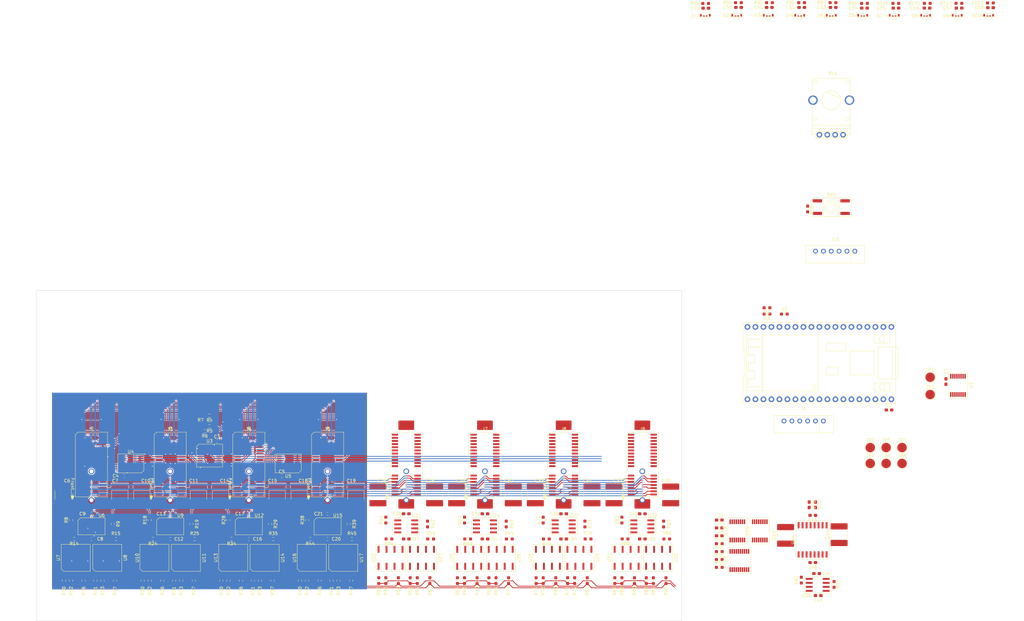
<source format=kicad_pcb>
(kicad_pcb (version 20221018) (generator pcbnew)
  (layers (0 "F.Cu" signal) (31 "B.Cu" signal) (34 "B.Paste" user) (35 "F.Paste" user) (36 "B.SilkS" user "B.Silkscreen") (37 "F.SilkS" user "F.Silkscreen") (38 "B.Mask" user) (39 "F.Mask" user) (44 "Edge.Cuts" user))
  (net 0 "")
  (net 1 "+3V3")
  (net 2 "GND")
  (net 3 "+5V")
  (net 4 "Net-(C6-Pad1)")
  (net 5 "/BP_4Board_Control_and_Connect1/L_POMI_1")
  (net 6 "Net-(C7-Pad1)")
  (net 7 "/BP_4Board_Control_and_Connect1/R_POMI_1")
  (net 8 "-12V")
  (net 9 "+12V")
  (net 10 "Net-(C10-Pad1)")
  (net 11 "/BP_4Board_Control_and_Connect1/L_POMI_2")
  (net 12 "Net-(C11-Pad1)")
  (net 13 "/BP_4Board_Control_and_Connect1/R_POMI_2")
  (net 14 "Net-(C14-Pad1)")
  (net 15 "/BP_4Board_Control_and_Connect1/L_POMI_3")
  (net 16 "Net-(C15-Pad1)")
  (net 17 "/BP_4Board_Control_and_Connect1/R_POMI_3")
  (net 18 "Net-(C18-Pad1)")
  (net 19 "/BP_4Board_Control_and_Connect1/L_POMI_4")
  (net 20 "Net-(C19-Pad1)")
  (net 21 "/BP_4Board_Control_and_Connect1/R_POMI_4")
  (net 22 "Net-(C25-Pad1)")
  (net 23 "/BP_4Board_Control_and_Connect2/L_POMI_1")
  (net 24 "Net-(C26-Pad1)")
  (net 25 "/BP_4Board_Control_and_Connect2/R_POMI_1")
  (net 26 "Net-(C29-Pad1)")
  (net 27 "/BP_4Board_Control_and_Connect2/L_POMI_2")
  (net 28 "Net-(C30-Pad1)")
  (net 29 "/BP_4Board_Control_and_Connect2/R_POMI_2")
  (net 30 "Net-(C33-Pad1)")
  (net 31 "/BP_4Board_Control_and_Connect2/L_POMI_3")
  (net 32 "Net-(C34-Pad1)")
  (net 33 "/BP_4Board_Control_and_Connect2/R_POMI_3")
  (net 34 "Net-(C37-Pad1)")
  (net 35 "/BP_4Board_Control_and_Connect2/L_POMI_4")
  (net 36 "Net-(C38-Pad1)")
  (net 37 "/BP_4Board_Control_and_Connect2/R_POMI_4")
  (net 38 "Net-(C43-Pad1)")
  (net 39 "Net-(U34-VInL)")
  (net 40 "Net-(C44-Pad1)")
  (net 41 "Net-(U34-VInR)")
  (net 42 "+5VL")
  (net 43 "GND1")
  (net 44 "Net-(D1-DIn)")
  (net 45 "Net-(D1-DOut)")
  (net 46 "Net-(D2-DIn)")
  (net 47 "Net-(D2-DOut)")
  (net 48 "Net-(D3-DIn)")
  (net 49 "Net-(D3-DOut)")
  (net 50 "Net-(D4-DIn)")
  (net 51 "Net-(D4-DOut)")
  (net 52 "Net-(D5-DIn)")
  (net 53 "Net-(D5-DOut)")
  (net 54 "Net-(D6-DIn)")
  (net 55 "Net-(D6-DOut)")
  (net 56 "Net-(D7-DIn)")
  (net 57 "Net-(D7-DOut)")
  (net 58 "Net-(D8-DIn)")
  (net 59 "Net-(D8-DOut)")
  (net 60 "Net-(D9-DIn)")
  (net 61 "Net-(D9-DOut)")
  (net 62 "Net-(D10-DIn)")
  (net 64 "/LED_Start")
  (net 65 "Net-(U2-IX34)")
  (net 66 "/DIO_Ref")
  (net 67 "/Vol_Sig")
  (net 70 "/BP_4Board_Control_and_Connect1/Channel1/ID0{slash}PS")
  (net 71 "/BP_4Board_Control_and_Connect1/Channel1/ID1")
  (net 72 "/BP_4Board_Control_and_Connect1/Channel1/ID2")
  (net 73 "/BP_4Board_Control_and_Connect1/Channel1/ID3")
  (net 75 "/BP_4Board_Control_and_Connect1/L_AOPI_1")
  (net 76 "/L_MOPI")
  (net 77 "/R_MOPI")
  (net 78 "/BP_4Board_Control_and_Connect1/R_AOPI_1")
  (net 82 "/BP_4Board_Control_and_Connect1/Channel1/I2C_INT")
  (net 83 "/BP_4Board_Control_and_Connect1/Channel1/I2C_SCL")
  (net 84 "/BP_4Board_Control_and_Connect1/Channel1/I2C_SDA")
  (net 87 "/BP_4Board_Control_and_Connect1/Channel2/ID0{slash}PS")
  (net 88 "/BP_4Board_Control_and_Connect1/Channel2/ID1")
  (net 89 "/BP_4Board_Control_and_Connect1/Channel2/ID2")
  (net 90 "/BP_4Board_Control_and_Connect1/Channel2/ID3")
  (net 95 "/BP_4Board_Control_and_Connect1/Channel2/I2C_INT")
  (net 96 "/BP_4Board_Control_and_Connect1/Channel2/I2C_SCL")
  (net 97 "/BP_4Board_Control_and_Connect1/Channel2/I2C_SDA")
  (net 100 "/BP_4Board_Control_and_Connect1/Channel3/ID0{slash}PS")
  (net 101 "/BP_4Board_Control_and_Connect1/Channel3/ID1")
  (net 102 "/BP_4Board_Control_and_Connect1/Channel3/ID2")
  (net 103 "/BP_4Board_Control_and_Connect1/Channel3/ID3")
  (net 108 "/BP_4Board_Control_and_Connect1/Channel3/I2C_INT")
  (net 109 "/BP_4Board_Control_and_Connect1/Channel3/I2C_SCL")
  (net 110 "/BP_4Board_Control_and_Connect1/Channel3/I2C_SDA")
  (net 113 "/BP_4Board_Control_and_Connect1/Channel4/ID0{slash}PS")
  (net 114 "/BP_4Board_Control_and_Connect1/Channel4/ID1")
  (net 115 "/BP_4Board_Control_and_Connect1/Channel4/ID2")
  (net 116 "/BP_4Board_Control_and_Connect1/Channel4/ID3")
  (net 121 "/BP_4Board_Control_and_Connect1/Channel4/I2C_INT")
  (net 122 "/BP_4Board_Control_and_Connect1/Channel4/I2C_SCL")
  (net 123 "/BP_4Board_Control_and_Connect1/Channel4/I2C_SDA")
  (net 126 "/BP_4Board_Control_and_Connect2/Channel1/ID0{slash}PS")
  (net 127 "/BP_4Board_Control_and_Connect2/Channel1/ID1")
  (net 128 "/BP_4Board_Control_and_Connect2/Channel1/ID2")
  (net 129 "/BP_4Board_Control_and_Connect2/Channel1/ID3")
  (net 134 "/BP_4Board_Control_and_Connect2/Channel1/I2C_INT")
  (net 135 "/BP_4Board_Control_and_Connect2/Channel1/I2C_SCL")
  (net 136 "/BP_4Board_Control_and_Connect2/Channel1/I2C_SDA")
  (net 139 "/BP_4Board_Control_and_Connect2/Channel2/ID0{slash}PS")
  (net 140 "/BP_4Board_Control_and_Connect2/Channel2/ID1")
  (net 141 "/BP_4Board_Control_and_Connect2/Channel2/ID2")
  (net 142 "/BP_4Board_Control_and_Connect2/Channel2/ID3")
  (net 147 "/BP_4Board_Control_and_Connect2/Channel2/I2C_INT")
  (net 148 "/BP_4Board_Control_and_Connect2/Channel2/I2C_SCL")
  (net 149 "/BP_4Board_Control_and_Connect2/Channel2/I2C_SDA")
  (net 152 "/BP_4Board_Control_and_Connect2/Channel3/ID0{slash}PS")
  (net 153 "/BP_4Board_Control_and_Connect2/Channel3/ID1")
  (net 154 "/BP_4Board_Control_and_Connect2/Channel3/ID2")
  (net 155 "/BP_4Board_Control_and_Connect2/Channel3/ID3")
  (net 160 "/BP_4Board_Control_and_Connect2/Channel3/I2C_INT")
  (net 161 "/BP_4Board_Control_and_Connect2/Channel3/I2C_SCL")
  (net 162 "/BP_4Board_Control_and_Connect2/Channel3/I2C_SDA")
  (net 165 "/BP_4Board_Control_and_Connect2/Channel4/ID0{slash}PS")
  (net 166 "/BP_4Board_Control_and_Connect2/Channel4/ID1")
  (net 167 "/BP_4Board_Control_and_Connect2/Channel4/ID2")
  (net 168 "/BP_4Board_Control_and_Connect2/Channel4/ID3")
  (net 173 "/BP_4Board_Control_and_Connect2/Channel4/I2C_INT")
  (net 174 "/BP_4Board_Control_and_Connect2/Channel4/I2C_SCL")
  (net 175 "/BP_4Board_Control_and_Connect2/Channel4/I2C_SDA")
  (net 176 "Net-(J10-Pad2)")
  (net 177 "Net-(J10-Pad3)")
  (net 178 "Net-(J10-Pad4)")
  (net 179 "Net-(J10-Pad5)")
  (net 180 "/~{I2C_INT}")
  (net 181 "/I2C_SDA")
  (net 182 "/I2C_SCL")
  (net 183 "Net-(U6A--)")
  (net 184 "Net-(U6B--)")
  (net 185 "Net-(R10-Pad1)")
  (net 186 "/~{Mute_CH1}")
  (net 187 "Net-(R11-Pad1)")
  (net 188 "Net-(R12-Pad1)")
  (net 189 "Net-(R13-Pad1)")
  (net 190 "Net-(R14-Pad1)")
  (net 191 "Net-(R15-Pad1)")
  (net 192 "/BP_4Board_Control_and_Connect1/L_MSum")
  (net 193 "/BP_4Board_Control_and_Connect1/R_MSum")
  (net 194 "Net-(U9A--)")
  (net 195 "Net-(U9B--)")
  (net 196 "Net-(R20-Pad1)")
  (net 197 "/~{Mute_CH2}")
  (net 198 "Net-(R21-Pad1)")
  (net 199 "Net-(R22-Pad1)")
  (net 200 "Net-(R23-Pad1)")
  (net 201 "Net-(R24-Pad1)")
  (net 202 "Net-(R25-Pad1)")
  (net 203 "Net-(U12A--)")
  (net 204 "Net-(U12B--)")
  (net 205 "Net-(R30-Pad1)")
  (net 206 "/~{Mute_CH3}")
  (net 207 "Net-(R31-Pad1)")
  (net 208 "Net-(R32-Pad1)")
  (net 209 "Net-(R33-Pad1)")
  (net 210 "Net-(R34-Pad1)")
  (net 211 "Net-(R35-Pad1)")
  (net 212 "Net-(U15A--)")
  (net 213 "Net-(U15B--)")
  (net 214 "Net-(R40-Pad1)")
  (net 215 "/~{Mute_CH4}")
  (net 216 "Net-(R41-Pad1)")
  (net 217 "Net-(R42-Pad1)")
  (net 218 "Net-(R43-Pad1)")
  (net 219 "Net-(R44-Pad1)")
  (net 220 "Net-(R45-Pad1)")
  (net 221 "Net-(U21A--)")
  (net 222 "Net-(U21B--)")
  (net 223 "Net-(R54-Pad1)")
  (net 224 "/~{Mute_CH5}")
  (net 225 "Net-(R55-Pad1)")
  (net 226 "Net-(R56-Pad1)")
  (net 227 "Net-(R57-Pad1)")
  (net 228 "Net-(R58-Pad1)")
  (net 229 "Net-(R59-Pad1)")
  (net 230 "Net-(U24A--)")
  (net 231 "Net-(U24B--)")
  (net 232 "Net-(R64-Pad1)")
  (net 233 "/~{Mute_CH6}")
  (net 234 "Net-(R65-Pad1)")
  (net 235 "Net-(R66-Pad1)")
  (net 236 "Net-(R67-Pad1)")
  (net 237 "Net-(R68-Pad1)")
  (net 238 "Net-(R69-Pad1)")
  (net 239 "Net-(U27A--)")
  (net 240 "Net-(U27B--)")
  (net 241 "Net-(R74-Pad1)")
  (net 242 "/~{Mute_CH7}")
  (net 243 "Net-(R75-Pad1)")
  (net 244 "Net-(R76-Pad1)")
  (net 245 "Net-(R77-Pad1)")
  (net 246 "Net-(R78-Pad1)")
  (net 247 "Net-(R79-Pad1)")
  (net 248 "Net-(U30A--)")
  (net 249 "Net-(U30B--)")
  (net 250 "Net-(R84-Pad1)")
  (net 251 "/~{Mute_CH8}")
  (net 252 "Net-(R85-Pad1)")
  (net 253 "Net-(R86-Pad1)")
  (net 254 "Net-(R87-Pad1)")
  (net 255 "Net-(R88-Pad1)")
  (net 256 "Net-(R89-Pad1)")
  (net 257 "Net-(U1-CH_4_IN{slash}OUT)")
  (net 258 "Net-(U1-CH_5_IN{slash}OUT)")
  (net 259 "Net-(U2-IX35)")
  (net 260 "Net-(U2-EN)")
  (net 261 "Net-(U2-IO04{slash}I2S_BC)")
  (net 262 "Net-(U2-IO05{slash}I2S_WS)")
  (net 263 "Net-(U2-IO18{slash}I2S_DOUT)")
  (net 264 "Net-(U2-IO19{slash}I2S_DIN)")
  (net 265 "/ID_COM")
  (net 266 "/ID_CS2")
  (net 267 "/ID_CS1")
  (net 268 "/ID_CS0")
  (net 269 "/ID_COM_3")
  (net 270 "/ID_COM_0")
  (net 271 "/ID_COM_1")
  (net 272 "/ID_COM_2")
  (net 273 "/ID_ADDR_2")
  (net 274 "/Vol_SCLK")
  (net 275 "/Vol_SDO")
  (net 276 "/Vol_SDI")
  (net 277 "/ID_ADDR_1")
  (net 278 "/~{Vol_CS}")
  (net 279 "/~{Mute_CH0}")
  (net 280 "/Vol_ZeroX_EN")
  (net 281 "/ID_ADDR_0")
  (net 282 "Net-(U6-Pad1)")
  (net 283 "Net-(U6-Pad7)")
  (net 284 "Net-(U10-Pad6)")
  (net 285 "Net-(U11-Pad6)")
  (net 286 "Net-(U12-Pad1)")
  (net 287 "Net-(U12-Pad7)")
  (net 288 "Net-(U15-Pad1)")
  (net 289 "Net-(U15-Pad7)")
  (net 290 "Net-(U21-Pad1)")
  (net 291 "Net-(U21-Pad7)")
  (net 292 "Net-(U24-Pad1)")
  (net 293 "Net-(U24-Pad7)")
  (net 294 "Net-(U27-Pad1)")
  (net 295 "Net-(U27-Pad7)")
  (net 296 "Net-(U30-Pad1)")
  (net 297 "Net-(U30-Pad7)")
  (footprint "Capacitor_SMD:C_2220_5650Metric_Pad1.97x5.40mm_HandSolder" (layer "F.Cu") (at 101.5 95 90)
    (fp_text reference "C15")
    (fp_text value "1u")
  )
  (footprint "Resistor_SMD:R_0603_1608Metric_Pad0.98x0.95mm_HandSolder" (layer "F.Cu") (at 86 122.25 -90)
    (fp_text reference "R32")
    (fp_text value "3.3k")
  )
  (footprint "Resistor_SMD:R_0603_1608Metric_Pad0.98x0.95mm_HandSolder" (layer "F.Cu") (at 225.25 109 180)
    (fp_text reference "R89")
    (fp_text value "22k")
  )
  (footprint "silver-box-feetprints:NE5532 SOIC8" (layer "F.Cu") (at 192.5 105 -90)
    (fp_text reference "U27")
    (fp_text value "NE5532")
  )
  (footprint "silver-box-feetprints:12-23C-RSGHBHW-5V01-2C" (layer "F.Cu") (at 237.5 -57.5)
    (fp_text reference "D1")
    (fp_text value "12-23C/RSGHBHW-5V01/2C")
  )
  (footprint "Resistor_SMD:R_0603_1608Metric_Pad0.98x0.95mm_HandSolder" (layer "F.Cu") (at 257.0875 35.5 180)
    (fp_text reference "R1")
    (fp_text value "10k")
  )
  (footprint "silver-box-feetprints:NE5532 SOIC8" (layer "F.Cu") (at 217.5 105 -90)
    (fp_text reference "U30")
    (fp_text value "NE5532")
  )
  (footprint "Resistor_SMD:R_0603_1608Metric_Pad0.98x0.95mm_HandSolder" (layer "F.Cu") (at 241.94 115.525)
    (fp_text reference "R50")
    (fp_text value "100k")
  )
  (footprint "Capacitor_SMD:C_0603_1608Metric_Pad1.08x0.95mm_HandSolder" (layer "F.Cu") (at 318.1075 -59.79 180)
    (fp_text reference "C57")
    (fp_text value "0.1u")
  )
  (footprint "silver-box-feetprints:NE5532 SOIC8" (layer "F.Cu") (at 117.5 105 -90)
    (fp_text reference "U15")
    (fp_text value "NE5532")
  )
  (footprint "silver-box-feetprints:NE5532 SOIC8" (layer "F.Cu") (at 67.5 105 -90)
    (fp_text reference "U9")
    (fp_text value "NE5532")
  )
  (footprint "Resistor_SMD:R_0603_1608Metric_Pad0.98x0.95mm_HandSolder" (layer "F.Cu") (at 149.25 104.25 90)
    (fp_text reference "R53")
    (fp_text value "22k")
  )
  (footprint "Capacitor_SMD:C_0603_1608Metric_Pad1.08x0.95mm_HandSolder" (layer "F.Cu") (at 117.5 109)
    (fp_text reference "C20")
    (fp_text value "0.1u")
  )
  (footprint "silver-box-feetprints:12-23C-RSGHBHW-5V01-2C" (layer "F.Cu") (at 317.5 -57.5)
    (fp_text reference "D9")
    (fp_text value "12-23C/RSGHBHW-5V01/2C")
  )
  (footprint "Resistor_SMD:R_0603_1608Metric_Pad0.98x0.95mm_HandSolder" (layer "F.Cu") (at 50.25 109 180)
    (fp_text reference "R15")
    (fp_text value "22k")
  )
  (footprint "Resistor_SMD:R_0603_1608Metric_Pad0.98x0.95mm_HandSolder" (layer "F.Cu") (at 100.25 109 180)
    (fp_text reference "R35")
    (fp_text value "22k")
  )
  (footprint "Resistor_SMD:R_0603_1608Metric_Pad0.98x0.95mm_HandSolder" (layer "F.Cu") (at 225 122.25 90)
    (fp_text reference "R91")
    (fp_text value "1k")
  )
  (footprint "TestPoint:TestPoint_Pad_D3.0mm" (layer "F.Cu") (at 308.93 63.095)
    (fp_text reference "TP2")
    (fp_text value "TestPoint")
  )
  (footprint "Capacitor_SMD:C_0603_1608Metric_Pad1.08x0.95mm_HandSolder" (layer "F.Cu") (at 278.1075 -60 180)
    (fp_text reference "C53")
    (fp_text value "0.1u")
  )
  (footprint "silver-box-feetprints:12-23C-RSGHBHW-5V01-2C" (layer "F.Cu") (at 277.5 -57.5)
    (fp_text reference "D5")
    (fp_text value "12-23C/RSGHBHW-5V01/2C")
  )
  (footprint "Capacitor_SMD:C_2220_5650Metric_Pad1.97x5.40mm_HandSolder" (layer "F.Cu") (at 263 107.8625 90)
    (fp_text reference "C43")
    (fp_text value "1u")
  )
  (footprint "Capacitor_SMD:C_2220_5650Metric_Pad1.97x5.40mm_HandSolder" (layer "F.Cu") (at 176.5 95 90)
    (fp_text reference "C30")
    (fp_text value "1u")
  )
  (footprint "Resistor_SMD:R_0603_1608Metric_Pad0.98x0.95mm_HandSolder" (layer "F.Cu") (at 58.75 122.25 -90)
    (fp_text reference "R20")
    (fp_text value "3.3k")
  )
  (footprint "Capacitor_SMD:C_0603_1608Metric_Pad1.08x0.95mm_HandSolder" (layer "F.Cu") (at 42.5 109)
    (fp_text reference "C8")
    (fp_text value "0.1u")
  )
  (footprint "Resistor_SMD:R_0603_1608Metric_Pad0.98x0.95mm_HandSolder" (layer "F.Cu") (at 150.25 109 180)
    (fp_text reference "R59")
    (fp_text value "22k")
  )
  (footprint "silver-box-feetprints:CD4051BPWR" (layer "F.Cu") (at 247.675 106.43)
    (fp_text reference "U19")
    (fp_text value "CD4051BPWR4")
  )
  (footprint "Resistor_SMD:R_0603_1608Metric_Pad0.98x0.95mm_HandSolder" (layer "F.Cu") (at 241.94 118.035)
    (fp_text reference "R51")
    (fp_text value "100k")
  )
  (footprint "Capacitor_SMD:C_2220_5650Metric_Pad1.97x5.40mm_HandSolder" (layer "F.Cu") (at 151.5 95 90)
    (fp_text reference "C26")
    (fp_text value "1u")
  )
  (footprint "Resistor_SMD:R_0603_1608Metric_Pad0.98x0.95mm_HandSolder" (layer "F.Cu") (at 61 103 90)
    (fp_text reference "R18")
    (fp_text value "22k")
  )
  (footprint "Resistor_SMD:R_0603_1608Metric_Pad0.98x0.95mm_HandSolder" (layer "F.Cu") (at 111 122.25 -90)
    (fp_text reference "R42")
    (fp_text value "3.3k")
  )
  (footprint "Resistor_SMD:R_0603_1608Metric_Pad0.98x0.95mm_HandSolder" (layer "F.Cu") (at 125.25 109 180)
    (fp_text reference "R45")
    (fp_text value "22k")
  )
  (footprint "Capacitor_SMD:C_0603_1608Metric_Pad1.08x0.95mm_HandSolder" (layer "F.Cu") (at 82.3875 77.95)
    (fp_text reference "C3")
    (fp_text value "0.1u")
  )
  (footprint "TestPoint:TestPoint_Pad_D3.0mm" (layer "F.Cu") (at 308.93 57.595)
    (fp_text reference "TP1")
    (fp_text value "TestPoint")
  )
  (footprint "silver-box-feetprints:CD4051BPWR" (layer "F.Cu") (at 254.795 106.43)
    (fp_text reference "U20")
    (fp_text value "CD4051BPWR4")
  )
  (footprint "silver-box-feetprints:TLP4026G" (layer "F.Cu") (at 112.5 115)
    (fp_text reference "U16")
    (fp_text value "TLP4026G")
  )
  (footprint "Resistor_SMD:R_0603_1608Metric_Pad0.98x0.95mm_HandSolder" (layer "F.Cu") (at 75 122.25 90)
    (fp_text reference "R27")
    (fp_text value "1k")
  )
  (footprint "Capacitor_SMD:C_0603_1608Metric_Pad1.08x0.95mm_HandSolder" (layer "F.Cu") (at 248.0625 -60 180)
    (fp_text reference "C50")
    (fp_text value "0.1u")
  )
  (footprint "Capacitor_SMD:C_0603_1608Metric_Pad1.08x0.95mm_HandSolder" (layer "F.Cu") (at 67.5 101 180)
    (fp_text reference "C13")
    (fp_text value "0.1u")
  )
  (footprint "Resistor_SMD:R_0603_1608Metric_Pad0.98x0.95mm_HandSolder" (layer "F.Cu") (at 190 122.25 90)
    (fp_text reference "R80")
    (fp_text value "1k")
  )
  (footprint "Resistor_SMD:R_0603_1608Metric_Pad0.98x0.95mm_HandSolder" (layer "F.Cu") (at 211 122.25 -90)
    (fp_text reference "R86")
    (fp_text value "3.3k")
  )
  (footprint "silver-box-feetprints:12-23C-RSGHBHW-5V01-2C" (layer "F.Cu") (at 297.5 -57.5)
    (fp_text reference "D7")
    (fp_text value "12-23C/RSGHBHW-5V01/2C")
  )
  (footprint "Resistor_SMD:R_0603_1608Metric_Pad0.98x0.95mm_HandSolder" (layer "F.Cu") (at 218.75 122.25 -90)
    (fp_text reference "R85")
    (fp_text value "3.3k")
  )
  (footprint "Resistor_SMD:R_0603_1608Metric_Pad0.98x0.95mm_HandSolder" (layer "F.Cu") (at 241.94 113.015)
    (fp_text reference "R49")
    (fp_text value "100k")
  )
  (footprint "Capacitor_SMD:C_2220_5650Metric_Pad1.97x5.40mm_HandSolder" (layer "F.Cu") (at 83.5 95 90)
    (fp_text reference "C14")
    (fp_text value "1u")
  )
  (footprint "Resistor_SMD:R_0603_1608Metric_Pad0.98x0.95mm_HandSolder" (layer "F.Cu") (at 328.0575 -61.41)
    (fp_text reference "R103")
    (fp_text value "33")
  )
  (footprint "Resistor_SMD:R_0603_1608Metric_Pad0.98x0.95mm_HandSolder" (layer "F.Cu") (at 111 103 90)
    (fp_text reference "R38")
    (fp_text value "22k")
  )
  (footprint "silver-box-feetprints:12-23C-RSGHBHW-5V01-2C" (layer "F.Cu") (at 307.5 -57.5)
    (fp_text reference "D8")
    (fp_text value "12-23C/RSGHBHW-5V01/2C")
  )
  (footprint "Resistor_SMD:R_0603_1608Metric_Pad0.98x0.95mm_HandSolder" (layer "F.Cu") (at 288.0575 -61.28)
    (fp_text reference "R99")
    (fp_text value "33")
  )
  (footprint "Resistor_SMD:R_0603_1608Metric_Pad0.98x0.95mm_HandSolder" (layer "F.Cu") (at 125 122.25 90)
    (fp_text reference "R47")
    (fp_text value "1k")
  )
  (footprint "Resistor_SMD:R_0603_1608Metric_Pad0.98x0.95mm_HandSolder" (layer "F.Cu") (at 46 122.25 -90)
    (fp_text reference "R13")
    (fp_text value "3.3k")
  )
  (footprint "Resistor_SMD:R_0603_1608Metric_Pad0.98x0.95mm_HandSolder" (layer "F.Cu") (at 93.75 122.25 -90)
    (fp_text reference "R31")
    (fp_text value "3.3k")
  )
  (footprint "Resistor_SMD:R_0603_1608Metric_Pad0.98x0.95mm_HandSolder" (layer "F.Cu") (at 200 122.25 90)
    (fp_text reference "R81")
    (fp_text value "1k")
  )
  (footprint "Resistor_SMD:R_0603_1608Metric_Pad0.98x0.95mm_HandSolder" (layer "F.Cu") (at 248.0125 -61.5)
    (fp_text reference "R94")
    (fp_text value "33")
  )
  (footprint "Resistor_SMD:R_0603_1608Metric_Pad0.98x0.95mm_HandSolder" (layer "F.Cu") (at 43.75 122.25 -90)
    (fp_text reference "R11")
    (fp_text value "3.3k")
  )
  (footprint "Capacitor_SMD:C_2220_5650Metric_Pad1.97x5.40mm_HandSolder" (layer "F.Cu") (at 158.5 95 90)
    (fp_text reference "C29")
    (fp_text value "1u")
  )
  (footprint "Resistor_SMD:R_0603_1608Metric_Pad0.98x0.95mm_HandSolder" (layer "F.Cu") (at 71 122.25 -90)
    (fp_text reference "R23")
    (fp_text value "3.3k")
  )
  (footprint "Capacitor_SMD:C_2220_5650Metric_Pad1.97x5.40mm_HandSolder" (layer "F.Cu") (at 126.5 95 90)
    (fp_text reference "C19")
    (fp_text value "1u")
  )
  (footprint "Resistor_SMD:R_0603_1608Metric_Pad0.98x0.95mm_HandSolder" (layer "F.Cu") (at 270 4.0875 -90)
    (fp_text reference "R104")
    (fp_text value "10k")
  )
  (footprint "Capacitor_SMD:C_2220_5650Metric_Pad1.97x5.40mm_HandSolder" (layer "F.Cu") (at 133.5 95 90)
    (fp_text reference "C25")
    (fp_text value "1u")
  )
  (footprint "Resistor_SMD:R_0603_1608Metric_Pad0.98x0.95mm_HandSolder" (layer "F.Cu") (at 224.25 104.25 90)
    (fp_text reference "R83")
    (fp_text value "22k")
  )
  (footprint "Resistor_SMD:R_0603_1608Metric_Pad0.98x0.95mm_HandSolder" (layer "F.Cu") (at 278.0575 -61.5)
    (fp_text reference "R97")
    (fp_text value "33")
  )
  (footprint "Resistor_SMD:R_0603_1608Metric_Pad0.98x0.95mm_HandSolder" (layer "F.Cu") (at 183.75 122.25 -90)
    (fp_text reference "R74")
    (fp_text value "3.3k")
  )
  (footprint "silver-box-feetprints:Card Edge Conn Amphenol 10061913-100PLF" (layer "F.Cu") (at 192.5 87.5 -90)
    (fp_text reference "J8")
    (fp_text value "Amphenol_10061913-xx0")
  )
  (footprint "Capacitor_SMD:C_0603_1608Metric_Pad1.08x0.95mm_HandSolder" (layer "F.Cu") (at 257.8325 -60 180)
    (fp_text reference "C51")
    (fp_text value "0.1u")
  )
  (footprint "silver-box-feetprints:CD4051BPWR" (layer "F.Cu") (at 317.7575 60.17)
    (fp_text reference "U1")
    (fp_text value "CD4051BPWR4")
  )
  (footprint "Resistor_SMD:R_0603_1608Metric_Pad0.98x0.95mm_HandSolder" (layer "F.Cu") (at 211 103 90)
    (fp_text reference "R82")
    (fp_text value "22k")
  )
  (footprint "Capacitor_SMD:C_2220_5650Metric_Pad1.97x5.40mm_HandSolder" (layer "F.Cu") (at 183.5 95 90)
    (fp_text reference "C33")
    (fp_text value "1u")
  )
  (footprint "Resistor_SMD:R_0603_1608Metric_Pad0.98x0.95mm_HandSolder" (layer "F.Cu") (at 86 103 90)
    (fp_text reference "R28")
    (fp_text value "22k")
  )
  (footprint "Capacitor_SMD:C_0603_1608Metric_Pad1.08x0.95mm_HandSolder" (layer "F.Cu") (at 241.94 105.485)
    (fp_text reference "C23")
    (fp_text value "0.1u")
  )
  (footprint "Capacitor_SMD:C_0603_1608Metric_Pad1.08x0.95mm_HandSolder" (layer "F.Cu") (at 92.5 109)
    (fp_text reference "C16")
    (fp_text value "0.1u")
  )
  (footprint "Capacitor_SMD:C_0603_1608Metric_Pad1.08x0.95mm_HandSolder" (layer "F.Cu") (at 271.6375 101.5 180)
    (fp_text reference "C46")
    (fp_text value "0.1u")
  )
  (footprint "Resistor_SMD:R_0603_1608Metric_Pad0.98x0.95mm_HandSolder" (layer "F.Cu") (at 33.75 122.25 -90)
    (fp_text reference "R10")
    (fp_text value "3.3k")
  )
  (footprint "Resistor_SMD:R_0603_1608Metric_Pad0.98x0.95mm_HandSolder" (layer "F.Cu") (at 133.75 122.25 -90)
    (fp_text reference "R54")
    (fp_text value "3.3k")
  )
  (footprint "Resistor_SMD:R_0603_1608Metric_Pad0.98x0.95mm_HandSolder" (layer "F.Cu") (at 78.5 74.8 180)
    (fp_text reference "R6")
    (fp_text value "100k")
  )
  (footprint "silver-box-feetprints:NE5532 SOIC8" (layer "F.Cu") (at 42.5 105 -90)
    (fp_text reference "U6")
    (fp_text value "NE5532")
  )
  (footprint "Resistor_SMD:R_0603_1608Metric_Pad0.98x0.95mm_HandSolder" (layer "F.Cu") (at 75.25 109 180)
    (fp_text reference "R25")
    (fp_text value "22k")
  )
  (footprint "TestPoint:TestPoint_Pad_D3.0mm" (layer "F.Cu") (at 300 85)
    (fp_text reference "TP8")
    (fp_text value "TestPoint")
  )
  (footprint "silver-box-feetprints:12-23C-RSGHBHW-5V01-2C" (layer "F.Cu") (at 327.5 -57.5)
    (fp_text reference "D10")
    (fp_text value "12-23C/RSGHBHW-5V01/2C")
  )
  (footprint "silver-box-feetprints:TLP4026G" (layer "F.Cu") (at 172.5 115)
    (fp_text reference "U26")
    (fp_text value "TLP4026G")
  )
  (footprint "silver-box-feetprints:Card Edge Conn Amphenol 10061913-100PLF" (layer "F.Cu") (at 67.5 87.5 -90)
    (fp_text reference "J3")
    (fp_text value "Amphenol_10061913-xx0")
  )
  (footprint "Resistor_SMD:R_0603_1608Metric_Pad0.98x0.95mm_HandSolder" (layer "F.Cu") (at 186 103 90)
    (fp_text reference "R72")
    (fp_text value "22k")
  )
  (footprint "Resistor_SMD:R_0603_1608Metric_Pad0.98x0.95mm_HandSolder" (layer "F.Cu") (at 68.75 122.25 -90)
    (fp_text reference "R21")
    (fp_text value "3.3k")
  )
  (footprint "Capacitor_SMD:C_0603_1608Metric_Pad1.08x0.95mm_HandSolder" (layer "F.Cu") (at 298.0625 -59.78 180)
    (fp_text reference "C55")
    (fp_text value "0.1u")
  )
  (footprint "Capacitor_SMD:C_2220_5650Metric_Pad1.97x5.40mm_HandSolder" (layer "F.Cu") (at 58.5 95 90)
    (fp_text reference "C10")
    (fp_text value "1u")
  )
  (footprint "Resistor_SMD:R_0603_1608Metric_Pad0.98x0.95mm_HandSolder" (layer "F.Cu") (at 161 103 90)
    (fp_text reference "R62")
    (fp_text value "22k")
  )
  (footprint "silver-box-feetprints:NE5532 SOIC8" (layer "F.Cu") (at 142.5 105 -90)
    (fp_text reference "U21")
    (fp_text value "NE5532")
  )
  (footprint "Capacitor_SMD:C_0603_1608Metric_Pad1.08x0.95mm_HandSolder" (layer "F.Cu") (at 307.925 -59.78 180)
    (fp_text reference "C56")
    (fp_text value "0.1u")
  )
  (footprint "TestPoint:TestPoint_Pad_D3.0mm" (layer "F.Cu") (at 294.95 79.95)
    (fp_text reference "TP5")
    (fp_text value "TestPoint")
  )
  (footprint "TestPoint:TestPoint_Pad_D3.0mm" (layer "F.Cu") (at 289.9 85)
    (fp_text reference "TP4")
    (fp_text value "TestPoint")
  )
  (footprint "silver-box-feetprints:Card Edge Conn Amphenol 10061913-100PLF" (layer "F.Cu") (at 92.5 87.5 -90)
    (fp_text reference "J4")
    (fp_text value "Amphenol_10061913-xx0")
  )
  (footprint "silver-box-feetprints:B6B-XH-A(LF)(SN)" (layer "F.Cu") (at 278.75 17.5 180)
    (fp_text reference "J10")
    (fp_text value "B6B-XH-A(LF)(SN)")
  )
  (footprint "silver-box-feetprints:TLP4026G" (layer "F.Cu") (at 72.5 115)
    (fp_text reference "U11")
    (fp_text value "TLP4026G")
  )
  (footprint "TestPoint:TestPoint_Pad_D3.0mm" (layer "F.Cu") (at 294.95 85)
    (fp_text reference "TP6")
    (fp_text value "TestPoint")
  )
  (footprint "Capacitor_SMD:C_2220_5650Metric_Pad1.97x5.40mm_HandSolder" (layer "F.Cu") (at 208.5 95 90)
    (fp_text reference "C37")
    (fp_text value "1u")
  )
  (footprint "Resistor_SMD:R_0603_1608Metric_Pad0.98x0.95mm_HandSolder" (layer "F.Cu") (at 108.75 122.25 -90)
    (fp_text reference "R40")
    (fp_text value "3.3k")
  )
  (footprint "Capacitor_SMD:C_2220_5650Metric_Pad1.97x5.40mm_HandSolder" (layer "F.Cu") (at 51.5 95 90)
    (fp_text reference "C7")
    (fp_text value "1u")
  )
  (footprint "Resistor_SMD:R_0603_1608Metric_Pad0.98x0.95mm_HandSolder" (layer "F.Cu") (at 175.25 109 180)
    (fp_text reference "R69")
    (fp_text value "22k")
  )
  (footprint "Capacitor_SMD:C_0603_1608Metric_Pad1.08x0.95mm_HandSolder" (layer "F.Cu") (at 237.66 -59.745)
    (fp_text reference "C49")
    (fp_text value "0.1u")
  )
  (footprint "silver-box-feetprints:12-23C-RSGHBHW-5V01-2C" (layer "F.Cu") (at 267.5 -57.5)
    (fp_text reference "D4")
    (fp_text value "12-23C/RSGHBHW-5V01/2C")
  )
  (footprint "Capacitor_SMD:C_0603_1608Metric_Pad1.08x0.95mm_HandSolder" (layer "F.Cu") (at 313.93 58.9575 -90)
    (fp_text reference "C1")
    (fp_text value "0.1u")
  )
  (footprint "silver-box-feetprints:12-23C-RSGHBHW-5V01-2C" (layer "F.Cu") (at 257.5 -57.5)
    (fp_text reference "D3")
    (fp_text value "12-23C/RSGHBHW-5V01/2C")
  )
  (footprint "Resistor_SMD:R_0603_1608Metric_Pad0.98x0.95mm_HandSolder" (layer "F.Cu") (at 268.0875 -61.5)
    (fp_text reference "R96")
    (fp_text value "33")
  )
  (footprint "Resistor_SMD:R_0603_1608Metric_Pad0.98x0.95mm_HandSolder" (layer "F.Cu") (at 268 122.0875 -90)
    (fp_text reference "R92")
    (fp_text value "1k")
  )
  (footprint "Resistor_SMD:R_0603_1608Metric_Pad0.98x0.95mm_HandSolder" (layer "F.Cu") (at 186 122.25 -90)
    (fp_text reference "R76")
    (fp_text value "3.3k")
  )
  (footprint "Capacitor_SMD:C_0603_1608Metric_Pad1.08x0.95mm_HandSolder" (layer "F.Cu") (at 328.1075 -59.91 180)
    (fp_text reference "C58")
    (fp_text value "0.1u")
  )
  (footprint "Resistor_SMD:R_0603_1608Metric_Pad0.98x0.95mm_HandSolder" (layer "F.Cu") (at 80 69.8 180)
    (fp_text reference "R4")
    (fp_text value "100k")
  )
  (footprint "Resistor_SMD:R_0603_1608Metric_Pad0.98x0.95mm_HandSolder" (layer "F.Cu") (at 257.0875 37.5 180)
    (fp_text reference "R3")
    (fp_text value "10k")
  )
  (footprint "Resistor_SMD:R_0603_1608Metric_Pad0.98x0.95mm_HandSolder" (layer "F.Cu") (at 171 122.25 -90)
    (fp_text reference "R67")
    (fp_text value "3.3k")
  )
  (footprint "Resistor_SMD:R_0603_1608Metric_Pad0.98x0.95mm_HandSolder" (layer "F.Cu") (at 158.75 122.25 -90)
    (fp_text reference "R64")
    (fp_text value "3.3k")
  )
  (footprint "Capacitor_SMD:C_0603_1608Metric_Pad1.08x0.95mm_HandSolder" (layer "F.Cu") (at 192.5 109)
    (fp_text reference "C35")
    (fp_text value "0.1u")
  )
  (footprint "Capacitor_SMD:C_0603_1608Metric_Pad1.08x0.95mm_HandSolder" (layer "F.Cu") (at 52.9375 88.95)
    (fp_text reference "C4")
    (fp_text value "0.1u")
  )
  (footprint "Capacitor_SMD:C_0603_1608Metric_Pad1.08x0.95mm_HandSolder" (layer "F.Cu") (at 92.5 101 180)
    (fp_text reference "C17")
    (fp_text value "0.1u")
  )
  (footprint "Resistor_SMD:R_0603_1608Metric_Pad0.98x0.95mm_HandSolder" (layer "F.Cu") (at 193.75 122.25 -90)
    (fp_text reference "R75")
    (fp_text value "3.3k")
  )
  (footprint "Resistor_SMD:R_0603_1608Metric_Pad0.98x0.95mm_HandSolder" (layer "F.Cu") (at 237.61 -61.245)
    (fp_text reference "R98")
    (fp_text value "33")
  )
  (footprint "Resistor_SMD:R_0603_1608Metric_Pad0.98x0.95mm_HandSolder" (layer "F.Cu") (at 74.25 104.25 90)
    (fp_text reference "R19")
    (fp_text value "22k")
  )
  (footprint "Resistor_SMD:R_0603_1608Metric_Pad0.98x0.95mm_HandSolder" (layer "F.Cu") (at 175 122.25 90)
    (fp_text reference "R71")
    (fp_text value "1k")
  )
  (footprint "Resistor_SMD:R_0603_1608Metric_Pad0.98x0.95mm_HandSolder" (layer "F.Cu") (at 136 103 90)
    (fp_text reference "R52")
    (fp_text value "22k")
  )
  (footprint "Capacitor_SMD:C_0603_1608Metric_Pad1.08x0.95mm_HandSolder" (layer "F.Cu") (at 272.8625 120 180)
    (fp_text reference "C41")
    (fp_text value "0.1u")
  )
  (footprint "silver-box-feetprints:KSC SLT 241G LFS" (layer "F.Cu") (at 278.914213 2.085787)
    (fp_text reference "SW1")
    (fp_text value "KSC_SLT_241G_LFS")
  )
  (footprint "Resistor_SMD:R_0603_1608Metric_Pad0.98x0.95mm_HandSolder" (layer "F.Cu") (at 50 122.25 90)
    (fp_text reference "R17")
    (fp_text value "1k")
  )
  (footprint "Resistor_SMD:R_0603_1608Metric_Pad0.98x0.95mm_HandSolder" (layer "F.Cu") (at 241.94 110.505)
    (fp_text reference "R48")
    (fp_text value "100k")
  )
  (footprint "Capacitor_SMD:C_0603_1608Metric_Pad1.08x0.95mm_HandSolder" (layer "F.Cu") (at 67.5 109)
    (fp_text reference "C12")
    (fp_text value "0.1u")
  )
  (footprint "Resistor_SMD:R_0603_1608Metric_Pad0.98x0.95mm_HandSolder" (layer "F.Cu") (at 262.5875 37.5)
    (fp_text reference "R2")
    (fp_text value "10k")
  )
  (footprint "Resistor_SMD:R_0603_1608Metric_Pad0.98x0.95mm_HandSolder" (layer "F.Cu") (at 278.4 123.46 -90)
    (fp_text reference "R93")
    (fp_text value "1k")
  )
  (footprint "silver-box-feetprints:TLP4026G" (layer "F.Cu") (at 87.5 115)
    (fp_text reference "U13")
    (fp_text value "TLP4026G")
  )
  (footprint "Capacitor_SMD:C_2220_5650Metric_Pad1.97x5.40mm_HandSolder" (layer "F.Cu") (at 108.5 95 90)
    (fp_text reference "C18")
    (fp_text value "1u")
  )
  (footprint "Resistor_SMD:R_0603_1608Metric_Pad0.98x0.95mm_HandSolder" (layer "F.Cu") (at 318.0575 -61.29)
    (fp_text reference "R102")
    (fp_text value "33")
  )
  (footprint "silver-box-feetprints:NE5532 SOIC8" (layer "F.Cu") (at 273.2 123.595 -90)
    (fp_text reference "U33")
    (fp_text value "NE5532")
  )
  (footprint "Resistor_SMD:R_0603_1608Metric_Pad0.98x0.95mm_HandSolder" (layer "F.Cu") (at 200.25 109 180)
    (fp_text reference "R79")
    (fp_text value "22k")
  )
  (footprint "silver-box-feetprints:TLP4026G" (layer "F.Cu") (at 122.5 115)
    (fp_text reference "U17")
    (fp_text value "TLP4026G")
  )
  (footprint "Resistor_SMD:R_0603_1608Metric_Pad0.98x0.95mm_HandSolder" (layer "F.Cu") (at 40 122.25 90)
    (fp_text reference "R16")
    (fp_text value "1k")
  )
  (footprint "silver-box-feetprints:PGA231XU" (layer "F.Cu") (at 271.5725 109.285)
    (fp_text reference "U34")
    (fp_text value "PGA231x")
  )
  (footprint "Resistor_SMD:R_0603_1608Metric_Pad0.98x0.95mm_HandSolder" (layer "F.Cu") (at 308.0125 -61.28)
    (fp_text reference "R101")
    (fp_text value "33")
  )
  (footprint "silver-box-feetprints:Card Edge Conn Amphenol 10061913-100PLF" (layer "F.Cu") (at 42.5 87.5 -90)
    (fp_text reference "J2" hide)
    (fp_text value "Amphenol_10061913-xx0")
  )
  (footprint "Resistor_SMD:R_0603_1608Metric_Pad0.98x0.95mm_HandSolder" (layer "F.Cu") (at 115 122.25 90)
    (fp_text reference "R46")
    (fp_text value "1k")
  )
  (footprint "Resistor_SMD:R_0603_1608Metric_Pad0.98x0.95mm_HandSolder" (layer "F.Cu") (at 100 122.25 90)
    (fp_text reference "R37")
    (fp_text value "1k")
  )
  (footprint "Resistor_SMD:R_0603_1608Metric_Pad0.98x0.95mm_HandSolder" (layer "F.Cu") (at 36 122.25 -90)
    (fp_text reference "R12")
    (fp_text value "3.3k")
  )
  (footprint "Resistor_SMD:R_0603_1608Metric_Pad0.98x0.95mm_HandSolder" (layer "F.Cu") (at 140 122.25 90)
    (fp_text reference "R60")
    (fp_text value "1k")
  )
  (footprint "Resistor_SMD:R_0603_1608Metric_Pad0.98x0.95mm_HandSolder" (layer "F.Cu") (at 187 109 180)
    (fp_text reference "R78")
    (fp_text value "22k")
  )
  (footprint "Capacitor_SMD:C_0603_1608Metric_Pad1.08x0.95mm_HandSolder" (layer "F.Cu") (at 142.5 109)
    (fp_text reference "C27")
    (fp_text value "0.1u")
  )
  (footprint "Capacitor_SMD:C_0603_1608Metric_Pad1.08x0.95mm_HandSolder" (layer "F.Cu") (at 217.5 101 180)
    (fp_text reference "C40")
    (fp_text value "0.1u")
  )
  (footprint "Capacitor_SMD:C_0603_1608Metric_Pad1.08x0.95mm_HandSolder" (layer "F.Cu") (at 42.5 101 180)
    (fp_text reference "C9")
    (fp_text value "0.1u")
  )
  (footprint "Resistor_SMD:R_0603_1608Metric_Pad0.98x0.95mm_HandSolder" (layer "F.Cu") (at 99.25 104.25 90)
    (fp_text reference "R29")
    (fp_text value "22k")
  )
  (footprint "silver-box-feetprints:TLP4026G" (layer "F.Cu") (at 187.5 115)
    (fp_text reference "U28")
    (fp_text value "TLP4026G")
  )
  (footprint "silver-box-feetprints:TLP4026G" (layer "F.Cu") (at 37.5 115)
    (fp_text reference "U7")
    (fp_text value "TLP4026G")
  )
  (footprint "Resistor_SMD:R_0603_1608Metric_Pad0.98x0.95mm_HandSolder" (layer "F.Cu") (at 146 122.25 -90)
    (fp_text reference "R57")
    (fp_text value "3.3k")
  )
  (footprint "Capacitor_SMD:C_0603_1608Metric_Pad1.08x0.95mm_HandSolder" (layer "F.Cu") (at 288.0625 -59.78 180)
    (fp_text reference "C54")
    (fp_text value "0.1u")
  )
  (footprint "silver-box-feetprints:NE5532 SOIC8" (layer "F.Cu") (at 167.5 105 -90)
    (fp_text reference "U24")
    (fp_text value "NE5532")
  )
  (footprint "Capacitor_SMD:C_0603_1608Metric_Pad1.08x0.95mm_HandSolder" (layer "F.Cu") (at 167.5 109)
    (fp_text reference "C31")
    (fp_text value "0.1u")
  )
  (footprint "silver-box-feetprints:B6B-XH-A(LF)(SN)" (layer "F.Cu") (at 268.75 71.5 180)
    (fp_text reference "J1")
    (fp_text value "B6B-XH-A(LF)(SN)")
  )
  (footprint "TestPoint:TestPoint_Pad_D3.0mm" (layer "F.Cu") (at 289.9 79.95)
    (fp_text reference "TP3")
    (fp_text value "TestPoint")
  )
  (footprint "silver-box-feetprints:CD4051BPWR" (layer "F.Cu") (at 55 85 90)
    (fp_text reference "U4")
    (fp_text value "CD4051BPWR4")
  )
  (footprint "Capacitor_SMD:C_0603_1608Metric_Pad1.08x0.95mm_HandSolder" (layer "F.Cu") (at 273.3625 127)
    (fp_text reference "C42")
    (fp_text value "0.1u")
  )
  (footprint "Capacitor_SMD:C_0603_1608Metric_Pad1.08x0.95mm_HandSolder" (layer "F.Cu") (at 167.5 101 180)
    (fp_text reference "C32")
    (fp_text value "0.1u")
  )
  (footprint "Resistor_SMD:R_0603_1608Metric_Pad0.98x0.95mm_HandSolder" (layer "F.Cu") (at 90 122.25 90)
    (fp_text reference "R36")
    (fp_text value "1k")
  )
  (footprint "Resistor_SMD:R_0603_1608Metric_Pad0.98x0.95mm_HandSolder" (layer "F.Cu") (at 150 122.25 90)
    (fp_text reference "R61")
    (fp_text value "1k")
  )
  (footprint "Capacitor_SMD:C_0603_1608Metric_Pad1.08x0.95mm_HandSolder" (layer "F.Cu") (at 102.9625 89)
    (fp_text reference "C5")
    (fp_text value "0.1u")
  )
  (footprint "silver-box-feetprints:12-23C-RSGHBHW-5V01-2C" (layer "F.Cu") (at 287.5 -57.5)
    (fp_text reference "D6")
    (fp_text value "12-23C/RSGHBHW-5V01/2C")
  )
  (footprint "silver-box-feetprints:TLP4026G" (layer "F.Cu") (at 97.5 115)
    (fp_text reference "U14")
    (fp_text value "TLP4026G")
  )
  (footprint "silver-box-feetprints:Card Edge Conn Amphenol 10061913-100PLF" (layer "F.Cu") (at 217.5 87.5 -90)
    (fp_text reference "J9")
    (fp_text value "Amphenol_10061913-xx0")
  )
  (footprint "silver-box-feetprints:TLP4026G" (layer "F.Cu") (at 162.5 115)
    (fp_text reference "U25")
    (fp_text value "TLP4026G")
  )
  (footprint "Resistor_SMD:R_0603_1608Metric_Pad0.98x0.95mm_HandSolder" (layer "F.Cu") (at 174.25 104.25 90)
    (fp_text reference "R63")
    (fp_text value "22k")
  )
  (footprint "Resistor_SMD:R_0603_1608Metric_Pad0.98x0.95mm_HandSolder" (layer "F.Cu") (at 168.75 122.25 -90)
    (fp_text reference "R65")
    (fp_text value "3.3k")
  )
  (footprint "silver-box-feetprints:TLP4026G" (layer "F.Cu") (at 62.5 115)
    (fp_text reference "U10")
    (fp_text value "TLP4026G")
  )
  (footprint "Capacitor_SMD:C_0603_1608Metric_Pad1.08x0.95mm_HandSolder" (layer "F.Cu") (at 270.5 98.1375 -90)
    (fp_text reference "C45")
    (fp_text value "0.1u")
  )
  (footprint "Capacitor_SMD:C_0603_1608Metric_Pad1.08x0.95mm_HandSolder" (layer "F.Cu") (at 192.5 101 180)
    (fp_text reference "C36")
    (fp_text value "0.1u")
  )
  (footprint "silver-box-feetprints:TCA9544AAPWR" (layer "F.Cu") (at 248.325 115.85)
    (fp_text reference "U18")
    (fp_text value "TCA9544APWR")
  )
  (footprint "Resistor_SMD:R_0603_1608Metric_Pad0.98x0.95mm_HandSolder" (layer "F.Cu") (at 196 122.25 -90)
    (fp_text reference "R77")
    (fp_text value "3.3k")
  )
  (footprint "Capacitor_SMD:C_0603_1608Metric_Pad1.08x0.95mm_HandSolder" (layer "F.Cu") (at 117.5 101 180)
    (fp_text reference "C21")
    (fp_text value "0.1u")
  )
  (footprint "Resistor_SMD:R_0603_1608Metric_Pad0.98x0.95mm_HandSolder" (layer "F.Cu") (at 221 122.25 -90)
    (fp_text reference "R87")
    (fp_text value "3.3k")
  )
  (footprint "Resistor_SMD:R_0603_1608Metric_Pad0.98x0.95mm_HandSolder" (layer "F.Cu") (at 199.25 104.25 90)
    (fp_text reference "R73")
    (fp_text value "22k")
  )
  (footprint "Resistor_SMD:R_0603_1608Metric_Pad0.98x0.95mm_HandSolder" (layer "F.Cu") (at 165 122.25 90)
    (fp_text reference "R70")
    (fp_text value "1k")
  )
  (footprint "Resistor_SMD:R_0603_1608Metric_Pad0.98x0.95mm_HandSolder" (layer "F.Cu") (at 96 122.25 -90)
    (fp_text reference "R33")
    (fp_text value "3.3k")
  )
  (footprint "silver-box-feetprints:TLP4026G" (layer "F.Cu") (at 222.5 115)
    (fp_text reference "U32")
    (fp_text value "TLP4026G")
  )
  (footprint "silver-box-feetprints:TLP4026G" (layer "F.Cu") (at 147.5 115)
    (fp_text reference "U23")
    (fp_text value "TLP4026G")
  )
  (footprint "Resistor_SMD:R_0603_1608Metric_Pad0.98x0.95mm_HandSolder" (layer "F.Cu") (at 212 109 180)
    (fp_text reference "R88")
    (fp_text value "22k")
  )
  (footprint "Capacitor_SMD:C_2220_5650Metric_Pad1.97x5.40mm_HandSolder" (layer "F.Cu") (at 226.5 95 90)
    (fp_text reference "C38")
    (fp_text value "1u")
  )
  (footprint "Capacitor_SMD:C_0603_1608Metric_Pad1.08x0.95mm_HandSolder" (layer "F.Cu") (at 272.5 98.1375 -90)
    (fp_text reference "C47")
    (fp_text value "0.1u")
  )
  (footprint "Resistor_SMD:R_0603_1608Metric_Pad0.98x0.95mm_HandSolder" (layer "F.Cu") (at 208.75 122.25 -90)
    (fp_text reference "R84")
    (fp_text value "3.3k")
  )
  (footprint "Capacitor_SMD:C_2220_5650Metric_Pad1.97x5.40mm_HandSolder" (layer "F.Cu") (at 201.5 95 90)
    (fp_text reference "C34")
    (fp_text value "1u")
  )
  (footprint "Capacitor_SMD:C_2220_5650Metric_Pad1.97x5.40mm_HandSolder" (layer "F.Cu") (at 76.5 95 90)
    (fp_text reference "C11")
    (fp_text value "1u")
  )
  (footprint "Capacitor_SMD:C_2220_5650Metric_Pad1.97x5.40mm_HandSolder" (layer "F.Cu") (at 33.5 95 90)
    (fp_text reference "C6")
    (fp_text value "1u")
  )
  (footprint "Resistor_SMD:R_0603_1608Metric_Pad0.98x0.95mm_HandSolder" (layer "F.Cu") (at 61 122.25 -90)
    (fp_text reference "R22")
    (fp_text value "3.3k")
  )
  (footprint "Resistor_SMD:R_0603_1608Metric_Pad0.98x0.95mm_HandSolder" (layer "F.Cu") (at 65 122.25 90)
    (fp_text reference "R26")
    (fp_text value "1k")
  )
  (footprint "Resistor_SMD:R_0603_1608Metric_Pad0.98x0.95mm_HandSolder" (layer "F.Cu") (at 137 109 180)
    (fp_text reference "R58")
    (fp_text value "22k")
  )
  (footprint "silver-box-feetprints:NodeMCU ESP-32S" (layer "F.Cu") (at 274 53)
    (fp_text reference "U2" hide)
    (fp_text value "NodeMCU ESP-32S" hide)
  )
  (footprint "Resistor_SMD:R_0603_1608Metric_Pad0.98x0.95mm_HandSolder" (layer "F.Cu") (at 118.75 122.25 -90)
    (fp_text reference "R41")
    (fp_text value "3.3k")
  )
  (footprint "Capacitor_SMD:C_0603_1608Metric_Pad1.08x0.95mm_HandSolder" (layer "F.Cu") (at 142.5 101 180)
    (fp_text reference "C28")
    (fp_text value "0.1u")
  )
  (footprint "Resistor_SMD:R_0603_1608Metric_Pad0.98x0.95mm_HandSolder" (layer "F.Cu") (at 36 103 90)
    (fp_text reference "R8")
    (fp_text value "22k")
  )
  (footprint "Resistor_SMD:R_0603_1608Metric_Pad0.98x0.95mm_HandSolder" (layer "F.Cu") (at 121 122.25 -90)
    (fp_text reference "R43")
    (fp_text value "3.3k")
  )
  (footprint "TestPoint:TestPoint_Pad_D3.0mm" (layer "F.Cu") (at 300 79.95)
    (fp_text reference "TP7")
    (fp_text value "TestPoint")
  )
  (footprint "Resistor_SMD:R_0603_1608Metric_Pad0.98x0.95mm_HandSolder" (layer "F.Cu") (at 79.9125 71.2 180)
    (fp_text reference "R7")
    (fp_text value "100k")
  )
  (footprint "Resistor_SMD:R_0603_1608Metric_Pad0.98x0.95mm_HandSolder" (layer "F.Cu") (at 215 122.25 90)
    (fp_text reference "R90")
    (fp_text value "1k")
  )
  (footprint "silver-box-feetprints:TCA9544AAPWR" (layer "F.Cu") (at 80 82.5 -90)
    (fp_text reference "U3")
    (fp_text value "TCA9544APWR")
  )
  (footprint "Resistor_SMD:R_0603_1608Metric_Pad0.98x0.95mm_HandSolder" (layer "F.Cu") (at 161 122.25 -90)
    (fp_text reference "R66")
    (fp_text value "3.3k")
  )
  (footprint "Capacitor_SMD:C_0603_1608Metric_Pad1.08x0.95mm_HandSolder" (layer "F.Cu") (at 241.94 102.975)
    (fp_text reference "C22")
    (fp_text value "0.1u")
  )
  (footprint "Resistor_SMD:R_0603_1608Metric_Pad0.98x0.95mm_HandSolder" (layer "F.Cu") (at 49.25 104.25 90)
    (fp_text reference "R9")
    (fp_text value "22k")
  )
  (footprint "Capacitor_SMD:C_2220_5650Metric_Pad1.97x5.40mm_HandSolder" (layer "F.Cu") (at 280 107.6375 90)
    (fp_text reference "C44")
    (fp_text value "1u")
  )
  (footprint "Resistor_SMD:R_0603_1608Metric_Pad0.98x0.95mm_HandSolder" (layer "F.Cu") (at 112 109 180)
    (fp_text reference "R44")
    (fp_text value "22k")
  )
  (footprint "Capacitor_SMD:C_0603_1608Metric_Pad1.08x0.95mm_HandSolder" (layer "F.Cu") (at 295.8625 68)
    (fp_text reference "C2")
    (fp_text value "0.1u")
  )
  (footprint "Resistor_SMD:R_0603_1608Metric_Pad0.98x0.95mm_HandSolder" (layer "F.Cu") (at 298.0125 -61.28)
    (fp_text reference "R100")
    (fp_text value "33")
  )
  (footprint "Resistor_SMD:R_0603_1608Metric_Pad0.98x0.95mm_HandSolder" (layer "F.Cu") (at 80 73.2 180)
    (fp_text reference "R5")
    (fp_text value "100k")
  )
  (footprint "silver-box-feetprints:Bourns PTV11-4425A" (layer "F.Cu") (at 277.5 -30.5)
    (fp_text reference "RV1")
    (fp_text value "10k")
  )
  (footprint "silver-box-feetprints:TLP4026G" (layer "F.Cu") (at 197.5 115)
    (fp_text reference "U29")
    (fp_text value "TLP4026G")
  )
  (footprint "silver-box-feetprints:12-23C-RSGHBHW-5V01-2C" (layer "F.Cu") (at 247.5 -57.5)
    (fp_text reference "D2")
    (fp_text value "12-23C/RSGHBHW-5V01/2C")
  )
  (footprint "silver-box-feetprints:TLP4026G" (layer "F.Cu") (at 137.5 115)
    (fp_text reference "U22")
    (fp_text value "TLP4026G")
  )
  (footprint "Resistor_SMD:R_0603_1608Metric_Pad0.98x0.95mm_HandSolder" (layer "F.Cu") (at 143.75 122.25 -90)
    (fp_text reference "R55")
    (fp_text value "3.3k")
  )
  (footprint "silver-box-feetprints:TLP4026G" (layer "F.Cu") (at 47.5 115)
    (fp_text reference "U8")
    (fp_text value "TLP4026G")
  )
  (footprint "Capacitor_SMD:C_0603_1608Metric_Pad1.08x0.95mm_HandSolder" (layer "F.Cu") (at 268.1375 -60 180)
    (fp_text reference "C52")
    (fp_text value "0.1u")
  )
  (footprint "Resistor_SMD:R_0603_1608Metric_Pad0.98x0.95mm_HandSolder" (layer "F.Cu") (at 162 109 180)
    (fp_text reference "R68")
    (fp_text value "22k")
  )
  (footprint "Resistor_SMD:R_0603_1608Metric_Pad0.98x0.95mm_HandSolder" (layer "F.Cu") (at 62 109 180)
    (fp_text reference "R24")
    (fp_text value "22k")
  )
  (footprint "silver-box-feetprints:NE5532 SOIC8" (layer "F.Cu") (at 92.5 105 -90)
    (fp_text reference "U12")
    (fp_text value "NE5532")
  )
  (footprint "silver-box-feetprints:Card Edge Conn Amphenol 10061913-100PLF" (layer "F.Cu") (at 142.5 87.5 -90)
    (fp_text reference "J6" hide)
    (fp_text value "Amphenol_10061913-xx0")
  )
  (footprint "silver-box-feetprints:TLP4026G" (layer "F.Cu") (at 212.5 115)
    (fp_text reference "U31")
    (fp_text value "TLP4026G")
  )
  (footprint "Resistor_SMD:R_0603_1608Metric_Pad0.98x0.95mm_HandSolder" (layer "F.Cu") (at 124.25 104.25 90)
    (fp_text reference "R39")
    (fp_text value "22k")
  )
  (footprint "Capacitor_SMD:C_0603_1608Metric_Pad1.08x0.95mm_HandSolder" (layer "F.Cu") (at 217.5 109)
    (fp_text reference "C39")
    (fp_text value "0.1u")
  )
  (footprint "silver-box-feetprints:Card Edge Conn Amphenol 10061913-100PLF" (layer "F.Cu") (at 167.5 87.5 -90)
    (fp_text reference "J7")
    (fp_text value "Amphenol_10061913-xx0")
  )
  (footprint "Resistor_SMD:R_0603_1608Metric_Pad0.98x0.95mm_HandSolder" (layer "F.Cu") (at 87 109 180)
    (fp_text reference "R34")
    (fp_text value "22k")
  )
  (footprint "Resistor_SMD:R_0603_1608Metric_Pad0.98x0.95mm_HandSolder" (layer "F.Cu") (at 83.75 122.25 -90)
    (fp_text reference "R30")
    (fp_text value "3.3k")
  )
  (footprint "silver-box-feetprints:Card Edge Conn Amphenol 10061913-100PLF" (layer "F.Cu") (at 117.5 87.5 -90)
    (fp_text reference "J5")
    (fp_text value "Amphenol_10061913-xx0")
  )
  (footprint "Resistor_SMD:R_0603_1608Metric_Pad0.98x0.95mm_HandSolder" (layer "F.Cu") (at 37 109 180)
    (fp_text reference "R14")
    (fp_text value "22k")
  )
  (footprint "Resistor_SMD:R_0603_1608Metric_Pad0.98x0.95mm_HandSolder" (layer "F.Cu") (at 136 122.25 -90)
    (fp_text reference "R56")
    (fp_text value "3.3k")
  )
  (footprint "silver-box-feetprints:CD4051BPWR" (layer "F.Cu") (at 105 85 90)
    (fp_text reference "U5")
    (fp_text value "CD4051BPWR4")
  )
  (footprint "Resistor_SMD:R_0603_1608Metric_Pad0.98x0.95mm_HandSolder" (layer "F.Cu") (at 257.8825 -61.5)
    (fp_text reference "R95")
    (fp_text value "33")
  )
  (footprint "Capacitor_SMD:C_0603_1608Metric_Pad1.08x0.95mm_HandSolder" (layer "F.Cu") (at 271.6375 116.5 180)
    (fp_text reference "C48")
    (fp_text value "0.1u")
  )
  (footprint "Capacitor_SMD:C_0603_1608Metric_Pad1.08x0.95mm_HandSolder" (layer "F.Cu") (at 241.94 107.995)
    (fp_text reference "C24")
    (fp_text value "0.1u")
  )
  (gr_rect (start 25 30) (end 230 135) (stroke (width 0.1)) (fill none) (layer "Edge.Cuts"))
  (gr_text "J6" (at 92.5 74.05 90) (layer "F.SilkS") (effects (font (size 1 1))))
  (gr_text "J6" (at 42.5 74.05 90) (layer "F.SilkS") (effects (font (size 1 1))))
  (gr_text "J6" (at 117.5 74.05 90) (layer "F.SilkS") (effects (font (size 1 1))))
  (gr_text "J6" (at 67.5 74.05 90) (layer "F.SilkS") (effects (font (size 1 1))))
  (segment (start 52.075 88.95) (end 52.075 87.3) (width 0.25) (layer "F.Cu") (net 1))
  (segment (start 83.25 77.95) (end 83.25 79.225) (width 0.25) (layer "F.Cu") (net 1))
  (segment (start 113.9 77.85) (end 118.000994 77.85) (width 0.25) (layer "F.Cu") (net 1))
  (segment (start 83.5 77) (end 83.5 77.7) (width 0.25) (layer "F.Cu") (net 1))
  (segment (start 63.9 77.85) (end 68.000994 77.85) (width 0.25) (layer "F.Cu") (net 1))
  (segment (start 83.5 77.7) (end 83.25 77.95) (width 0.25) (layer "F.Cu") (net 1))
  (segment (start 88.9 77.85) (end 93.000994 77.85) (width 0.25) (layer "F.Cu") (net 1))
  (segment (start 102.1 89) (end 102.1 87.275) (width 0.25) (layer "F.Cu") (net 1))
  (segment (start 52.075 87.3) (end 52.1 87.275) (width 0.25) (layer "F.Cu") (net 1))
  (segment (start 50.5 87.5) (end 50.725 87.275) (width 0.25) (layer "F.Cu") (net 1))
  (segment (start 38.9 77.85) (end 43.000994 77.85) (width 0.25) (layer "F.Cu") (net 1))
  (segment (start 50.725 87.275) (end 52.1 87.275) (width 0.25) (layer "F.Cu") (net 1))
  (segment (start 83.25 79.225) (end 82.9 79.575) (width 0.25) (layer "F.Cu") (net 1))
  (segment (start 118 66.4025) (end 83.5 66.4025) (width 0.25) (layer "F.Cu") (net 1))
  (segment (start 43 66.4025) (end 83.5 66.4025) (width 0.25) (layer "F.Cu") (net 1))
  (via (at 68 66.4025) (size 0.45) (drill 0.3) (layers "F.Cu" "B.Cu") (net 1))
  (via (at 50.5 87.5) (size 0.45) (drill 0.3) (layers "F.Cu" "B.Cu") (net 1))
  (via (at 83.5 66.4025) (size 0.45) (drill 0.3) (layers "F.Cu" "B.Cu") (net 1))
  (via (at 93 66.4025) (size 0.45) (drill 0.3) (layers "F.Cu" "B.Cu") (net 1))
  (via (at 118 66.4025) (size 0.45) (drill 0.3) (layers "F.Cu" "B.Cu") (net 1))
  (via (at 43.000994 77.85) (size 0.45) (drill 0.3) (layers "F.Cu" "B.Cu") (net 1))
  (via (at 68.000994 77.85) (size 0.45) (drill 0.3) (layers "F.Cu" "B.Cu") (net 1))
  (via (at 50.5 66.4025) (size 0.45) (drill 0.3) (layers "F.Cu" "B.Cu") (net 1))
  (via (at 93.000994 77.85) (size 0.45) (drill 0.3) (layers "F.Cu" "B.Cu") (net 1))
  (via (at 118.000994 77.85) (size 0.45) (drill 0.3) (layers "F.Cu" "B.Cu") (net 1))
  (via (at 83.5 77) (size 0.45) (drill 0.3) (layers "F.Cu" "B.Cu") (net 1))
  (via (at 43 66.4025) (size 0.45) (drill 0.3) (layers "F.Cu" "B.Cu") (net 1))
  (segment (start 68.000994 66.403494) (end 68 66.4025) (width 0.25) (layer "B.Cu") (net 1))
  (segment (start 118.000994 77.85) (end 118.000994 66.403494) (width 0.25) (layer "B.Cu") (net 1))
  (segment (start 93.000994 66.403494) (end 93 66.4025) (width 0.25) (layer "B.Cu") (net 1))
  (segment (start 68.000994 77.85) (end 68.000994 66.403494) (width 0.25) (layer "B.Cu") (net 1))
  (segment (start 43.000994 77.85) (end 43.000994 66.403494) (width 0.25) (layer "B.Cu") (net 1))
  (segment (start 43.000994 66.403494) (end 43 66.4025) (width 0.25) (layer "B.Cu") (net 1))
  (segment (start 93.000994 77.85) (end 93.000994 66.403494) (width 0.25) (layer "B.Cu") (net 1))
  (segment (start 118.000994 66.403494) (end 118 66.4025) (width 0.25) (layer "B.Cu") (net 1))
  (segment (start 83.5 66.4025) (end 83.5 77) (width 0.25) (layer "B.Cu") (net 1))
  (segment (start 50.5 66.4025) (end 50.5 87.5) (width 0.25) (layer "B.Cu") (net 1))
  (segment (start 53.8 88.95) (end 53.8 87.95) (width 0.25) (layer "F.Cu") (net 2))
  (segment (start 194.007106 89.85) (end 193.137077 88.97997) (width 0.25) (layer "F.Cu") (net 2))
  (segment (start 86.9 89.85) (end 88.9 89.85) (width 0.25) (layer "F.Cu") (net 2))
  (segment (start 40.4 68.8005) (end 115.4 68.8005) (width 0.25) (layer "F.Cu") (net 2))
  (segment (start 217.5 94.575994) (end 218.274006 94.575994) (width 0.25) (layer "F.Cu") (net 2))
  (segment (start 61.301471 91) (end 61.301471 90.573529) (width 0.25) (layer "F.Cu") (net 2))
  (segment (start 46.23 117.7) (end 46.23 116.03) (width 0.25) (layer "F.Cu") (net 2))
  (segment (start 63.9 91.85) (end 62.151471 91.85) (width 0.25) (layer "F.Cu") (net 2))
  (segment (start 114.6 71) (end 114.625 70.975) (width 0.25) (layer "F.Cu") (net 2))
  (segment (start 57.9 84.025) (end 58.7755 84.025) (width 0.25) (layer "F.Cu") (net 2))
  (segment (start 163.9 91.85) (end 165.542894 91.85) (width 0.25) (layer "F.Cu") (net 2))
  (segment (start 57.9 82.725) (end 57.9 84.025) (width 0.25) (layer "F.Cu") (net 2))
  (segment (start 63.9 78.85) (end 67.849523 78.85) (width 0.25) (layer "F.Cu") (net 2))
  (segment (start 96.1 76.85) (end 92.4 76.85) (width 0.25) (layer "F.Cu") (net 2))
  (segment (start 165.542894 91.85) (end 167.013917 90.378976) (width 0.25) (layer "F.Cu") (net 2))
  (segment (start 46.1 79.85) (end 47.7 79.85) (width 0.25) (layer "F.Cu") (net 2))
  (segment (start 92.5 88.97997) (end 93.97997 88.97997) (width 0.25) (layer "F.Cu") (net 2))
  (segment (start 146.1 91.85) (end 144.4 91.85) (width 0.25) (layer "F.Cu") (net 2))
  (segment (start 144.557106 89.85) (end 143.687357 88.98025) (width 0.25) (layer "F.Cu") (net 2))
  (segment (start 121.1 89.85) (end 118.991882 89.85) (width 0.25) (layer "F.Cu") (net 2))
  (segment (start 193.137077 88.97997) (end 192.5 88.97997) (width 0.25) (layer "F.Cu") (net 2))
  (segment (start 44.236899 94.575994) (end 44.962893 93.85) (width 0.25) (layer "F.Cu") (net 2))
  (segment (start 216.926131 90.366762) (end 217.500002 90.366762) (width 0.25) (layer "F.Cu") (net 2))
  (segment (start 119.75 91.85) (end 119.7 91.8) (width 0.25) (layer "F.Cu") (net 2))
  (segment (start 89.6 71) (end 89.625 70.975) (width 0.25) (layer "F.Cu") (net 2))
  (segment (start 94.225994 93.85) (end 96.1 93.85) (width 0.25) (layer "F.Cu") (net 2))
  (segment (start 40.692894 93.85) (end 41.292894 93.25) (width 0.25) (layer "F.Cu") (net 2))
  (segment (start 40.5 101) (end 40.49 100.99) (width 0.25) (layer "F.Cu") (net 2))
  (segment (start 215.835238 93.164762) (end 215.15 93.85) (width 0.25) (layer "F.Cu") (net 2))
  (segment (start 40.302178 85.85) (end 40.326089 85.873911) (width 0.25) (layer "F.Cu") (net 2))
  (segment (start 138.9 89.85) (end 136.95 89.85) (width 0.25) (layer "F.Cu") (net 2))
  (segment (start 121.1 78.85) (end 119.551471 78.85) (width 0.25) (layer "F.Cu") (net 2))
  (segment (start 115.742894 93.85) (end 116.415906 93.176988) (width 0.25) (layer "F.Cu") (net 2))
  (segment (start 38.9 78.85) (end 42.849523 78.85) (width 0.25) (layer "F.Cu") (net 2))
  (segment (start 69.557106 89.85) (end 71.1 89.85) (width 0.25) (layer "F.Cu") (net 2))
  (segment (start 39.425 70.975) (end 45.575 70.975) (width 0.25) (layer "F.Cu") (net 2))
  (segment (start 90.623012 93.176988) (end 89.95 93.85) (width 0.25) (layer "F.Cu") (net 2))
  (segment (start 41.6375 101) (end 40.5 101) (width 0.25) (layer "F.Cu") (net 2))
  (segment (start 171.027982 91.777982) (end 167.5 91.777982) (width 0.25) (layer "F.Cu") (net 2))
  (segment (start 46.1 76.85) (end 42.4 76.85) (width 0.25) (layer "F.Cu") (net 2))
  (segment (start 143.499006 94.575994) (end 144.225 93.85) (width 0.25) (layer "F.Cu") (net 2))
  (segment (start 43.755 106.905) (end 43.75 106.9) (width 0.25) (layer "F.Cu") (net 2))
  (segment (start 67.849523 78.85) (end 68.700497 77.999026) (width 0.25) (layer "F.Cu") (net 2))
  (segment (start 38.9 76.85) (end 40.4 76.85) (width 0.25) (layer "F.Cu") (net 2))
  (segment (start 96.1 91.85) (end 96.027982 91.777982) (width 0.25) (layer "F.Cu") (net 2))
  (segment (start 219.022991 89.85) (end 218.140749 88.967757) (width 0.25) (layer "F.Cu") (net 2))
  (segment (start 194.7 93.85) (end 193.974006 94.575994) (width 0.25) (layer "F.Cu") (net 2))
  (segment (start 144.35 91.8) (end 144.327982 91.777982) (width 0.25) (layer "F.Cu") (net 2))
  (segment (start 43.3625 109) (end 43.3625 108.0625) (width 0.25) (layer "F.Cu") (net 2))
  (segment (start 121.1 91.85) (end 119.75 91.85) (width 0.25) (layer "F.Cu") (net 2))
  (segment (start 44.551471 78.85) (end 43.700497 77.999026) (width 0.25) (layer "F.Cu") (net 2))
  (segment (start 215.15 93.85) (end 213.9 93.85) (width 0.25) (layer "F.Cu") (net 2))
  (segment (start 113.9 91.85) (end 115.442894 91.85) (width 0.25) (layer "F.Cu") (net 2))
  (segment (start 144.327982 91.777982) (end 142.5 91.777982) (width 0.25) (layer "F.Cu") (net 2))
  (segment (start 41.31 117.7) (end 41.31 116.03) (width 0.25) (layer "F.Cu") (net 2))
  (segment (start 69.992893 93.85) (end 71.1 93.85) (width 0.25) (layer "F.Cu") (net 2))
  (segment (start 142.5 94.575994) (end 143.499006 94.575994) (width 0.25) (layer "F.Cu") (net 2))
  (segment (start 143.687357 88.98025) (end 142.497388 88.98025) (width 0.25) (layer "F.Cu") (net 2))
  (segment (start 188.9 93.85) (end 191.142894 93.85) (width 0.25) (layer "F.Cu") (net 2))
  (segment (start 119.677982 91.777982) (end 117.5 91.777982) (width 0.25) (layer "F.Cu") (net 2))
  (segment (start 68.786579 89.079473) (end 69.557106 89.85) (width 0.25) (layer "F.Cu") (net 2))
  (segment (start 77.1 80.875) (end 77.1 79.575) (width 0.25) (layer "F.Cu") (net 2))
  (segment (start 168.841882 89.85) (end 167.971852 88.97997) (width 0.25) (layer "F.Cu") (net 2))
  (segment (start 171.1 89.85) (end 168.841882 89.85) (width 0.25) (layer "F.Cu") (net 2))
  (segment (start 144.4 91.85) (end 144.35 91.8) (width 0.25) (layer "F.Cu") (net 2))
  (segment (start 71.1 79.85) (end 72.65 79.85) (width 0.25) (layer "F.Cu") (net 2))
  (segment (start 61.301471 90.573529) (end 62 89.875) (width 0.25) (layer "F.Cu") (net 2))
  (segment (start 118.65 65.803) (end 43.65 65.803) (width 0.25) (layer "F.Cu") (net 2))
  (segment (start 75.910788 85.425) (end 77.1 85.425) (width 0.25) (layer "F.Cu") (net 2))
  (segment (start 142.5 93.176988) (end 141.390906 93.176988) (width 0.25) (layer "F.Cu") (net 2))
  (segment (start 213.9 91.85) (end 215.442894 91.85) (width 0.25) (layer "F.Cu") (net 2))
  (segment (start 38.9 85.85) (end 40.302178 85.85) (width 0.25) (layer "F.Cu") (net 2))
  (segment (start 58.775 82.725) (end 57.9 82.725) (width 0.25) (layer "F.Cu") (net 2))
  (segment (start 169.275 93.85) (end 171.125 93.85) (width 0.25) (layer "F.Cu") (net 2))
  (segment (start 69.266899 94.575994) (end 69.992893 93.85) (width 0.25) (layer "F.Cu") (net 2))
  (segment (start 67.5 94.575994) (end 69.266899 94.575994) (width 0.25) (layer "F.Cu") (net 2))
  (segment (start 36.23 117.7) (end 36.23 116.01) (width 0.25) (layer "F.Cu") (net 2))
  (segment (start 69.551471 78.85) (end 68.700497 77.999026) (width 0.25) (layer "F.Cu") (net 2))
  (segment (start 38.9 91.85) (end 40.442894 91.85) (width 0.25) (layer "F.Cu") (net 2))
  (segment (start 41.292894 93.25) (end 42.426988 93.25) (width 0.25) (layer "F.Cu") (net 2))
  (segment (start 42.849523 78.85) (end 43.700497 77.999026) (width 0.25) (layer "F.Cu") (net 2))
  (segment (start 93.97997 88.97997) (end 94.85 89.85) (width 0.25) (layer "F.Cu") (net 2))
  (segment (start 118.700497 77.999026) (end 118.700497 77.85) (width 0.25) (layer "F.Cu") (net 2))
  (segment (start 117.849523 78.85) (end 118.700497 77.999026) (width 0.25) (layer "F.Cu") (net 2))
  (segment (start 63.9 93.85) (end 65.383947 93.85) (width 0.25) (layer "F.Cu") (net 2))
  (segment (start 71.1 82.85) (end 73.335788 82.85) (width 0.25) (layer "F.Cu") (net 2))
  (segment (start 144.225 93.85) (end 146.075 93.85) (width 0.25) (layer "F.Cu") (net 2))
  (segment (start 191.863918 90.378976) (end 192.5 90.378976) (width 0.25) (layer "F.Cu") (net 2))
  (segment (start 89.625 70.975) (end 95.375 70.975) (width 0.25) (layer "F.Cu") (net 2))
  (segment (start 77.075 80.25) (end 77.1 80.225) (width 0.25) (layer "F.Cu") (net 2))
  (segment (start 117.4 67.002) (end 42.4 67.002) (width 0.25) (layer "F.Cu") (net 2))
  (segment (start 46.1 82.85) (end 47.7 82.85) (width 0.25) (layer "F.Cu") (net 2))
  (segment (start 62.151471 91.85) (end 61.301471 91) (width 0.25) (layer "F.Cu") (net 2))
  (segment (start 63.9 91.85) (end 65.475 91.85) (width 0.25) (layer "F.Cu") (net 2))
  (segment (start 116.415906 93.176988) (end 117.5 93.176988) (width 0.25) (layer "F.Cu") (net 2))
  (segment (start 64.6 71) (end 64.625 70.975) (width 0.25) (layer "F.Cu") (net 2))
  (segment (start 39.4 71) (end 39.425 70.975) (width 0.25) (layer "F.Cu") (net 2))
  (segment (start 188.9 91.85) (end 190.392894 91.85) (width 0.25) (layer "F.Cu") (net 2))
  (segment (start 221.1 89.85) (end 219.022991 89.85) (width 0.25) (layer "F.Cu") (net 2))
  (segment (start 46.23 116.03) (end 46.22 116.03) (width 0.25) (layer "F.Cu") (net 2))
  (segment (start 68.700497 77.999026) (end 68.700497 77.85) (width 0.25) (layer "F.Cu") (net 2))
  (segment (start 96.1 78.85) (end 94.551471 78.85) (width 0.25) (layer "F.Cu") (net 2))
  (segment (start 41.315 105.635) (end 41.35 105.6) (width 0.25) (layer "F.Cu") (net 2))
  (segment (start 190.392894 91.85) (end 191.863918 90.378976) (width 0.25) (layer "F.Cu") (net 2))
  (segment (start 63.9 76.85) (end 65.4 76.85) (width 0.25) (layer "F.Cu") (net 2))
  (segment (start 88.9 76.85) (end 90.4 76.85) (width 0.25) (layer "F.Cu") (net 2))
  (segment (start 215.442894 91.85) (end 216.926131 90.366762) (width 0.25) (layer "F.Cu") (net 2))
  (segment (start 45.2 106.905) (end 43.755 106.905) (width 0.25) (layer "F.Cu") (net 2))
  (segment (start 167.5 93.176988) (end 166.440906 93.176988) (width 0.25) (layer "F.Cu") (net 2))
  (segment (start 140.717894 93.85) (end 138.875 93.85) (width 0.25) (layer "F.Cu") (net 2))
  (segment (start 165.767894 93.85) (end 163.925 93.85) (width 0.25) (layer "F.Cu") (net 2))
  (segment (start 67.572018 91.85) (end 67.5 91.777982) (width 0.25) (layer "F.Cu") (net 2))
  (segment (start 91.913918 90.378976) (end 92.5 90.378976) (width 0.25) (layer "F.Cu") (net 2))
  (segment (start 92.849523 78.85) (end 93.700497 77.999026) (width 0.25) (layer "F.Cu") (net 2))
  (segment (start 46.1 91.85) (end 42.572018 91.85) (width 0.25) (layer "F.Cu") (net 2))
  (segment (start 71.1 78.85) (end 69.551471 78.85) (width 0.25) (layer "F.Cu") (net 2))
  (segment (start 167.013917 90.378976) (end 167.5 90.378976) (width 0.25) (layer "F.Cu") (net 2))
  (segment (start 171.1 91.85) (end 171.027982 91.777982) (width 0.25) (layer "F.Cu") (net 2))
  (segment (start 63.9 85.85) (end 61.85 85.85) (width 0.25) (layer "F.Cu") (net 2))
  (segment (start 88.9 91.85) (end 90.442894 91.85) (width 0.25) (layer "F.Cu") (net 2))
  (segment (start 41.31 116.03) (end 41.32 116.02) (width 0.25) (layer "F.Cu") (net 2))
  (segment (start 42.572018 91.85) (end 42.5 91.777982) (width 0.25) (layer "F.Cu") (net 2))
  (segment (start 65.383947 93.85) (end 66.056959 93.176988) (width 0.25) (layer "F.Cu") (net 2))
  (segment (start 66.056959 93.176988) (end 67.5 93.176988) (width 0.25) (layer "F.Cu") (net 2))
  (segment (start 191.815906 93.176988) (end 192.5 93.176988) (width 0.25) (layer "F.Cu") (net 2))
  (segment (start 218.140749 88.967757) (end 217.5 88.967757) (width 0.25) (layer "F.Cu") (net 2))
  (segment (start 113.9 93.85) (end 115.742894 93.85) (width 0.25) (layer "F.Cu") (net 2))
  (segment (start 121.1 76.85) (end 117.4 76.85) (width 0.25) (layer "F.Cu") (net 2))
  (segment (start 90.442894 91.85) (end 91.913918 90.378976) (width 0.25) (layer "F.Cu") (net 2))
  (segment (start 42.5 94.575994) (end 44.236899 94.575994) (width 0.25) (layer "F.Cu") (net 2))
  (segment (start 141.390906 93.176988) (end 140.717894 93.85) (width 0.25) (layer "F.Cu") (net 2))
  (segment (start 118.121853 88.97997) (end 117.5 88.97997) (width 0.25) (layer "F.Cu") (net 2))
  (segment (start 142.478976 90.4) (end 142.5 90.378976) (width 0.25) (layer "F.Cu") (net 2))
  (segment (start 217.502972 93.164762) (end 215.835238 93.164762) (width 0.25) (layer "F.Cu") (net 2))
  (segment (start 92.5 93.176988) (end 90.623012 93.176988) (width 0.25) (layer "F.Cu") (net 2))
  (segment (start 64.625 70.975) (end 70.375 70.975) (width 0.25) (layer "F.Cu") (net 2))
  (segment (start 44.962893 93.85) (end 46.1 93.85) (width 0.25) (layer "F.Cu") (net 2))
  (segment (start 92.5 94.575994) (end 93.5 94.575994) (width 0.25) (layer "F.Cu") (net 2))
  (segment (start 63.875 89.875) (end 63.9 89.85) (width 0.25) (layer "F.Cu") (net 2))
  (segment (start 113.9 89.85) (end 112.1 89.85) (width 0.25) (layer "F.Cu") (net 2))
  (segment (start 67.5 88.97997) (end 67.649026 88.97997) (width 0.25) (layer "F.Cu") (net 2))
  (segment (start 38.9 93.85) (end 40.692894 93.85) (width 0.25) (layer "F.Cu") (net 2))
  (segment (start 117.5 94.575994) (end 118.524006 94.575994) (width 0.25) (layer "F.Cu") (net 2))
  (segment (start 196.027982 91.777982) (end 192.5 91.777982) (width 0.25) (layer "F.Cu") (net 2))
  (segment (start 39.8 105.635) (end 41.315 105.635) (width 0.25) (layer "F.Cu") (net 2))
  (segment (start 166.440906 93.176988) (end 165.767894 93.85) (width 0.25) (layer "F.Cu") (net 2))
  (segment (start 94.551471 78.85) (end 93.700497 77.999026) (width 0.25) (layer "F.Cu") (net 2))
  (segment (start 115.442894 91.85) (end 116.913917 90.378976) (width 0.25) (layer "F.Cu") (net 2))
  (segment (start 113.9 78.85) (end 117.849523 78.85) (width 0.25) (layer "F.Cu") (net 2))
  (segment (start 221.1 91.85) (end 221.015766 91.765766) (width 0.25) (layer "F.Cu") (net 2))
  (segment (start 221.015766 91.765766) (end 217.500021 91.765766) (width 0.25) (layer "F.Cu") (net 2))
  (segment (start 96.027982 91.777982) (end 92.5 91.777982) (width 0.25) (layer "F.Cu") (net 2))
  (segment (start 196.1 93.85) (end 194.7 93.85) (width 0.25) (layer "F.Cu") (net 2))
  (segment (start 41.913918 90.378976) (end 42.5 90.378976) (width 0.25) (layer "F.Cu") (net 2))
  (segment (start 71.1 76.85) (end 67.4 76.85) (width 0.25) (layer "F.Cu") (net 2))
  (segment (start 114.625 70.975) (end 120.312966 70.975) (width 0.25) (layer "F.Cu") (net 2))
  (segment (start 71.1 91.85) (end 67.572018 91.85) (width 0.25) (layer "F.Cu") (net 2))
  (segment (start 88.9 78.85) (end 92.849523 78.85) (width 0.25) (layer "F.Cu") (net 2))
  (segment (start 188.9 89.85) (end 186.95 89.85) (width 0.25) (layer "F.Cu") (net 2))
  (segment (start 146.1 89.85) (end 144.557106 89.85) (width 0.25) (layer "F.Cu") (net 2))
  (segment (start 119.25 93.85) (end 121.1 93.85) (width 0.25) (layer "F.Cu") (net 2))
  (segment (start 196.1 89.85) (end 194.007106 89.85) (width 0.25) (layer "F.Cu") (net 2))
  (segment (start 94.85 89.85) (end 96.1 89.85) (width 0.25) (layer "F.Cu") (net 2))
  (segment (start 72.65 79.85) (end 74.4 81.6) (width 0.25) (layer "F.Cu") (net 2))
  (segment (start 120.312966 70.975) (end 120.368983 71.031017) (width 0.25) (layer "F.Cu") (net 2))
  (segment (start 219 93.85) (end 221.1 93.85) (width 0.25) (layer "F.Cu") (net 2))
  (segment (start 43.3625 108.0625) (end 43.35 108.05) (width 0.25) (layer "F.Cu") (net 2))
  (segment (start 86.75 90) (end 86.9 89.85) (width 0.25) (layer "F.Cu") (net 2))
  (segment (start 82.9005 75.697322) (end 82.951089 75.697322) (width 0.25) (layer "F.Cu") (net 2))
  (segment (start 51.31 117.7) (end 51.31 116.03) (width 0.25) (layer "F.Cu") (net 2))
  (segment (start 67.649026 88.97997) (end 67.748529 89.079473) (width 0.25) (layer "F.Cu") (net 2))
  (segment (start 62 89.875) (end 63.875 89.875) (width 0.25) (layer "F.Cu") (net 2))
  (segment (start 167.5 94.575994) (end 168.549006 94.575994) (width 0.25) (layer "F.Cu") (net 2))
  (segment (start 168.549006 94.575994) (end 169.275 93.85) (width 0.25) (layer "F.Cu") (net 2))
  (segment (start 93.5 94.575994) (end 94.225994 93.85) (width 0.25) (layer "F.Cu") (net 2))
  (segment (start 218.274006 94.575994) (end 219 93.85) (width 0.25) (layer "F.Cu") (net 2))
  (segment (start 73.335788 82.85) (end 75.910788 85.425) (width 0.25) (layer "F.Cu") (net 2))
  (segment (start 118.524006 94.575994) (end 119.25 93.85) (width 0.25) (layer "F.Cu") (net 2))
  (segment (start 40.442894 91.85) (end 41.913918 90.378976) (width 0.25) (layer "F.Cu") (net 2))
  (segment (start 163.9 89.85) (end 162 89.85) (width 0.25) (layer "F.Cu") (net 2))
  (segment (start 191.142894 93.85) (end 191.815906 93.176988) (width 0.25) (layer "F.Cu") (net 2))
  (segment (start 70.375 70.975) (end 70.4 71) (width 0.25) (layer "F.Cu") (net 2))
  (segment (start 213.9 89.85) (end 211.95 89.85) (width 0.25) (layer "F.Cu") (net 2))
  (segment (start 45.575 70.975) (end 45.6 71) (width 0.25) (layer "F.Cu") (net 2))
  (segment (start 59.5 82) (end 58.775 82.725) (width 0.25) (layer "F.Cu") (net 2))
  (segment (start 66.946024 90.378976) (end 67.5 90.378976) (width 0.25) (layer "F.Cu") (net 2))
  (segment (start 95.375 70.975) (end 95.4 71) (width 0.25) (layer "F.Cu") (net 2))
  (segment (start 116.913917 90.378976) (end 117.5 90.378976) (width 0.25) (layer "F.Cu") (net 2))
  (segment (start 167.971852 88.97997) (end 167.5 88.97997) (width 0.25) (layer "F.Cu") (net 2))
  (segment (start 113.9 76.85) (end 115.4 76.85) (width 0.25) (layer "F.Cu") (net 2))
  (segment (start 141.9 90.4) (end 142.478976 90.4) (width 0.25) (layer "F.Cu") (net 2))
  (segment (start 193.974006 94.575994) (end 192.5 94.575994) (width 0.25) (layer "F.Cu") (net 2))
  (segment (start 93.700497 77.999026) (end 93.700497 77.85) (width 0.25) (layer "F.Cu") (net 2))
  (segment (start 89.95 93.85) (end 88.9 93.85) (width 0.25) (layer "F.Cu") (net 2))
  (segment (start 43.700497 77.999026) (end 43.700497 77.85) (width 0.25) (layer "F.Cu") (net 2))
  (segment (start 119.7 91.8) (end 119.677982 91.777982) (width 0.25) (layer "F.Cu") (net 2))
  (segment (start 67.748529 89.079473) (end 68.786579 89.079473) (width 0.25) (layer "F.Cu") (net 2))
  (segment (start 196.1 91.85) (end 196.027982 91.777982) (width 0.25) (layer "F.Cu") (net 2))
  (segment (start 118.991882 89.85) (end 118.121853 88.97997) (width 0.25) (layer "F.Cu") (net 2))
  (segment (start 42.426988 93.25) (end 42.5 93.176988) (width 0.25) (layer "F.Cu") (net 2))
  (segment (start 76.0995 80.25) (end 77.075 80.25) (width 0.25) (layer "F.Cu") (net 2))
  (segment (start 65.475 91.85) (end 66.946024 90.378976) (width 0.25) (layer "F.Cu") (net 2))
  (segment (start 138.9 91.85) (end 140.45 91.85) (width 0.25) (layer "F.Cu") (net 2))
  (segment (start 119.551471 78.85) (end 118.700497 77.999026) (width 0.25) (layer "F.Cu") (net 2))
  (segment (start 46.1 78.85) (end 44.551471 78.85) (width 0.25) (layer "F.Cu") (net 2))
  (segment (start 58.7755 84.025) (end 59.6 84.8495) (width 0.25) (layer "F.Cu") (net 2))
  (segment (start 140.45 91.85) (end 141.9 90.4) (width 0.25) (layer "F.Cu") (net 2))
  (via (at 93.700497 77.85) (size 0.45) (drill 0.3) (layers "F.Cu" "B.Cu") (net 2))
  (via (at 74.4 81.6) (size 0.45) (drill 0.3) (layers "F.Cu" "B.Cu") (net 2))
  (via (at 70.4 71) (size 0.45) (drill 0.3) (layers "F.Cu" "B.Cu") (net 2))
  (via (at 47.7 79.85) (size 0.45) (drill 0.3) (layers "F.Cu" "B.Cu") (net 2))
  (via (at 192.5 90.378976) (size 0.45) (drill 0.3) (layers "F.Cu" "B.Cu") (net 2))
  (via (at 42.5 93.176988) (size 0.45) (drill 0.3) (layers "F.Cu" "B.Cu") (net 2))
  (via (at 65.4 68.8005) (size 0.45) (drill 0.3) (layers "F.Cu" "B.Cu") (net 2))
  (via (at 115.4 76.85) (size 0.45) (drill 0.3) (layers "F.Cu" "B.Cu") (net 2))
  (via (at 87 84.9) (size 0.45) (drill 0.3) (layers "F.Cu" "B.Cu") (net 2))
  (via (at 95.4 71) (size 0.45) (drill 0.3) (layers "F.Cu" "B.Cu") (net 2))
  (via (at 192.5 94.575994) (size 0.45) (drill 0.3) (layers "F.Cu" "B.Cu") (net 2))
  (via (at 51.2 78.8) (size 0.45) (drill 0.3) (layers "F.Cu" "B.Cu") (net 2))
  (via (at 40.326089 85.873911) (size 0.45) (drill 0.3) (layers "F.Cu" "B.Cu") (net 2))
  (via (at 69.1 82) (size 0.45) (drill 0.3) (layers "F.Cu" "B.Cu") (net 2))
  (via (at 92.5 88.97997) (size 0.45) (drill 0.3) (layers "F.Cu" "B.Cu") (net 2))
  (via (at 192.5 91.777982) (size 0.45) (drill 0.3) (layers "F.Cu" "B.Cu") (net 2))
  (via (at 67.5 90.378976) (size 0.45) (drill 0.3) (layers "F.Cu" "B.Cu") (net 2))
  (via (at 42.5 90.378976) (size 0.45) (drill 0.3) (layers "F.Cu" "B.Cu") (net 2))
  (via (at 68.65 65.803) (size 0.45) (drill 0.3) (layers "F.Cu" "B.Cu") (net 2))
  (via (at 41.32 116.02) (size 0.45) (drill 0.3) (layers "F.Cu" "B.Cu") (net 2))
  (via (at 67.5 91.777982) (size 0.45) (drill 0.3) (layers "F.Cu" "B.Cu") (net 2))
  (via (at 114.6 71) (size 0.45) (drill 0.3) (layers "F.Cu" "B.Cu") (net 2))
  (via (at 142.5 93.176988) (size 0.45) (drill 0.3) (layers "F.Cu" "B.Cu") (net 2))
  (via (at 142.5 94.575994) (size 0.45) (drill 0.3) (layers "F.Cu" "B.Cu") (net 2))
  (via (at 40.4 76.85) (size 0.45) (drill 0.3) (layers "F.Cu" "B.Cu") (net 2))
  (via (at 142.5 90.378976) (size 0.45) (drill 0.3) (layers "F.Cu" "B.Cu") (net 2))
  (via (at 67.5 88.97997) (size 0.45) (drill 0.3) (layers "F.Cu" "B.Cu") (net 2))
  (via (at 65.4 76.85) (size 0.45) (drill 0.3) (layers "F.Cu" "B.Cu") (net 2))
  (via (at 66 82) (size 0.45) (drill 0.3) (layers "F.Cu" "B.Cu") (net 2))
  (via (at 92.5 90.378976) (size 0.45) (drill 0.3) (layers "F.Cu" "B.Cu") (net 2))
  (via (at 43.75 106.9) (size 0.45) (drill 0.3) (layers "F.Cu" "B.Cu") (net 2))
  (via (at 117.5 93.176988) (size 0.45) (drill 0.3) (layers "F.Cu" "B.Cu") (net 2))
  (via (at 186.95 89.85) (size 0.45) (drill 0.3) (layers "F.Cu" "B.Cu") (net 2))
  (via (at 120.368983 71.031017) (size 0.45) (drill 0.3) (layers "F.Cu" "B.Cu") (net 2))
  (via (at 67.6 82) (size 0.45) (drill 0.3) (layers "F.Cu" "B.Cu") (net 2))
  (via (at 136.95 89.85) (size 0.45) (drill 0.3) (layers "F.Cu" "B.Cu") (net 2))
  (via (at 118.700497 77.85) (size 0.45) (drill 0.3) (layers "F.Cu" "B.Cu") (net 2))
  (via (at 89.6 71) (size 0.45) (drill 0.3) (layers "F.Cu" "B.Cu") (net 2))
  (via (at 67.4 67.002) (size 0.45) (drill 0.3) (layers "F.Cu" "B.Cu") (net 2))
  (via (at 167.5 91.777982) (size 0.45) (drill 0.3) (layers "F.Cu" "B.Cu") (net 2))
  (via (at 49.8 80.2) (size 0.45) (drill 0.3) (layers "F.Cu" "B.Cu") (net 2))
  (via (at 112.1 89.85) (size 0.45) (drill 0.3) (layers "F.Cu" "B.Cu") (net 2))
  (via (at 79.4 82.1) (size 0.45) (drill 0.3) (layers "F.Cu" "B.Cu") (net 2))
  (via (at 92.5 91.777982) (size 0.45) (drill 0.3) (layers "F.Cu" "B.Cu") (net 2))
  (via (at 167.5 93.176988) (size 0.45) (drill 0.3) (layers "F.Cu" "B.Cu") (net 2))
  (via (at 192.5 88.97997) (size 0.45) (drill 0.3) (layers "F.Cu" "B.Cu") (net 2))
  (via (at 211.95 89.85) (size 0.45) (drill 0.3) (layers "F.Cu" "B.Cu") (net 2))
  (via (at 92.5 94.575994) (size 0.45) (drill 0.3) (layers "F.Cu" "B.Cu") (net 2))
  (via (at 87 85.8) (size 0.45) (drill 0.3) (layers "F.Cu" "B.Cu") (net 2))
  (via (at 92.5 93.176988) (size 0.45) (drill 0.3) (layers "F.Cu" "B.Cu") (net 2))
  (via (at 42.5 94.575994) (size 0.45) (drill 0.3) (layers "F.Cu" "B.Cu") (net 2))
  (via (at 217.5 88.967757) (size 0.45) (drill 0.3) (layers "F.Cu" "B.Cu") (net 2))
  (via (at 167.5 94.575994) (size 0.45) (drill 0.3) (layers "F.Cu" "B.Cu") (net 2))
  (via (at 49.8 77) (size 0.45) (drill 0.3) (layers "F.Cu" "B.Cu") (net 2))
  (via (at 118.65 65.803) (size 0.45) (drill 0.3) (layers "F.Cu" "B.Cu") (net 2))
  (via (at 68.700497 77.85) (size 0.45) (drill 0.3) (layers "F.Cu" "B.Cu") (net 2))
  (via (at 87 82) (size 0.45) (drill 0.3) (layers "F.Cu" "B.Cu") (net 2))
  (via (at 162 89.85) (size 0.45) (drill 0.3) (layers "F.Cu" "B.Cu") (net 2))
  (via (at 117.5 94.575994) (size 0.45) (drill 0.3) (layers "F.Cu" "B.Cu") (net 2))
  (via (at 82.8 73.2) (size 0.45) (drill 0.3) (layers "F.Cu" "B.Cu") (net 2))
  (via (at 40.4 68.8005) (size 0.45) (drill 0.3) (layers "F.Cu" "B.Cu") (net 2))
  (via (at 90.4 68.8005) (size 0.45) (drill 0.3) (layers "F.Cu" "B.Cu") (net 2))
  (via (at 67.5 93.176988) (size 0.45) (drill 0.3) (layers "F.Cu" "B.Cu") (net 2))
  (via (at 167.5 90.378976) (size 0.45) (drill 0.3) (layers "F.Cu" "B.Cu") (net 2))
  (via (at 43.35 108.05) (size 0.45) (drill 0.3) (layers "F.Cu" "B.Cu") (net 2))
  (via (at 117.5 88.97997) (size 0.45) (drill 0.3) (layers "F.Cu" "B.Cu") (net 2))
  (via (at 40.49 100.99) (size 0.45) (drill 0.3) (layers "F.Cu" "B.Cu") (net 2))
  (via (at 117.5 91.777982) (size 0.45) (drill 0.3) (layers "F.Cu" "B.Cu") (net 2))
  (via (at 217.500021 91.765766) (size 0.45) (drill 0.3) (layers "F.Cu" "B.Cu") (net 2))
  (via (at 77.1 86.3) (size 0.45) (drill 0.3) (layers "F.Cu" "B.Cu") (net 2))
  (via (at 117.5 90.378976) (size 0.45) (drill 0.3) (layers "F.Cu" "B.Cu") (net 2))
  (via (at 117.4 67.002) (size 0.45) (drill 0.3) (layers "F.Cu" "B.Cu") (net 2))
  (via (at 90.4 76.85) (size 0.45) (drill 0.3) (layers "F.Cu" "B.Cu") (net 2))
  (via (at 117.4 76.85) (size 0.45) (drill 0.3) (layers "F.Cu" "B.Cu") (net 2))
  (via (at 51.2 75.6) (size 0.45) (drill 0.3) (layers "F.Cu" "B.Cu") (net 2))
  (via (at 217.5 94.575994) (size 0.45) (drill 0.3) (layers "F.Cu" "B.Cu") (net 2))
  (via (at 84.2 71.8) (size 0.45) (drill 0.3) (layers "F.Cu" "B.Cu") (net 2))
  (via (at 36.23 116.01) (size 0.45) (drill 0.3) (layers "F.Cu" "B.Cu") (net 2))
  (via (at 79.4 84.9) (size 0.45) (drill 0.3) (layers "F.Cu" "B.Cu") (net 2))
  (via (at 66.1 84.9) (size 0.45) (drill 0.3) (layers "F.Cu" "B.Cu") (net 2))
  (via (at 43.65 65.803) (size 0.45) (drill 0.3) (layers "F.Cu" "B.Cu") (net 2))
  (via (at 51.31 116.03) (size 0.45) (drill 0.3) (layers "F.Cu" "B.Cu") (net 2))
  (via (at 41.35 105.6) (size 0.45) (drill 0.3) (layers "F.Cu" "B.Cu") (net 2))
  (via (at 84.0995 74.548911) (size 0.45) (drill 0.3) (layers "F.Cu" "B.Cu") (net 2))
  (via (at 142.497388 88.98025) (size 0.45) (drill 0.3) (layers "F.Cu" "B.Cu") (net 2))
  (via (at 53.8 87.95) (size 0.45) (drill 0.3) (layers "F.Cu" "B.Cu") (net 2))
  (via (at 67.4 76.85) (size 0.45) (drill 0.3) (layers "F.Cu" "B.Cu") (net 2))
  (via (at 115.4 68.8005) (size 0.45) (drill 0.3) (layers "F.Cu" "B.Cu") (net 2))
  (via (at 92.4 76.85) (size 0.45) (drill 0.3) (layers "F.Cu" "B.Cu") (net 2))
  (via (at 61.85 85.85) (size 0.45) (drill 0.3) (layers "F.Cu" "B.Cu") (net 2))
  (via (at 42.5 91.777982) (size 0.45) (drill 0.3) (layers "F.Cu" "B.Cu") (net 2))
  (via (at 64.6 71) (size 0.45) (drill 0.3) (layers "F.Cu" "B.Cu") (net 2))
  (via (at 217.502972 93.164762) (size 0.45) (drill 0.3) (layers "F.Cu" "B.Cu") (net 2))
  (via (at 67.5 94.575994) (size 0.45) (drill 0.3) (layers "F.Cu" "B.Cu") (net 2))
  (via (at 93.65 65.803) (size 0.45) (drill 0.3) (layers "F.Cu" "B.Cu") (net 2))
  (via (at 167.5 88.97997) (size 0.45) (drill 0.3) (layers "F.Cu" "B.Cu") (net 2))
  (via (at 42.4 76.85) (size 0.45) (drill 0.3) (layers "F.Cu" "B.Cu") (net 2))
  (via (at 192.5 93.176988) (size 0.45) (drill 0.3) (layers "F.Cu" "B.Cu") (net 2))
  (via (at 82.9005 75.697322) (size 0.45) (drill 0.3) (layers "F.Cu" "B.Cu") (net 2))
  (via (at 42.4 67.002) (size 0.45) (drill 0.3) (layers "F.Cu" "B.Cu") (net 2))
  (via (at 39.4 71) (size 0.45) (drill 0.3) (layers "F.Cu" "B.Cu") (net 2))
  (via (at 69.1 85) (size 0.45) (drill 0.3) (layers "F.Cu" "B.Cu") (net 2))
  (via (at 76.0995 80.25) (size 0.45) (drill 0.3) (layers "F.Cu" "B.Cu") (net 2))
  (via (at 47.7 82.85) (size 0.45) (drill 0.3) (layers "F.Cu" "B.Cu") (net 2))
  (via (at 81.5 79.1) (size 0.45) (drill 0.3) (layers "F.Cu" "B.Cu") (net 2))
  (via (at 59.5 82) (size 0.45) (drill 0.3) (layers "F.Cu" "B.Cu") (net 2))
  (via (at 67.6 85) (size 0.45) (drill 0.3) (layers "F.Cu" "B.Cu") (net 2))
  (via (at 43.700497 77.85) (size 0.45) (drill 0.3) (layers "F.Cu" "B.Cu") (net 2))
  (via (at 86.75 90) (size 0.45) (drill 0.3) (layers "F.Cu" "B.Cu") (net 2))
  (via (at 217.500002 90.366762) (size 0.45) (drill 0.3) (layers "F.Cu" "B.Cu") (net 2))
  (via (at 92.4 67.002) (size 0.45) (drill 0.3) (layers "F.Cu" "B.Cu") (net 2))
  (via (at 46.22 116.03) (size 0.45) (drill 0.3) (layers "F.Cu" "B.Cu") (net 2))
  (via (at 59.6 84.8495) (size 0.45) (drill 0.3) (layers "F.Cu" "B.Cu") (net 2))
  (via (at 45.6 71) (size 0.45) (drill 0.3) (layers "F.Cu" "B.Cu") (net 2))
  (via (at 142.5 91.777982) (size 0.45) (drill 0.3) (layers "F.Cu" "B.Cu") (net 2))
  (via (at 62 89.875) (size 0.45) (drill 0.3) (layers "F.Cu" "B.Cu") (net 2))
  (segment (start 92.5 90.378976) (end 111.571024 90.378976) (width 0.25) (layer "B.Cu") (net 2))
  (segment (start 40.4 76.85) (end 40.4 68.8005) (width 0.25) (layer "B.Cu") (net 2))
  (segment (start 42.5 93.176988) (end 67.5 93.176988) (width 0.25) (layer "B.Cu") (net 2))
  (segment (start 93.65 77.799503) (end 93.65 65.803) (width 0.25) (layer "B.Cu") (net 2))
  (segment (start 117.343371 88.97997) (end 117.5 88.97997) (width 0.25) (layer "B.Cu") (net 2))
  (segment (start 111.571024 90.378976) (end 112.1 89.85) (width 0.25) (layer "B.Cu") (net 2))
  (segment (start 214.533147 91.777982) (end 217.343372 88.967757) (width 0.25) (layer "B.Cu") (net 2))
  (segment (start 118.65 77.799503) (end 118.65 65.803) (width 0.25) (layer "B.Cu") (net 2))
  (segment (start 192.5 93.176988) (end 164.7 93.176988) (width 0.25) (layer "B.Cu") (net 2))
  (segment (start 93.700497 77.85) (end 93.65 77.799503) (width 0.25) (layer "B.Cu") (net 2))
  (segment (start 136.572495 90.378976) (end 136.95 90.001471) (width 0.25) (layer "B.Cu") (net 2))
  (segment (start 67.496024 90.378976) (end 67.5 90.375) (width 0.25) (layer "B.Cu") (net 2))
  (segment (start 211.421024 90.378976) (end 211.95 89.85) (width 0.25) (layer "B.Cu") (net 2))
  (segment (start 139.014912 91.777982) (end 141.812644 88.98025) (width 0.25) (layer "B.Cu") (net 2))
  (segment (start 68.700497 77.85) (end 68.65 77.799503) (width 0.25) (layer "B.Cu") (net 2))
  (segment (start 65.4 68.8005) (end 65.4 76.85) (width 0.25) (layer "B.Cu") (net 2))
  (segment (start 186.622495 90.378976) (end 186.95 90.051471) (width 0.25) (layer "B.Cu") (net 2))
  (segment (start 90.4 76.85) (end 90.4 68.8005) (width 0.25) (layer "B.Cu") (net 2))
  (segment (start 42.5 90.378976) (end 61.496024 90.378976) (width 0.25) (layer "B.Cu") (net 2))
  (segment (start 43.65 77.799503) (end 43.65 65.803) (width 0.25) (layer "B.Cu") (net 2))
  (segment (start 115.4 76.85) (end 115.4 68.8005) (width 0.25) (layer "B.Cu") (net 2))
  (segment (start 142.5 91.777982) (end 164.545359 91.777982) (width 0.25) (layer "B.Cu") (net 2))
  (segment (start 66.5 89.7) (end 67.22003 88.97997) (width 0.25) (layer "B.Cu") (net 2))
  (segment (start 74.7495 81.6) (end 76.0995 80.25) (width 0.25) (layer "B.Cu") (net 2))
  (segment (start 67.5 91.777982) (end 89.545359 91.777982) (width 0.25) (layer "B.Cu") (net 2))
  (segment (start 117.5 91.777982) (end 139.014912 91.777982) (width 0.25) (layer "B.Cu") (net 2))
  (segment (start 67.22003 88.97997) (end 67.5 88.97997) (width 0.25) (layer "B.Cu") (net 2))
  (segment (start 92.343371 88.97997) (end 92.5 88.97997) (width 0.25) (layer "B.Cu") (net 2))
  (segment (start 42.5 91.777982) (end 64.422018 91.777982) (width 0.25) (layer "B.Cu") (net 2))
  (segment (start 141.812644 88.98025) (end 142.497388 88.98025) (width 0.25) (layer "B.Cu") (net 2))
  (segment (start 167.5 91.777982) (end 189.545359 91.777982) (width 0.25) (layer "B.Cu") (net 2))
  (segment (start 164.7 93.176988) (end 117.5 93.176988) (width 0.25) (layer "B.Cu") (net 2))
  (segment (start 42.4 76.85) (end 42.4 67.002) (width 0.25) (layer "B.Cu") (net 2))
  (segment (start 186.95 90.051471) (end 186.95 89.85) (width 0.25) (layer "B.Cu") (net 2))
  (segment (start 142.5 90.378976) (end 161.622495 90.378976) (width 0.25) (layer "B.Cu") (net 2))
  (segment (start 192.343371 88.97997) (end 192.5 88.97997) (width 0.25) (layer "B.Cu") (net 2))
  (segment (start 162 90.001471) (end 162 89.85) (width 0.25) (layer "B.Cu") (net 2))
  (segment (start 74.4 81.6) (end 74.7495 81.6) (width 0.25) (layer "B.Cu") (net 2))
  (segment (start 68.65 77.799503) (end 68.65 65.803) (width 0.25) (layer "B.Cu") (net 2))
  (segment (start 217.5 94.575994) (end 192.5 94.575994) (width 0.25) (layer "B.Cu") (net 2))
  (segment (start 167.5 90.378976) (end 186.622495 90.378976) (width 0.25) (layer "B.Cu") (net 2))
  (segment (start 67.4 76.85) (end 67.4 67.002) (width 0.25) (layer "B.Cu") (net 2))
  (segment (start 217.502972 93.164762) (end 217.490746 93.176988) (width 0.25) (layer "B.Cu") (net 2))
  (segment (start 114.545359 91.777982) (end 117.343371 88.97997) (width 0.25) (layer "B.Cu") (net 2))
  (segment (start 167.343371 88.97997) (end 167.5 88.97997) (width 0.25) (layer "B.Cu") (net 2))
  (segment (start 136.95 90.001471) (end 136.95 89.85) (width 0.25) (layer "B.Cu") (net 2))
  (segment (start 192.5 91.777982) (end 214.533147 91.777982) (width 0.25) (layer "B.Cu") (net 2))
  (segment (start 67.5 93.176988) (end 92.5 93.176988) (width 0.25) (layer "B.Cu") (net 2))
  (segment (start 192.5 90.378976) (end 211.421024 90.378976) (width 0.25) (layer "B.Cu") (net 2))
  (segment (start 192.5 94.575994) (end 117.5 94.575994) (width 0.25) (layer "B.Cu") (net 2))
  (segment (start 89.545359 91.777982) (end 92.343371 88.97997) (width 0.25) (layer "B.Cu") (net 2))
  (segment (start 92.4 76.85) (end 92.4 67.002) (width 0.25) (layer "B.Cu") (net 2))
  (segment (start 117.5 90.378976) (end 136.572495 90.378976) (width 0.25) (layer "B.Cu") (net 2))
  (segment (start 217.343372 88.967757) (end 217.5 88.967757) (width 0.25) (layer "B.Cu") (net 2))
  (segment (start 118.700497 77.85) (end 118.65 77.799503) (width 0.25) (layer "B.Cu") (net 2))
  (segment (start 117.4 76.85) (end 117.4 67.002) (width 0.25) (layer "B.Cu") (net 2))
  (segment (start 117.5 93.176988) (end 92.5 93.176988) (width 0.25) (layer "B.Cu") (net 2))
  (segment (start 217.490746 93.176988) (end 192.5 93.176988) (width 0.25) (layer "B.Cu") (net 2))
  (segment (start 117.5 94.575994) (end 42.5 94.575994) (width 0.25) (layer "B.Cu") (net 2))
  (segment (start 164.545359 91.777982) (end 167.343371 88.97997) (width 0.25) (layer "B.Cu") (net 2))
  (segment (start 64.422018 91.777982) (end 66.5 89.7) (width 0.25) (layer "B.Cu") (net 2))
  (segment (start 61.496024 90.378976) (end 62 89.875) (width 0.25) (layer "B.Cu") (net 2))
  (segment (start 161.622495 90.378976) (end 162 90.001471) (width 0.25) (layer "B.Cu") (net 2))
  (segment (start 67.5 90.378976) (end 86.371024 90.378976) (width 0.25) (layer "B.Cu") (net 2))
  (segment (start 92.5 91.777982) (end 114.545359 91.777982) (width 0.25) (layer "B.Cu") (net 2))
  (segment (start 189.545359 91.777982) (end 192.343371 88.97997) (width 0.25) (layer "B.Cu") (net 2))
  (segment (start 86.371024 90.378976) (end 86.75 90) (width 0.25) (layer "B.Cu") (net 2))
  (segment (start 43.700497 77.85) (end 43.65 77.799503) (width 0.25) (layer "B.Cu") (net 2))
  (segment (start 96.1 77.85) (end 94.4 77.85) (width 0.25) (layer "F.Cu") (net 3))
  (segment (start 71.1 77.85) (end 69.4 77.85) (width 0.25) (layer "F.Cu") (net 3))
  (segment (start 44.4 65.2035) (end 119.4 65.2035) (width 0.25) (layer "F.Cu") (net 3))
  (segment (start 46.1 77.85) (end 44.4 77.85) (width 0.25) (layer "F.Cu") (net 3))
  (segment (start 121.1 77.85) (end 119.4 77.85) (width 0.25) (layer "F.Cu") (net 3))
  (via (at 94.4 65.2035) (size 0.45) (drill 0.3) (layers "F.Cu" "B.Cu") (net 3))
  (via (at 44.4 65.2035) (size 0.45) (drill 0.3) (layers "F.Cu" "B.Cu") (net 3))
  (via (at 69.4 65.2035) (size 0.45) (drill 0.3) (layers "F.Cu" "B.Cu") (net 3))
  (via (at 119.4 77.85) (size 0.45) (drill 0.3) (layers "F.Cu" "B.Cu") (net 3))
  (via (at 44.4 77.85) (size 0.45) (drill 0.3) (layers "F.Cu" "B.Cu") (net 3))
  (via (at 119.4 65.2035) (size 0.45) (drill 0.3) (layers "F.Cu" "B.Cu") (net 3))
  (via (at 69.4 77.85) (size 0.45) (drill 0.3) (layers "F.Cu" "B.Cu") (net 3))
  (via (at 94.4 77.85) (size 0.45) (drill 0.3) (layers "F.Cu" "B.Cu") (net 3))
  (segment (start 94.4 77.85) (end 94.4 65.2035) (width 0.25) (layer "B.Cu") (net 3))
  (segment (start 44.4 77.85) (end 44.4 65.2035) (width 0.25) (layer "B.Cu") (net 3))
  (segment (start 119.4 77.85) (end 119.4 65.2035) (width 0.25) (layer "B.Cu") (net 3))
  (segment (start 69.4 77.85) (end 69.4 65.2035) (width 0.25) (layer "B.Cu") (net 3))
  (segment (start 33.5 97.6375) (end 36 100.1375) (width 0.25) (layer "F.Cu") (net 4))
  (segment (start 36 100.1375) (end 36 102.175) (width 0.25) (layer "F.Cu") (net 4))
  (segment (start 38.9 92.85) (end 40.15 92.85) (width 0.25) (layer "F.Cu") (net 5))
  (segment (start 33.9875 92.85) (end 33.5 92.3625) (width 0.25) (layer "F.Cu") (net 5))
  (segment (start 62 90.85) (end 63.9 90.85) (width 0.25) (layer "F.Cu") (net 5))
  (segment (start 38.9 92.85) (end 33.9875 92.85) (width 0.25) (layer "F.Cu") (net 5))
  (segment (start 40.15 92.85) (end 41.921521 91.078479) (width 0.25) (layer "F.Cu") (net 5))
  (segment (start 41.921521 91.078479) (end 42.5 91.078479) (width 0.25) (layer "F.Cu") (net 5))
  (via (at 62 90.85) (size 0.45) (drill 0.3) (layers "F.Cu" "B.Cu") (net 5))
  (via (at 42.5 91.078479) (size 0.45) (drill 0.3) (layers "F.Cu" "B.Cu") (net 5))
  (segment (start 42.5 91.078479) (end 61.771521 91.078479) (width 0.25) (layer "B.Cu") (net 5))
  (segment (start 61.771521 91.078479) (end 62 90.85) (width 0.25) (layer "B.Cu") (net 5))
  (segment (start 49.25 99.8875) (end 51.5 97.6375) (width 0.25) (layer "F.Cu") (net 6))
  (segment (start 49.25 103.3375) (end 49.25 99.8875) (width 0.25) (layer "F.Cu") (net 6))
  (segment (start 51.0125 92.85) (end 51.5 92.3625) (width 0.25) (layer "F.Cu") (net 7))
  (segment (start 46.1 92.85) (end 51.0125 92.85) (width 0.25) (layer "F.Cu") (net 7))
  (segment (start 68.404473 89.679473) (end 69.575 90.85) (width 0.25) (layer "F.Cu") (net 7))
  (segment (start 67.5 89.679473) (end 68.404473 89.679473) (width 0.25) (layer "F.Cu") (net 7))
  (segment (start 44.85 92.85) (end 44.477485 92.477485) (width 0.25) (layer "F.Cu") (net 7))
  (segment (start 44.477485 92.477485) (end 42.5 92.477485) (width 0.25) (layer "F.Cu") (net 7))
  (segment (start 69.575 90.85) (end 71.1 90.85) (width 0.25) (layer "F.Cu") (net 7))
  (segment (start 46.1 92.85) (end 44.85 92.85) (width 0.25) (layer "F.Cu") (net 7))
  (via (at 42.5 92.477485) (size 0.45) (drill 0.3) (layers "F.Cu" "B.Cu") (net 7))
  (via (at 67.5 89.679473) (size 0.45) (drill 0.3) (layers "F.Cu" "B.Cu") (net 7))
  (segment (start 42.5 92.477485) (end 64.552962 92.477485) (width 0.25) (layer "B.Cu") (net 7))
  (segment (start 67.350974 89.679473) (end 67.5 89.679473) (width 0.25) (layer "B.Cu") (net 7))
  (segment (start 64.552962 92.477485) (end 67.350974 89.679473) (width 0.25) (layer "B.Cu") (net 7))
  (segment (start 89.8 106.905) (end 89.8 108.25) (width 0.25) (layer "F.Cu") (net 8))
  (segment (start 89.8 108.25) (end 90.55 109) (width 0.25) (layer "F.Cu") (net 8))
  (segment (start 39.8 106.905) (end 39.8 108.18) (width 0.25) (layer "F.Cu") (net 8))
  (segment (start 42.5 106.225) (end 42.5 101.875) (width 0.25) (layer "F.Cu") (net 8))
  (segment (start 88.9 75.85) (end 90.9995 75.85) (width 0.25) (layer "F.Cu") (net 8))
  (segment (start 38.9 75.85) (end 40.9995 75.85) (width 0.25) (layer "F.Cu") (net 8))
  (segment (start 64.8 108.3) (end 64.8 106.905) (width 0.25) (layer "F.Cu") (net 8))
  (segment (start 39.8 108.18) (end 40.62 109) (width 0.25) (layer "F.Cu") (net 8))
  (segment (start 92.475 101.9) (end 92.475 106.15) (width 0.25) (layer "F.Cu") (net 8))
  (segment (start 40.62 109) (end 41.6375 109) (width 0.25) (layer "F.Cu") (net 8))
  (segment (start 41.6375 107.0875) (end 42.5 106.225) (width 0.25) (layer "F.Cu") (net 8))
  (segment (start 91.6375 106.9875) (end 91.6375 109) (width 0.25) (layer "F.Cu") (net 8))
  (segment (start 67.475 106.25) (end 66.6375 107.0875) (width 0.25) (layer "F.Cu") (net 8))
  (segment (start 63.9 75.85) (end 65.9995 75.85) (width 0.25) (layer "F.Cu") (net 8))
  (segment (start 116 68.201) (end 41 68.201) (width 0.25) (layer "F.Cu") (net 8))
  (segment (start 92.475 106.15) (end 91.6375 106.9875) (width 0.25) (layer "F.Cu") (net 8))
  (segment (start 67.475 101.975) (end 67.475 106.25) (width 0.25) (layer "F.Cu") (net 8))
  (segment (start 113.9 75.85) (end 115.9995 75.85) (width 0.25) (layer "F.Cu") (net 8))
  (segment (start 41.6375 109) (end 41.6375 107.0875) (width 0.25) (layer "F.Cu") (net 8))
  (segment (start 65.5 109) (end 64.8 108.3) (width 0.25) (layer "F.Cu") (net 8))
  (segment (start 66.6375 107.0875) (end 66.6375 109) (width 0.25) (layer "F.Cu") (net 8))
  (segment (start 90.55 109) (end 91.6375 109) (width 0.25) (layer "F.Cu") (net 8))
  (segment (start 66.6375 109) (end 65.5 109) (width 0.25) (layer "F.Cu") (net 8))
  (via (at 40.9995 75.85) (size 0.45) (drill 0.3) (layers "F.Cu" "B.Cu") (net 8))
  (via (at 91 68.201) (size 0.45) (drill 0.3) (layers "F.Cu" "B.Cu") (net 8))
  (via (at 66 68.201) (size 0.45) (drill 0.3) (layers "F.Cu" "B.Cu") (net 8))
  (via (at 92.475 101.9) (size 0.45) (drill 0.3) (layers "F.Cu" "B.Cu") (net 8))
  (via (at 90.9995 75.85) (size 0.45) (drill 0.3) (layers "F.Cu" "B.Cu") (net 8))
  (via (at 41 68.201) (size 0.45) (drill 0.3) (layers "F.Cu" "B.Cu") (net 8))
  (via (at 67.475 101.975) (size 0.45) (drill 0.3) (layers "F.Cu" "B.Cu") (net 8))
  (via (at 42.5 101.875) (size 0.45) (drill 0.3) (layers "F.Cu" "B.Cu") (net 8))
  (via (at 115.9995 75.85) (size 0.45) (drill 0.3) (layers "F.Cu" "B.Cu") (net 8))
  (via (at 65.9995 75.85) (size 0.45) (drill 0.3) (layers "F.Cu" "B.Cu") (net 8))
  (via (at 116 68.201) (size 0.45) (drill 0.3) (layers "F.Cu" "B.Cu") (net 8))
  (segment (start 92.475 100.45) (end 92.475 101.9) (width 0.25) (layer "B.Cu") (net 8))
  (segment (start 41 75.8495) (end 40.9995 75.85) (width 0.25) (layer "B.Cu") (net 8))
  (segment (start 42.5 101.875) (end 43.9 100.475) (width 0.25) (layer "B.Cu") (net 8))
  (segment (start 91 75.8495) (end 90.9995 75.85) (width 0.25) (layer "B.Cu") (net 8))
  (segment (start 43.9 100.475) (end 67.45 100.475) (width 0.25) (layer "B.Cu") (net 8))
  (segment (start 116 68.201) (end 116 75.8495) (width 0.25) (layer "B.Cu") (net 8))
  (segment (start 67.45 100.475) (end 67.525 100.55) (width 0.25) (layer "B.Cu") (net 8))
  (segment (start 67.525 100.55) (end 68.85 100.55) (width 0.25) (layer "B.Cu") (net 8))
  (segment (start 67.45 100.475) (end 67.45 101.95) (width 0.25) (layer "B.Cu") (net 8))
  (segment (start 68.95 100.45) (end 92.275 100.45) (width 0.25) (layer "B.Cu") (net 8))
  (segment (start 66 68.201) (end 66 75.8495) (width 0.25) (layer "B.Cu") (net 8))
  (segment (start 67.45 101.95) (end 67.475 101.975) (width 0.25) (layer "B.Cu") (net 8))
  (segment (start 116 75.8495) (end 115.9995 75.85) (width 0.25) (layer "B.Cu") (net 8))
  (segment (start 92.275 100.45) (end 92.475 100.45) (width 0.25) (layer "B.Cu") (net 8))
  (segment (start 91 68.201) (end 91 75.8495) (width 0.25) (layer "B.Cu") (net 8))
  (segment (start 66 75.8495) (end 65.9995 75.85) (width 0.25) (layer "B.Cu") (net 8))
  (segment (start 41 68.201) (end 41 75.8495) (width 0.25) (layer "B.Cu") (net 8))
  (segment (start 68.85 100.55) (end 68.95 100.45) (width 0.25) (layer "B.Cu") (net 8))
  (segment (start 93.3625 101) (end 94.125 101) (width 0.25) (layer "F.Cu") (net 9))
  (segment (start 43.3625 101) (end 44.54 101) (width 0.25) (layer "F.Cu") (net 9))
  (segment (start 69.438 101) (end 70.2 101.762) (width 0.25) (layer "F.Cu") (net 9))
  (segment (start 121.1 75.85) (end 116.699003 75.85) (width 0.25) (layer "F.Cu") (net 9))
  (segment (start 70.2 101.762) (end 69.8565 101.4185) (width 0.25) (layer "F.Cu") (net 9))
  (segment (start 68.3625 101) (end 69.438 101) (width 0.25) (layer "F.Cu") (net 9))
  (segment (start 94.125 101) (end 95.2 102.075) (width 0.25) (layer "F.Cu") (net 9))
  (segment (start 41.7 67.6015) (end 116.7 67.6015) (width 0.25) (layer "F.Cu") (net 9))
  (segment (start 95.2 102.075) (end 95.2 103.095) (width 0.25) (layer "F.Cu") (net 9))
  (segment (start 68.35 99.95) (end 68.35 100.9875) (width 0.25) (layer "F.Cu") (net 9))
  (segment (start 45.2 101.66) (end 45.2 103.095) (width 0.25) (layer "F.Cu") (net 9))
  (segment (start 93.35 99.95) (end 93.35 100.9875) (width 0.25) (layer "F.Cu") (net 9))
  (segment (start 93.35 100.9875) (end 93.3625 101) (width 0.25) (layer "F.Cu") (net 9))
  (segment (start 69.438 101) (end 69.8565 101.4185) (width 0.25) (layer "F.Cu") (net 9))
  (segment (start 46.1 75.85) (end 41.699003 75.85) (width 0.25) (layer "F.Cu") (net 9))
  (segment (start 96.1 75.85) (end 91.699003 75.85) (width 0.25) (layer "F.Cu") (net 9))
  (segment (start 68.35 100.9875) (end 68.3625 101) (width 0.25) (layer "F.Cu") (net 9))
  (segment (start 70.2 101.762) (end 70.2 103.095) (width 0.25) (layer "F.Cu") (net 9))
  (segment (start 43.3625 99.9875) (end 43.375 99.975) (width 0.25) (layer "F.Cu") (net 9))
  (segment (start 71.1 75.85) (end 66.699003 75.85) (width 0.25) (layer "F.Cu") (net 9))
  (segment (start 43.3625 101) (end 43.3625 99.9875) (width 0.25) (layer "F.Cu") (net 9))
  (segment (start 44.54 101) (end 45.2 101.66) (width 0.25) (layer "F.Cu") (net 9))
  (via (at 41.7 67.6015) (size 0.45) (drill 0.3) (layers "F.Cu" "B.Cu") (net 9))
  (via (at 93.35 99.95) (size 0.45) (drill 0.3) (layers "F.Cu" "B.Cu") (net 9))
  (via (at 68.35 99.95) (size 0.45) (drill 0.3) (layers "F.Cu" "B.Cu") (net 9))
  (via (at 41.699003 75.85) (size 0.45) (drill 0.3) (layers "F.Cu" "B.Cu") (net 9))
  (via (at 43.375 99.975) (size 0.45) (drill 0.3) (layers "F.Cu" "B.Cu") (net 9))
  (via (at 66.7 67.6015) (size 0.45) (drill 0.3) (layers "F.Cu" "B.Cu") (net 9))
  (via (at 91.7 67.6015) (size 0.45) (drill 0.3) (layers "F.Cu" "B.Cu") (net 9))
  (via (at 116.699003 75.85) (size 0.45) (drill 0.3) (layers "F.Cu" "B.Cu") (net 9))
  (via (at 91.699003 75.85) (size 0.45) (drill 0.3) (layers "F.Cu" "B.Cu") (net 9))
  (via (at 116.7 67.6015) (size 0.45) (drill 0.3) (layers "F.Cu" "B.Cu") (net 9))
  (via (at 66.699003 75.85) (size 0.45) (drill 0.3) (layers "F.Cu" "B.Cu") (net 9))
  (segment (start 68.325 99.975) (end 68.35 99.95) (width 0.25) (layer "B.Cu") (net 9))
  (segment (start 66.699003 67.602497) (end 66.7 67.6015) (width 0.25) (layer "B.Cu") (net 9))
  (segment (start 116.699003 75.85) (end 116.699003 67.602497) (width 0.25) (layer "B.Cu") (net 9))
  (segment (start 43.375 99.975) (end 68.325 99.975) (width 0.25) (layer "B.Cu") (net 9))
  (segment (start 91.699003 75.85) (end 91.699003 67.602497) (width 0.25) (layer "B.Cu") (net 9))
  (segment (start 91.699003 67.602497) (end 91.7 67.6015) (width 0.25) (layer "B.Cu") (net 9))
  (segment (start 41.699003 67.602497) (end 41.7 67.6015) (width 0.25) (layer "B.Cu") (net 9))
  (segment (start 66.699003 75.85) (end 66.699003 67.602497) (width 0.25) (layer "B.Cu") (net 9))
  (segment (start 68.35 99.95) (end 93.35 99.95) (width 0.25) (layer "B.Cu") (net 9))
  (segment (start 41.699003 75.85) (end 41.699003 67.602497) (width 0.25) (layer "B.Cu") (net 9))
  (segment (start 116.699003 67.602497) (end 116.7 67.6015) (width 0.25) (layer "B.Cu") (net 9))
  (segment (start 58.5 97.6375) (end 61 100.1375) (width 0.25) (layer "F.Cu") (net 10))
  (segment (start 61 100.1375) (end 61 102.175) (width 0.25) (layer "F.Cu") (net 10))
  (segment (start 58.9875 92.85) (end 58.5 92.3625) (width 0.25) (layer "F.Cu") (net 11))
  (segment (start 86.9 90.85) (end 88.9 90.85) (width 0.25) (layer "F.Cu") (net 11))
  (segment (start 63.9 92.85) (end 58.9875 92.85) (width 0.25) (layer "F.Cu") (net 11))
  (segment (start 66.953627 91.078479) (end 67.5 91.078479) (width 0.25) (layer "F.Cu") (net 11))
  (segment (start 86.75 91) (end 86.9 90.85) (width 0.25) (layer "F.Cu") (net 11))
  (segment (start 65.182106 92.85) (end 66.953627 91.078479) (width 0.25) (layer "F.Cu") (net 11))
  (segment (start 63.9 92.85) (end 65.182106 92.85) (width 0.25) (layer "F.Cu") (net 11))
  (via (at 67.5 91.078479) (size 0.45) (drill 0.3) (layers "F.Cu" "B.Cu") (net 11))
  (via (at 86.75 91) (size 0.45) (drill 0.3) (layers "F.Cu" "B.Cu") (net 11))
  (segment (start 67.5 91.078479) (end 86.671521 91.078479) (width 0.25) (layer "B.Cu") (net 11))
  (segment (start 86.671521 91.078479) (end 86.75 91) (width 0.25) (layer "B.Cu") (net 11))
  (segment (start 74.25 99.8875) (end 76.5 97.6375) (width 0.25) (layer "F.Cu") (net 12))
  (segment (start 74.25 103.3375) (end 74.25 99.8875) (width 0.25) (layer "F.Cu") (net 12))
  (segment (start 71.1 92.85) (end 76.0125 92.85) (width 0.25) (layer "F.Cu") (net 13))
  (segment (start 92.5 89.679473) (end 93.679473 89.679473) (width 0.25) (layer "F.Cu") (net 13))
  (segment (start 93.679473 89.679473) (end 94.85 90.85) (width 0.25) (layer "F.Cu") (net 13))
  (segment (start 69.725 92.85) (end 69.352485 92.477485) (width 0.25) (layer "F.Cu") (net 13))
  (segment (start 71.1 92.85) (end 69.725 92.85) (width 0.25) (layer "F.Cu") (net 13))
  (segment (start 76.0125 92.85) (end 76.5 92.3625) (width 0.25) (layer "F.Cu") (net 13))
  (segment (start 94.85 90.85) (end 96.1 90.85) (width 0.25) (layer "F.Cu") (net 13))
  (segment (start 69.352485 92.477485) (end 67.5 92.477485) (width 0.25) (layer "F.Cu") (net 13))
  (via (at 92.5 89.679473) (size 0.45) (drill 0.3) (layers "F.Cu" "B.Cu") (net 13))
  (via (at 67.5 92.477485) (size 0.45) (drill 0.3) (layers "F.Cu" "B.Cu") (net 13))
  (segment (start 67.5 92.477485) (end 89.552962 92.477485) (width 0.25) (layer "B.Cu") (net 13))
  (segment (start 89.552962 92.477485) (end 92.350974 89.679473) (width 0.25) (layer "B.Cu") (net 13))
  (segment (start 92.350974 89.679473) (end 92.5 89.679473) (width 0.25) (layer "B.Cu") (net 13))
  (segment (start 86 100.1375) (end 86 102.0875) (width 0.25) (layer "F.Cu") (net 14))
  (segment (start 83.5 97.6375) (end 86 100.1375) (width 0.25) (layer "F.Cu") (net 14))
  (segment (start 83.9875 92.85) (end 88.9 92.85) (width 0.25) (layer "F.Cu") (net 15))
  (segment (start 91.921521 91.078479) (end 92.5 91.078479) (width 0.25) (layer "F.Cu") (net 15))
  (segment (start 88.9 92.85) (end 90.15 92.85) (width 0.25) (layer "F.Cu") (net 15))
  (segment (start 83.5 92.3625) (end 83.9875 92.85) (width 0.25) (layer "F.Cu") (net 15))
  (segment (start 113.9 90.85) (end 112.1 90.85) (width 0.25) (layer "F.Cu") (net 15))
  (segment (start 90.15 92.85) (end 91.921521 91.078479) (width 0.25) (layer "F.Cu") (net 15))
  (via (at 92.5 91.078479) (size 0.45) (drill 0.3) (layers "F.Cu" "B.Cu") (net 15))
  (via (at 112.1 90.85) (size 0.45) (drill 0.3) (layers "F.Cu" "B.Cu") (net 15))
  (segment (start 92.5 91.078479) (end 111.72005 91.078479) (width 0.25) (layer "B.Cu") (net 15))
  (segment (start 111.948529 90.85) (end 112.1 90.85) (width 0.25) (layer "B.Cu") (net 15))
  (segment (start 111.72005 91.078479) (end 111.948529 90.85) (width 0.25) (layer "B.Cu") (net 15))
  (segment (start 99.25 99.8875) (end 99.25 103.3375) (width 0.25) (layer "F.Cu") (net 16))
  (segment (start 101.5 97.6375) (end 99.25 99.8875) (width 0.25) (layer "F.Cu") (net 16))
  (segment (start 94.85 92.85) (end 94.477485 92.477485) (width 0.25) (layer "F.Cu") (net 17))
  (segment (start 121.1 90.85) (end 119.284776 90.85) (width 0.25) (layer "F.Cu") (net 17))
  (segment (start 118.114249 89.679473) (end 117.5 89.679473) (width 0.25) (layer "F.Cu") (net 17))
  (segment (start 101.0125 92.85) (end 96.1 92.85) (width 0.25) (layer "F.Cu") (net 17))
  (segment (start 96.1 92.85) (end 94.85 92.85) (width 0.25) (layer "F.Cu") (net 17))
  (segment (start 101.5 92.3625) (end 101.0125 92.85) (width 0.25) (layer "F.Cu") (net 17))
  (segment (start 119.284776 90.85) (end 118.114249 89.679473) (width 0.25) (layer "F.Cu") (net 17))
  (segment (start 94.477485 92.477485) (end 92.5 92.477485) (width 0.25) (layer "F.Cu") (net 17))
  (via (at 92.5 92.477485) (size 0.45) (drill 0.3) (layers "F.Cu" "B.Cu") (net 17))
  (via (at 117.5 89.679473) (size 0.45) (drill 0.3) (layers "F.Cu" "B.Cu") (net 17))
  (segment (start 117.350974 89.679473) (end 117.5 89.679473) (width 0.25) (layer "B.Cu") (net 17))
  (segment (start 92.5 92.477485) (end 114.552962 92.477485) (width 0.25) (layer "B.Cu") (net 17))
  (segment (start 114.552962 92.477485) (end 117.350974 89.679473) (width 0.25) (layer "B.Cu") (net 17))
  (segment (start 108.5 97.6375) (end 111 100.1375) (width 0.25) (layer "F.Cu") (net 18))
  (segment (start 111 100.1375) (end 111 102.0875) (width 0.25) (layer "F.Cu") (net 18))
  (segment (start 116.921521 91.078479) (end 117.5 91.078479) (width 0.25) (layer "F.Cu") (net 19))
  (segment (start 138.9 90.85) (end 136.95 90.85) (width 0.25) (layer "F.Cu") (net 19))
  (segment (start 115.15 92.85) (end 116.921521 91.078479) (width 0.25) (layer "F.Cu") (net 19))
  (segment (start 113.9 92.85) (end 115.15 92.85) (width 0.25) (layer "F.Cu") (net 19))
  (via (at 117.5 91.078479) (size 0.45) (drill 0.3) (layers "F.Cu" "B.Cu") (net 19))
  (via (at 136.95 90.85) (size 0.45) (drill 0.3) (layers "F.Cu" "B.Cu") (net 19))
  (segment (start 136.721521 91.078479) (end 136.95 90.85) (width 0.25) (layer "B.Cu") (net 19))
  (segment (start 117.5 91.078479) (end 136.721521 91.078479) (width 0.25) (layer "B.Cu") (net 19))
  (segment (start 124.25 99.8875) (end 126.5 97.6375) (width 0.25) (layer "F.Cu") (net 20))
  (segment (start 124.25 103.3375) (end 124.25 99.8875) (width 0.25) (layer "F.Cu") (net 20))
  (segment (start 121.1 92.85) (end 119.85 92.85) (width 0.25) (layer "F.Cu") (net 21))
  (segment (start 119.85 92.85) (end 119.477485 92.477485) (width 0.25) (layer "F.Cu") (net 21))
  (segment (start 144.85 90.85) (end 143.679587 89.679587) (width 0.25) (layer "F.Cu") (net 21))
  (segment (start 143.679587 89.679587) (end 142.512642 89.679587) (width 0.25) (layer "F.Cu") (net 21))
  (segment (start 146.1 90.85) (end 144.85 90.85) (width 0.25) (layer "F.Cu") (net 21))
  (segment (start 119.477485 92.477485) (end 117.5 92.477485) (width 0.25) (layer "F.Cu") (net 21))
  (via (at 142.512642 89.679587) (size 0.45) (drill 0.3) (layers "F.Cu" "B.Cu") (net 21))
  (via (at 117.5 92.477485) (size 0.45) (drill 0.3) (layers "F.Cu" "B.Cu") (net 21))
  (segment (start 139.022515 92.477485) (end 141.820413 89.679587) (width 0.25) (layer "B.Cu") (net 21))
  (segment (start 117.5 92.477485) (end 139.022515 92.477485) (width 0.25) (layer "B.Cu") (net 21))
  (segment (start 141.820413 89.679587) (end 142.512642 89.679587) (width 0.25) (layer "B.Cu") (net 21))
  (segment (start 141.971521 91.078479) (end 142.5 91.078479) (width 0.25) (layer "F.Cu") (net 23))
  (segment (start 140.2 92.85) (end 141.4 91.65) (width 0.25) (layer "F.Cu") (net 23))
  (segment (start 138.9 92.85) (end 140.2 92.85) (width 0.25) (layer "F.Cu") (net 23))
  (segment (start 141.4 91.65) (end 141.971521 91.078479) (width 0.25) (layer "F.Cu") (net 23))
  (segment (start 163.9 90.85) (end 162 90.85) (width 0.25) (layer "F.Cu") (net 23))
  (via (at 142.5 91.078479) (size 0.45) (drill 0.3) (layers "F.Cu" "B.Cu") (net 23))
  (via (at 162 90.85) (size 0.45) (drill 0.3) (layers "F.Cu" "B.Cu") (net 23))
  (segment (start 162 90.85) (end 161.771521 91.078479) (width 0.25) (layer "B.Cu") (net 23))
  (segment (start 161.771521 91.078479) (end 142.5 91.078479) (width 0.25) (layer "B.Cu") (net 23))
  (segment (start 146.1 92.85) (end 144.85 92.85) (width 0.25) (layer "F.Cu") (net 25))
  (segment (start 171.1 90.85) (end 169.134776 90.85) (width 0.25) (layer "F.Cu") (net 25))
  (segment (start 144.85 92.85) (end 144.477485 92.477485) (width 0.25) (layer "F.Cu") (net 25))
  (segment (start 169.134776 90.85) (end 167.964249 89.679473) (width 0.25) (layer "F.Cu") (net 25))
  (segment (start 144.477485 92.477485) (end 142.5 92.477485) (width 0.25) (layer "F.Cu") (net 25))
  (segment (start 167.964249 89.679473) (end 167.5 89.679473) (width 0.25) (layer "F.Cu") (net 25))
  (via (at 142.5 92.477485) (size 0.45) (drill 0.3) (layers "F.Cu" "B.Cu") (net 25))
  (via (at 167.5 89.679473) (size 0.45) (drill 0.3) (layers "F.Cu" "B.Cu") (net 25))
  (segment (start 142.5 92.477485) (end 164.552962 92.477485) (width 0.25) (layer "B.Cu") (net 25))
  (segment (start 167.350974 89.679473) (end 167.5 89.679473) (width 0.25) (layer "B.Cu") (net 25))
  (segment (start 164.552962 92.477485) (end 167.350974 89.679473) (width 0.25) (layer "B.Cu") (net 25))
  (segment (start 188.9 90.85) (end 187 90.85) (width 0.25) (layer "F.Cu") (net 27))
  (segment (start 167.021521 91.078479) (end 167.5 91.078479) (width 0.25) (layer "F.Cu") (net 27))
  (segment (start 163.9 92.85) (end 165.25 92.85) (width 0.25) (layer "F.Cu") (net 27))
  (segment (start 165.25 92.85) (end 167.021521 91.078479) (width 0.25) (layer "F.Cu") (net 27))
  (via (at 187 90.85) (size 0.45) (drill 0.3) (layers "F.Cu" "B.Cu") (net 27))
  (via (at 167.5 91.078479) (size 0.45) (drill 0.3) (layers "F.Cu" "B.Cu") (net 27))
  (segment (start 186.771521 91.078479) (end 187 90.85) (width 0.25) (layer "B.Cu") (net 27))
  (segment (start 167.5 91.078479) (end 186.771521 91.078479) (width 0.25) (layer "B.Cu") (net 27))
  (segment (start 196.1 90.85) (end 194.3 90.85) (width 0.25) (layer "F.Cu") (net 29))
  (segment (start 194.3 90.85) (end 193.129473 89.679473) (width 0.25) (layer "F.Cu") (net 29))
  (segment (start 193.129473 89.679473) (end 192.5 89.679473) (width 0.25) (layer "F.Cu") (net 29))
  (segment (start 171.1 92.85) (end 169.85 92.85) (width 0.25) (layer "F.Cu") (net 29))
  (segment (start 169.477485 92.477485) (end 167.5 92.477485) (width 0.25) (layer "F.Cu") (net 29))
  (segment (start 169.85 92.85) (end 169.477485 92.477485) (width 0.25) (layer "F.Cu") (net 29))
  (via (at 192.5 89.679473) (size 0.45) (drill 0.3) (layers "F.Cu" "B.Cu") (net 29))
  (via (at 167.5 92.477485) (size 0.45) (drill 0.3) (layers "F.Cu" "B.Cu") (net 29))
  (segment (start 167.5 92.477485) (end 189.552962 92.477485) (width 0.25) (layer "B.Cu") (net 29))
  (segment (start 189.552962 92.477485) (end 192.350974 89.679473) (width 0.25) (layer "B.Cu") (net 29))
  (segment (start 192.350974 89.679473) (end 192.5 89.679473) (width 0.25) (layer "B.Cu") (net 29))
  (segment (start 190.1 92.85) (end 191.871521 91.078479) (width 0.25) (layer "F.Cu") (net 31))
  (segment (start 213.9 90.85) (end 211.95 90.85) (width 0.25) (layer "F.Cu") (net 31))
  (segment (start 188.9 92.85) (end 190.1 92.85) (width 0.25) (layer "F.Cu") (net 31))
  (segment (start 191.871521 91.078479) (end 192.5 91.078479) (width 0.25) (layer "F.Cu") (net 31))
  (via (at 211.95 90.85) (size 0.45) (drill 0.3) (layers "F.Cu" "B.Cu") (net 31))
  (via (at 192.5 91.078479) (size 0.45) (drill 0.3) (layers "F.Cu" "B.Cu") (net 31))
  (segment (start 211.721521 91.078479) (end 211.95 90.85) (width 0.25) (layer "B.Cu") (net 31))
  (segment (start 192.5 91.078479) (end 211.721521 91.078479) (width 0.25) (layer "B.Cu") (net 31))
  (segment (start 196.1 92.85) (end 194 92.85) (width 0.25) (layer "F.Cu") (net 33))
  (segment (start 219.315885 90.85) (end 218.133145 89.66726) (width 0.25) (layer "F.Cu") (net 33))
  (segment (start 218.133145 89.66726) (end 217.5 89.66726) (width 0.25) (layer "F.Cu") (net 33))
  (segment (start 193.627485 92.477485) (end 192.5 92.477485) (width 0.25) (layer "F.Cu") (net 33))
  (segment (start 194 92.85) (end 193.8 92.65) (width 0.25) (layer "F.Cu") (net 33))
  (segment (start 193.8 92.65) (end 193.627485 92.477485) (width 0.25) (layer "F.Cu") (net 33))
  (segment (start 221.1 90.85) (end 219.315885 90.85) (width 0.25) (layer "F.Cu") (net 33))
  (via (at 217.5 89.66726) (size 0.45) (drill 0.3) (layers "F.Cu" "B.Cu") (net 33))
  (via (at 192.5 92.477485) (size 0.45) (drill 0.3) (layers "F.Cu" "B.Cu") (net 33))
  (segment (start 214.54075 92.477485) (end 217.350975 89.66726) (width 0.25) (layer "B.Cu") (net 33))
  (segment (start 192.5 92.477485) (end 214.54075 92.477485) (width 0.25) (layer "B.Cu") (net 33))
  (segment (start 217.350975 89.66726) (end 217.5 89.66726) (width 0.25) (layer "B.Cu") (net 33))
  (segment (start 216.933736 91.066264) (end 217.499993 91.066264) (width 0.25) (layer "F.Cu") (net 35))
  (segment (start 215.15 92.85) (end 216.933736 91.066264) (width 0.25) (layer "F.Cu") (net 35))
  (segment (start 213.9 92.85) (end 215.15 92.85) (width 0.25) (layer "F.Cu") (net 35))
  (via (at 217.499993 91.066264) (size 0.45) (drill 0.3) (layers "F.Cu" "B.Cu") (net 35))
  (segment (start 218.865268 92.465268) (end 217.49959 92.465268) (width 0.25) (layer "F.Cu") (net 37))
  (segment (start 219.05 92.65) (end 218.865268 92.465268) (width 0.25) (layer "F.Cu") (net 37))
  (segment (start 219.25 92.85) (end 219.05 92.65) (width 0.25) (layer "F.Cu") (net 37))
  (segment (start 221.1 92.85) (end 219.25 92.85) (width 0.25) (layer "F.Cu") (net 37))
  (via (at 217.49959 92.465268) (size 0.45) (drill 0.3) (layers "F.Cu" "B.Cu") (net 37))
  (segment (start 44.775 86.525) (end 40.1 81.85) (width 0.25) (layer "F.Cu") (net 70))
  (segment (start 47.475 86.525) (end 44.775 86.525) (width 0.25) (layer "F.Cu") (net 70))
  (segment (start 52.1 85.325) (end 48.675 85.325) (width 0.25) (layer "F.Cu") (net 70))
  (segment (start 40.1 81.85) (end 38.9 81.85) (width 0.25) (layer "F.Cu") (net 70))
  (segment (start 48.675 85.325) (end 47.475 86.525) (width 0.25) (layer "F.Cu") (net 70))
  (segment (start 44.567894 87.025) (end 40.392894 82.85) (width 0.25) (layer "F.Cu") (net 71))
  (segment (start 47.682107 87.025) (end 44.567894 87.025) (width 0.25) (layer "F.Cu") (net 71))
  (segment (start 52.1 85.975) (end 48.732106 85.975) (width 0.25) (layer "F.Cu") (net 71))
  (segment (start 48.732106 85.975) (end 47.682107 87.025) (width 0.25) (layer "F.Cu") (net 71))
  (segment (start 40.392894 82.85) (end 38.9 82.85) (width 0.25) (layer "F.Cu") (net 71))
  (segment (start 40.653123 83.85) (end 38.9 83.85) (width 0.25) (layer "F.Cu") (net 72))
  (segment (start 48.789214 86.625) (end 47.889214 87.525) (width 0.25) (layer "F.Cu") (net 72))
  (segment (start 44.328123 87.525) (end 40.653123 83.85) (width 0.25) (layer "F.Cu") (net 72))
  (segment (start 47.889214 87.525) (end 44.328123 87.525) (width 0.25) (layer "F.Cu") (net 72))
  (segment (start 52.1 86.625) (end 48.789214 86.625) (width 0.25) (layer "F.Cu") (net 72))
  (segment (start 41.775 88.775) (end 41.225 88.225) (width 0.25) (layer "F.Cu") (net 73))
  (segment (start 54.7125 89.441206) (end 54.153706 90) (width 0.25) (layer "F.Cu") (net 73))
  (segment (start 54.7125 86.3125) (end 54.7125 89.441206) (width 0.25) (layer "F.Cu") (net 73))
  (segment (start 53.075 84.675) (end 54.7125 86.3125) (width 0.25) (layer "F.Cu") (net 73))
  (segment (start 43.975 88.025) (end 43.225 88.775) (width 0.25) (layer "F.Cu") (net 73))
  (segment (start 48.875 88.025) (end 43.975 88.025) (width 0.25) (layer "F.Cu") (net 73))
  (segment (start 40.15 84.85) (end 38.9 84.85) (width 0.25) (layer "F.Cu") (net 73))
  (segment (start 41.225 88.225) (end 41.225 85.925) (width 0.25) (layer "F.Cu") (net 73))
  (segment (start 54.153706 90) (end 50.85 90) (width 0.25) (layer "F.Cu") (net 73))
  (segment (start 41.225 85.925) (end 40.15 84.85) (width 0.25) (layer "F.Cu") (net 73))
  (segment (start 43.225 88.775) (end 41.775 88.775) (width 0.25) (layer "F.Cu") (net 73))
  (segment (start 52.1 84.675) (end 53.075 84.675) (width 0.25) (layer "F.Cu") (net 73))
  (segment (start 50.85 90) (end 48.875 88.025) (width 0.25) (layer "F.Cu") (net 73))
  (segment (start 41 94.25) (end 41.373509 93.876491) (width 0.25) (layer "F.Cu") (net 76))
  (segment (start 113.9 94.85) (end 115.45 94.85) (width 0.25) (layer "F.Cu") (net 76))
  (segment (start 188.9 94.85) (end 190.85 94.85) (width 0.25) (layer "F.Cu") (net 76))
  (segment (start 141.398509 93.876491) (end 140.425 94.85) (width 0.25) (layer "F.Cu") (net 76))
  (segment (start 92.5 93.876491) (end 91.123509 93.876491) (width 0.25) (layer "F.Cu") (net 76))
  (segment (start 216.100994 93.9) (end 215.150994 94.85) (width 0.25) (layer "F.Cu") (net 76))
  (segment (start 190.85 94.85) (end 191.823509 93.876491) (width 0.25) (layer "F.Cu") (net 76))
  (segment (start 217.499504 93.864256) (end 217.46376 93.9) (width 0.25) (layer "F.Cu") (net 76))
  (segment (start 140.425 94.85) (end 138.875 94.85) (width 0.25) (layer "F.Cu") (net 76))
  (segment (start 63.9 94.85) (end 65.091053 94.85) (width 0.25) (layer "F.Cu") (net 76))
  (segment (start 65.091053 94.85) (end 66.064562 93.876491) (width 0.25) (layer "F.Cu") (net 76))
  (segment (start 41.373509 93.876491) (end 42.5 93.876491) (width 0.25) (layer "F.Cu") (net 76))
  (segment (start 142.5 93.876491) (end 141.398509 93.876491) (width 0.25) (layer "F.Cu") (net 76))
  (segment (start 167.5 93.876491) (end 166.448509 93.876491) (width 0.25) (layer "F.Cu") (net 76))
  (segment (start 66.064562 93.876491) (end 67.5 93.876491) (width 0.25) (layer "F.Cu") (net 76))
  (segment (start 116.423509 93.876491) (end 117.5 93.876491) (width 0.25) (layer "F.Cu") (net 76))
  (segment (start 90.15 94.85) (end 88.9 94.85) (width 0.25) (layer "F.Cu") (net 76))
  (segment (start 38.9 94.85) (end 40.4 94.85) (width 0.25) (layer "F.Cu") (net 76))
  (segment (start 116 94.3) (end 116.423509 93.876491) (width 0.25) (layer "F.Cu") (net 76))
  (segment (start 217.46376 93.9) (end 216.100994 93.9) (width 0.25) (layer "F.Cu") (net 76))
  (segment (start 165.475 94.85) (end 163.925 94.85) (width 0.25) (layer "F.Cu") (net 76))
  (segment (start 166.448509 93.876491) (end 165.475 94.85) (width 0.25) (layer "F.Cu") (net 76))
  (segment (start 191.823509 93.876491) (end 192.5 93.876491) (width 0.25) (layer "F.Cu") (net 76))
  (segment (start 215.150994 94.85) (end 213.9 94.85) (width 0.25) (layer "F.Cu") (net 76))
  (segment (start 91.123509 93.876491) (end 90.15 94.85) (width 0.25) (layer "F.Cu") (net 76))
  (segment (start 115.45 94.85) (end 116 94.3) (width 0.25) (layer "F.Cu") (net 76))
  (segment (start 40.4 94.85) (end 41 94.25) (width 0.25) (layer "F.Cu") (net 76))
  (via (at 92.5 93.876491) (size 0.45) (drill 0.3) (layers "F.Cu" "B.Cu") (net 76))
  (via (at 117.5 93.876491) (size 0.45) (drill 0.3) (layers "F.Cu" "B.Cu") (net 76))
  (via (at 217.499504 93.864256) (size 0.45) (drill 0.3) (layers "F.Cu" "B.Cu") (net 76))
  (via (at 67.5 93.876491) (size 0.45) (drill 0.3) (layers "F.Cu" "B.Cu") (net 76))
  (via (at 42.5 93.876491) (size 0.45) (drill 0.3) (layers "F.Cu" "B.Cu") (net 76))
  (via (at 142.5 93.876491) (size 0.45) (drill 0.3) (layers "F.Cu" "B.Cu") (net 76))
  (via (at 192.5 93.876491) (size 0.45) (drill 0.3) (layers "F.Cu" "B.Cu") (net 76))
  (via (at 167.5 93.876491) (size 0.45) (drill 0.3) (layers "F.Cu" "B.Cu") (net 76))
  (segment (start 192.5 93.876491) (end 114.6 93.876491) (width 0.25) (layer "B.Cu") (net 76))
  (segment (start 217.487269 93.876491) (end 192.5 93.876491) (width 0.25) (layer "B.Cu") (net 76))
  (segment (start 114.6 93.876491) (end 92.5 93.876491) (width 0.25) (layer "B.Cu") (net 76))
  (segment (start 67.5 93.876491) (end 42.5 93.876491) (width 0.25) (layer "B.Cu") (net 76))
  (segment (start 217.499504 93.864256) (end 217.487269 93.876491) (width 0.25) (layer "B.Cu") (net 76))
  (segment (start 67.5 93.876491) (end 92.5 93.876491) (width 0.25) (layer "B.Cu") (net 76))
  (segment (start 117.5 95.275497) (end 118.724503 95.275497) (width 0.25) (layer "F.Cu") (net 77))
  (segment (start 196.1 94.85) (end 194.6 94.85) (width 0.25) (layer "F.Cu") (net 77))
  (segment (start 93.507604 95.275497) (end 92.5 95.275497) (width 0.25) (layer "F.Cu") (net 77))
  (segment (start 194.174503 95.275497) (end 192.5 95.275497) (width 0.25) (layer "F.Cu") (net 77))
  (segment (start 169.175 94.85) (end 171.125 94.85) (width 0.25) (layer "F.Cu") (net 77))
  (segment (start 93.474503 95.275497) (end 93.5 95.25) (width 0.25) (layer "F.Cu") (net 77))
  (segment (start 92.5 95.275497) (end 93.474503 95.275497) (width 0.25) (layer "F.Cu") (net 77))
  (segment (start 67.5 95.275497) (end 69.274503 95.275497) (width 0.25) (layer "F.Cu") (net 77))
  (segment (start 69.7 94.85) (end 71.1 94.85) (width 0.25) (layer "F.Cu") (net 77))
  (segment (start 143.699503 95.275497) (end 144.125 94.85) (width 0.25) (layer "F.Cu") (net 77))
  (segment (start 217.5 95.275497) (end 218.474503 95.275497) (width 0.25) (layer "F.Cu") (net 77))
  (segment (start 44.67 94.85) (end 44.36 95.16) (width 0.25) (layer "F.Cu") (net 77))
  (segment (start 142.5 95.275497) (end 143.699503 95.275497) (width 0.25) (layer "F.Cu") (net 77))
  (segment (start 46.1 94.85) (end 44.67 94.85) (width 0.25) (layer "F.Cu") (net 77))
  (segment (start 218.474503 95.275497) (end 218.9 94.85) (width 0.25) (layer "F.Cu") (net 77))
  (segment (start 93.933101 94.85) (end 93.507604 95.275497) (width 0.25) (layer "F.Cu") (net 77))
  (segment (start 167.5 95.275497) (end 168.749503 95.275497) (width 0.25) (layer "F.Cu") (net 77))
  (segment (start 168.749503 95.275497) (end 169.175 94.85) (width 0.25) (layer "F.Cu") (net 77))
  (segment (start 119.15 94.85) (end 121.1 94.85) (width 0.25) (layer "F.Cu") (net 77))
  (segment (start 218.9 94.85) (end 221.1 94.85) (width 0.25) (layer "F.Cu") (net 77))
  (segment (start 44.36 95.16) (end 44.244503 95.275497) (width 0.25) (layer "F.Cu") (net 77))
  (segment (start 69.274503 95.275497) (end 69.7 94.85) (width 0.25) (layer "F.Cu") (net 77))
  (segment (start 44.244503 95.275497) (end 42.5 95.275497) (width 0.25) (layer "F.Cu") (net 77))
  (segment (start 96.1 94.85) (end 93.933101 94.85) (width 0.25) (layer "F.Cu") (net 77))
  (segment (start 194.6 94.85) (end 194.174503 95.275497) (width 0.25) (layer "F.Cu") (net 77))
  (segment (start 118.724503 95.275497) (end 119.15 94.85) (width 0.25) (layer "F.Cu") (net 77))
  (segment (start 144.125 94.85) (end 146.075 94.85) (width 0.25) (layer "F.Cu") (net 77))
  (via (at 67.5 95.275497) (size 0.45) (drill 0.3) (layers "F.Cu" "B.Cu") (net 77))
  (via (at 117.5 95.275497) (size 0.45) (drill 0.3) (layers "F.Cu" "B.Cu") (net 77))
  (via (at 167.5 95.275497) (size 0.45) (drill 0.3) (layers "F.Cu" "B.Cu") (net 77))
  (via (at 192.5 95.275497) (size 0.45) (drill 0.3) (layers "F.Cu" "B.Cu") (net 77))
  (via (at 142.5 95.275497) (size 0.45) (drill 0.3) (layers "F.Cu" "B.Cu") (net 77))
  (via (at 42.5 95.275497) (size 0.45) (drill 0.3) (layers "F.Cu" "B.Cu") (net 77))
  (via (at 92.5 95.275497) (size 0.45) (drill 0.3) (layers "F.Cu" "B.Cu") (net 77))
  (via (at 217.5 95.275497) (size 0.45) (drill 0.3) (layers "F.Cu" "B.Cu") (net 77))
  (segment (start 192.5 95.275497) (end 117.5 95.275497) (width 0.25) (layer "B.Cu") (net 77))
  (segment (start 117.5 95.275497) (end 92.5 95.275497) (width 0.25) (layer "B.Cu") (net 77))
  (segment (start 67.5 95.275497) (end 92.5 95.275497) (width 0.25) (layer "B.Cu") (net 77))
  (segment (start 42.5 95.275497) (end 67.5 95.275497) (width 0.25) (layer "B.Cu") (net 77))
  (segment (start 217.5 95.275497) (end 192.5 95.275497) (width 0.25) (layer "B.Cu") (net 77))
  (segment (start 58.291423 69.4) (end 71.650001 69.4) (width 0.25) (layer "F.Cu") (net 82))
  (segment (start 76 76.75) (end 78.75 79.5) (width 0.25) (layer "F.Cu") (net 82))
  (segment (start 78.75 81) (end 78.225 81.525) (width 0.25) (layer "F.Cu") (net 82))
  (segment (start 44 83) (end 44 79.5) (width 0.25) (layer "F.Cu") (net 82))
  (segment (start 46.1 83.85) (end 44.85 83.85) (width 0.25) (layer "F.Cu") (net 82))
  (segment (start 44.85 83.85) (end 44 83) (width 0.25) (layer "F.Cu") (net 82))
  (segment (start 78.75 79.5) (end 78.75 81) (width 0.25) (layer "F.Cu") (net 82))
  (segment (start 48.012827 79.224346) (end 48.467077 79.224346) (width 0.25) (layer "F.Cu") (net 82))
  (segment (start 78.225 81.525) (end 77.1 81.525) (width 0.25) (layer "F.Cu") (net 82))
  (segment (start 48.467077 79.224346) (end 58.291423 69.4) (width 0.25) (layer "F.Cu") (net 82))
  (segment (start 76 73.75) (end 76 76.75) (width 0.25) (layer "F.Cu") (net 82))
  (segment (start 71.650001 69.4) (end 76 73.75) (width 0.25) (layer "F.Cu") (net 82))
  (via (at 44 79.5) (size 0.45) (drill 0.3) (layers "F.Cu" "B.Cu") (net 82))
  (via (at 48.012827 79.224346) (size 0.45) (drill 0.3) (layers "F.Cu" "B.Cu") (net 82))
  (segment (start 44.275654 79.224346) (end 48.012827 79.224346) (width 0.25) (layer "B.Cu") (net 82))
  (segment (start 44 79.5) (end 44.275654 79.224346) (width 0.25) (layer "B.Cu") (net 82))
  (segment (start 75.967894 82.825) (end 77.1 82.825) (width 0.25) (layer "F.Cu") (net 83))
  (segment (start 47.255636 81.85) (end 58.705636 70.4) (width 0.25) (layer "F.Cu") (net 83))
  (segment (start 71.235788 70.4) (end 75 74.164212) (width 0.25) (layer "F.Cu") (net 83))
  (segment (start 46.1 81.85) (end 47.255636 81.85) (width 0.25) (layer "F.Cu") (net 83))
  (segment (start 75 74.164212) (end 75 81.857107) (width 0.25) (layer "F.Cu") (net 83))
  (segment (start 58.705636 70.4) (end 71.235788 70.4) (width 0.25) (layer "F.Cu") (net 83))
  (segment (start 75 81.857107) (end 75.967894 82.825) (width 0.25) (layer "F.Cu") (net 83))
  (segment (start 75.5 81.65) (end 75.5 73.957106) (width 0.25) (layer "F.Cu") (net 84))
  (segment (start 75.5 73.957106) (end 71.442894 69.9) (width 0.25) (layer "F.Cu") (net 84))
  (segment (start 76.025 82.175) (end 75.5 81.65) (width 0.25) (layer "F.Cu") (net 84))
  (segment (start 77.1 82.175) (end 76.025 82.175) (width 0.25) (layer "F.Cu") (net 84))
  (segment (start 47.548529 80.85) (end 46.1 80.85) (width 0.25) (layer "F.Cu") (net 84))
  (segment (start 71.442894 69.9) (end 58.498529 69.9) (width 0.25) (layer "F.Cu") (net 84))
  (segment (start 58.498529 69.9) (end 47.548529 80.85) (width 0.25) (layer "F.Cu") (net 84))
  (segment (start 56.825 87.275) (end 56.1 86.55) (width 0.25) (layer "F.Cu") (net 87))
  (segment (start 57.1 80.9) (end 60.6 80.9) (width 0.25) (layer "F.Cu") (net 87))
  (segment (start 56.1 81.9) (end 57.1 80.9) (width 0.25) (layer "F.Cu") (net 87))
  (segment (start 61.55 81.85) (end 63.9 81.85) (width 0.25) (layer "F.Cu") (net 87))
  (segment (start 60.6 80.9) (end 61.55 81.85) (width 0.25) (layer "F.Cu") (net 87))
  (segment (start 56.1 86.55) (end 56.1 81.9) (width 0.25) (layer "F.Cu") (net 87))
  (segment (start 57.9 87.275) (end 56.825 87.275) (width 0.25) (layer "F.Cu") (net 87))
  (segment (start 56.6 82.15) (end 57.35 81.4) (width 0.25) (layer "F.Cu") (net 88))
  (segment (start 56.925 84.675) (end 56.6 84.35) (width 0.25) (layer "F.Cu") (net 88))
  (segment (start 61.842894 82.85) (end 63.9 82.85) (width 0.25) (layer "F.Cu") (net 88))
  (segment (start 56.6 84.35) (end 56.6 82.15) (width 0.25) (layer "F.Cu") (net 88))
  (segment (start 57.35 81.4) (end 60.392894 81.4) (width 0.25) (layer "F.Cu") (net 88))
  (segment (start 60.392894 81.4) (end 61.842894 82.85) (width 0.25) (layer "F.Cu") (net 88))
  (segment (start 57.9 84.675) (end 56.925 84.675) (width 0.25) (layer "F.Cu") (net 88))
  (segment (start 65.175 86.625) (end 65.5 86.3) (width 0.25) (layer "F.Cu") (net 89))
  (segment (start 65.5 86.3) (end 65.5 84.25) (width 0.25) (layer "F.Cu") (net 89))
  (segment (start 65.5 84.25) (end 65.1 83.85) (width 0.25) (layer "F.Cu") (net 89))
  (segment (start 65.1 83.85) (end 63.9 83.85) (width 0.25) (layer "F.Cu") (net 89))
  (segment (start 57.9 86.625) (end 65.175 86.625) (width 0.25) (layer "F.Cu") (net 89))
  (segment (start 59.35 85.7) (end 60.5 85.7) (width 0.25) (layer "F.Cu") (net 90))
  (segment (start 60.5 85.7) (end 61.35 84.85) (width 0.25) (layer "F.Cu") (net 90))
  (segment (start 57.9 85.325) (end 58.975 85.325) (width 0.25) (layer "F.Cu") (net 90))
  (segment (start 61.35 84.85) (end 63.9 84.85) (width 0.25) (layer "F.Cu") (net 90))
  (segment (start 58.975 85.325) (end 59.35 85.7) (width 0.25) (layer "F.Cu") (net 90))
  (segment (start 76 87) (end 72.85 83.85) (width 0.25) (layer "F.Cu") (net 95))
  (segment (start 78.175 83.475) (end 78.75 84.05) (width 0.25) (layer "F.Cu") (net 95))
  (segment (start 77.1 83.475) (end 78.175 83.475) (width 0.25) (layer "F.Cu") (net 95))
  (segment (start 78.25 87) (end 76 87) (width 0.25) (layer "F.Cu") (net 95))
  (segment (start 72.85 83.85) (end 71.1 83.85) (width 0.25) (layer "F.Cu") (net 95))
  (segment (start 78.75 84.05) (end 78.75 86.5) (width 0.25) (layer "F.Cu") (net 95))
  (segment (start 78.75 86.5) (end 78.25 87) (width 0.25) (layer "F.Cu") (net 95))
  (segment (start 77.1 84.775) (end 75.967894 84.775) (width 0.25) (layer "F.Cu") (net 96))
  (segment (start 75.967894 84.775) (end 73.042894 81.85) (width 0.25) (layer "F.Cu") (net 96))
  (segment (start 73.042894 81.85) (end 71.1 81.85) (width 0.25) (layer "F.Cu") (net 96))
  (segment (start 72.75 80.85) (end 71.1 80.85) (width 0.25) (layer "F.Cu") (net 97))
  (segment (start 77.1 84.125) (end 76.025 84.125) (width 0.25) (layer "F.Cu") (net 97))
  (segment (start 76.025 84.125) (end 72.75 80.85) (width 0.25) (layer "F.Cu") (net 97))
  (segment (start 99.75 83.935788) (end 99.75 80.694365) (width 0.25) (layer "F.Cu") (net 100))
  (segment (start 90.9 81.85) (end 88.9 81.85) (width 0.25) (layer "F.Cu") (net 100))
  (segment (start 99.75 80.694365) (end 98.156629 79.100994) (width 0.25) (layer "F.Cu") (net 100))
  (segment (start 102.1 85.325) (end 101.139212 85.325) (width 0.25) (layer "F.Cu") (net 100))
  (segment (start 93.75 79.901491) (end 92.848509 79.901491) (width 0.25) (layer "F.Cu") (net 100))
  (segment (start 92.848509 79.901491) (end 90.9 81.85) (width 0.25) (layer "F.Cu") (net 100))
  (segment (start 101.139212 85.325) (end 99.75 83.935788) (width 0.25) (layer "F.Cu") (net 100))
  (segment (start 98.156629 79.100994) (end 98 79.100994) (width 0.25) (layer "F.Cu") (net 100))
  (via (at 93.75 79.901491) (size 0.45) (drill 0.3) (layers "F.Cu" "B.Cu") (net 100))
  (via (at 98 79.100994) (size 0.45) (drill 0.3) (layers "F.Cu" "B.Cu") (net 100))
  (segment (start 97.649006 79.100994) (end 98 79.100994) (width 0.25) (layer "B.Cu") (net 100))
  (segment (start 93.75 79.901491) (end 96.848509 79.901491) (width 0.25) (layer "B.Cu") (net 100))
  (segment (start 96.848509 79.901491) (end 97.649006 79.100994) (width 0.25) (layer "B.Cu") (net 100))
  (segment (start 99.25 80.901471) (end 98.149026 79.800497) (width 0.25) (layer "F.Cu") (net 101))
  (segment (start 93.75 80.600994) (end 92.899006 80.600994) (width 0.25) (layer "F.Cu") (net 101))
  (segment (start 102.1 85.975) (end 101.082106 85.975) (width 0.25) (layer "F.Cu") (net 101))
  (segment (start 101.082106 85.975) (end 99.25 84.142894) (width 0.25) (layer "F.Cu") (net 101))
  (segment (start 92.899006 80.600994) (end 90.65 82.85) (width 0.25) (layer "F.Cu") (net 101))
  (segment (start 98.149026 79.800497) (end 98 79.800497) (width 0.25) (layer "F.Cu") (net 101))
  (segment (start 99.25 84.142894) (end 99.25 80.901471) (width 0.25) (layer "F.Cu") (net 101))
  (segment (start 90.65 82.85) (end 88.9 82.85) (width 0.25) (layer "F.Cu") (net 101))
  (via (at 93.75 80.600994) (size 0.45) (drill 0.3) (layers "F.Cu" "B.Cu") (net 101))
  (via (at 98 79.800497) (size 0.45) (drill 0.3) (layers "F.Cu" "B.Cu") (net 101))
  (segment (start 97.050477 80.600994) (end 97.850974 79.800497) (width 0.25) (layer "B.Cu") (net 101))
  (segment (start 97.850974 79.800497) (end 98 79.800497) (width 0.25) (layer "B.Cu") (net 101))
  (segment (start 93.75 80.600994) (end 97.050477 80.600994) (width 0.25) (layer "B.Cu") (net 101))
  (segment (start 90.4 83.85) (end 88.9 83.85) (width 0.25) (layer "F.Cu") (net 102))
  (segment (start 101.025 86.625) (end 98.75 84.35) (width 0.25) (layer "F.Cu") (net 102))
  (segment (start 92.949503 81.300497) (end 90.4 83.85) (width 0.25) (layer "F.Cu") (net 102))
  (segment (start 102.1 86.625) (end 101.025 86.625) (width 0.25) (layer "F.Cu") (net 102))
  (segment (start 98.75 84.35) (end 98.75 81.25) (width 0.25) (layer "F.Cu") (net 102))
  (segment (start 93.75 81.300497) (end 92.949503 81.300497) (width 0.25) (layer "F.Cu") (net 102))
  (segment (start 98.75 81.25) (end 98 80.5) (width 0.25) (layer "F.Cu") (net 102))
  (via (at 98 80.5) (size 0.45) (drill 0.3) (layers "F.Cu" "B.Cu") (net 102))
  (via (at 93.75 81.300497) (size 0.45) (drill 0.3) (layers "F.Cu" "B.Cu") (net 102))
  (segment (start 93.75 81.300497) (end 97.199503 81.300497) (width 0.25) (layer "B.Cu") (net 102))
  (segment (start 97.199503 81.300497) (end 98 80.5) (width 0.25) (layer "B.Cu") (net 102))
  (segment (start 93.75 82) (end 93 82) (width 0.25) (layer "F.Cu") (net 103))
  (segment (start 90.15 84.85) (end 88.9 84.85) (width 0.25) (layer "F.Cu") (net 103))
  (segment (start 100.635659 84.114341) (end 100.25 83.728682) (width 0.25) (layer "F.Cu") (net 103))
  (segment (start 93 82) (end 90.15 84.85) (width 0.25) (layer "F.Cu") (net 103))
  (segment (start 101.196318 84.675) (end 100.635659 84.114341) (width 0.25) (layer "F.Cu") (net 103))
  (segment (start 100.25 83.728682) (end 100.25 80.25) (width 0.25) (layer "F.Cu") (net 103))
  (segment (start 102.1 84.675) (end 101.196318 84.675) (width 0.25) (layer "F.Cu") (net 103))
  (via (at 100.25 80.25) (size 0.45) (drill 0.3) (layers "F.Cu" "B.Cu") (net 103))
  (via (at 93.75 82) (size 0.45) (drill 0.3) (layers "F.Cu" "B.Cu") (net 103))
  (segment (start 93.75 82) (end 98.5 82) (width 0.25) (layer "B.Cu") (net 103))
  (segment (start 98.5 82) (end 100.25 80.25) (width 0.25) (layer "B.Cu") (net 103))
  (segment (start 93.2 85.5) (end 91.98977 85.5) (width 0.25) (layer "F.Cu") (net 108))
  (segment (start 94.85 83.85) (end 93.2 85.5) (width 0.25) (layer "F.Cu") (net 108))
  (segment (start 84.5 87.025) (end 82.9 85.425) (width 0.25) (layer "F.Cu") (net 108))
  (segment (start 96.1 83.85) (end 94.85 83.85) (width 0.25) (layer "F.Cu") (net 108))
  (segment (start 90.46477 87.025) (end 84.5 87.025) (width 0.25) (layer "F.Cu") (net 108))
  (segment (start 91.98977 85.5) (end 90.46477 87.025) (width 0.25) (layer "F.Cu") (net 108))
  (segment (start 94.492894 83.5) (end 94.492894 82.257106) (width 0.25) (layer "F.Cu") (net 109))
  (segment (start 94.9 81.85) (end 96.1 81.85) (width 0.25) (layer "F.Cu") (net 109))
  (segment (start 82.9 84.125) (end 84.125 84.125) (width 0.25) (layer "F.Cu") (net 109))
  (segment (start 94.492894 82.257106) (end 94.9 81.85) (width 0.25) (layer "F.Cu") (net 109))
  (segment (start 92.992894 85) (end 94.492894 83.5) (width 0.25) (layer "F.Cu") (net 109))
  (segment (start 91.75 85) (end 92.992894 85) (width 0.25) (layer "F.Cu") (net 109))
  (segment (start 84.125 84.125) (end 86.525 86.525) (width 0.25) (layer "F.Cu") (net 109))
  (segment (start 86.525 86.525) (end 90.225 86.525) (width 0.25) (layer "F.Cu") (net 109))
  (segment (start 90.225 86.525) (end 91.75 85) (width 0.25) (layer "F.Cu") (net 109))
  (segment (start 98.25 82) (end 97.1 80.85) (width 0.25) (layer "F.Cu") (net 110))
  (segment (start 92.196877 86) (end 94.2 86) (width 0.25) (layer "F.Cu") (net 110))
  (segment (start 81.825 84.775) (end 81.775 84.825) (width 0.25) (layer "F.Cu") (net 110))
  (segment (start 82.9 84.775) (end 81.825 84.775) (width 0.25) (layer "F.Cu") (net 110))
  (segment (start 81.775 86.025) (end 83.275 87.525) (width 0.25) (layer "F.Cu") (net 110))
  (segment (start 97.1 80.85) (end 96.1 80.85) (width 0.25) (layer "F.Cu") (net 110))
  (segment (start 83.275 87.525) (end 90.671877 87.525) (width 0.25) (layer "F.Cu") (net 110))
  (segment (start 94.2 86) (end 95.2 87) (width 0.25) (layer "F.Cu") (net 110))
  (segment (start 98.25 86.5) (end 98.25 82) (width 0.25) (layer "F.Cu") (net 110))
  (segment (start 90.671877 87.525) (end 92.196877 86) (width 0.25) (layer "F.Cu") (net 110))
  (segment (start 95.2 87) (end 97.75 87) (width 0.25) (layer "F.Cu") (net 110))
  (segment (start 97.75 87) (end 98.25 86.5) (width 0.25) (layer "F.Cu") (net 110))
  (segment (start 81.775 84.825) (end 81.775 86.025) (width 0.25) (layer "F.Cu") (net 110))
  (segment (start 121.1 83.85) (end 122.65 83.85) (width 0.25) (layer "F.Cu") (net 121))
  (segment (start 124.25 82.25) (end 124.25 71.542893) (width 0.25) (layer "F.Cu") (net 121))
  (segment (start 80 81.65) (end 81.825 83.475) (width 0.25) (layer "F.Cu") (net 121))
  (segment (start 87.642393 69.4005) (end 80 77.042894) (width 0.25) (layer "F.Cu") (net 121))
  (segment (start 124.25 71.542893) (end 122.107606 69.4005) (width 0.25) (layer "F.Cu") (net 121))
  (segment (start 81.825 83.475) (end 82.9 83.475) (width 0.25) (layer "F.Cu") (net 121))
  (segment (start 122.107606 69.4005) (end 87.642393 69.4005) (width 0.25) (layer "F.Cu") (net 121))
  (segment (start 122.65 83.85) (end 124.25 82.25) (width 0.25) (layer "F.Cu") (net 121))
  (segment (start 80 77.042894) (end 80 81.65) (width 0.25) (layer "F.Cu") (net 121))
  (segment (start 121.9005 69.9005) (end 123.75 71.75) (width 0.25) (layer "F.Cu") (net 122))
  (segment (start 81.232106 82.175) (end 80.5 81.442894) (width 0.25) (layer "F.Cu") (net 122))
  (segment (start 82.9 82.175) (end 81.232106 82.175) (width 0.25) (layer "F.Cu") (net 122))
  (segment (start 122.9 81.85) (end 121.1 81.85) (width 0.25) (layer "F.Cu") (net 122))
  (segment (start 123.75 71.75) (end 123.75 81) (width 0.25) (layer "F.Cu") (net 122))
  (segment (start 80.5 81.442894) (end 80.5 77.25) (width 0.25) (layer "F.Cu") (net 122))
  (segment (start 80.5 77.25) (end 87.8495 69.9005) (width 0.25) (layer "F.Cu") (net 122))
  (segment (start 123.75 81) (end 122.9 81.85) (width 0.25) (layer "F.Cu") (net 122))
  (segment (start 87.8495 69.9005) (end 121.9005 69.9005) (width 0.25) (layer "F.Cu") (net 122))
  (segment (start 88.056606 70.4005) (end 84.75 73.707106) (width 0.25) (layer "F.Cu") (net 123))
  (segment (start 83.8 82.825) (end 82.9 82.825) (width 0.25) (layer "F.Cu") (net 123))
  (segment (start 84.75 81.875) (end 83.8 82.825) (width 0.25) (layer "F.Cu") (net 123))
  (segment (start 123.25 72) (end 121.6505 70.4005) (width 0.25) (layer "F.Cu") (net 123))
  (segment (start 123.25 80.25) (end 123.25 72) (width 0.25) (layer "F.Cu") (net 123))
  (segment (start 122.65 80.85) (end 123.25 80.25) (width 0.25) (layer "F.Cu") (net 123))
  (segment (start 84.75 73.707106) (end 84.75 81.875) (width 0.25) (layer "F.Cu") (net 123))
  (segment (start 121.1 80.85) (end 122.65 80.85) (width 0.25) (layer "F.Cu") (net 123))
  (segment (start 121.6505 70.4005) (end 88.056606 70.4005) (width 0.25) (layer "F.Cu") (net 123))
  (segment (start 36 103.9125) (end 36.0875 104) (width 0.25) (layer "F.Cu") (net 183))
  (segment (start 36.23 109.1425) (end 36.23 112.3) (width 0.25) (layer "F.Cu") (net 183))
  (segment (start 37.389 104.365) (end 39.8 104.365) (width 0.25) (layer "F.Cu") (net 183))
  (segment (start 36 103.9125) (end 36.0015 103.914) (width 0.25) (layer "F.Cu") (net 183))
  (segment (start 36.0875 104) (end 36.0875 109) (width 0.25) (layer "F.Cu") (net 183))
  (segment (start 36.0015 103.914) (end 36.938 103.914) (width 0.25) (layer "F.Cu") (net 183))
  (segment (start 36.938 103.914) (end 37.389 104.365) (width 0.25) (layer "F.Cu") (net 183))
  (segment (start 36.0875 109) (end 36.23 109.1425) (width 0.25) (layer "F.Cu") (net 183))
  (segment (start 49.3375 109) (end 49.25 108.9125) (width 0.25) (layer "F.Cu") (net 184))
  (segment (start 47.346 109) (end 49.3375 109) (width 0.25) (layer "F.Cu") (net 184))
  (segment (start 49.2285 105.184) (end 49.25 105.1625) (width 0.25) (layer "F.Cu") (net 184))
  (segment (start 47.606 105.184) (end 49.2285 105.184) (width 0.25) (layer "F.Cu") (net 184))
  (segment (start 47.155 105.635) (end 47.606 105.184) (width 0.25) (layer "F.Cu") (net 184))
  (segment (start 46.23 112.3) (end 46.23 110.116) (width 0.25) (layer "F.Cu") (net 184))
  (segment (start 46.23 110.116) (end 47.346 109) (width 0.25) (layer "F.Cu") (net 184))
  (segment (start 49.25 108.9125) (end 49.25 105.1625) (width 0.25) (layer "F.Cu") (net 184))
  (segment (start 45.2 105.635) (end 47.155 105.635) (width 0.25) (layer "F.Cu") (net 184))
  (segment (start 33.69 121.2775) (end 33.75 121.3375) (width 0.25) (layer "F.Cu") (net 185))
  (segment (start 33.69 117.7) (end 33.69 121.2775) (width 0.25) (layer "F.Cu") (net 185))
  (segment (start 36 123.1625) (end 36.9125 122.25) (width 0.25) (layer "F.Cu") (net 186))
  (segment (start 42.8375 122.25) (end 43.75 123.1625) (width 0.25) (layer "F.Cu") (net 186))
  (segment (start 43.75 123.1625) (end 46 123.1625) (width 0.25) (layer "F.Cu") (net 186))
  (segment (start 33.75 123.1625) (end 36 123.1625) (width 0.25) (layer "F.Cu") (net 186))
  (segment (start 36.9125 122.25) (end 42.8375 122.25) (width 0.25) (layer "F.Cu") (net 186))
  (segment (start 43.75 121.3375) (end 43.69 121.2775) (width 0.25) (layer "F.Cu") (net 187))
  (segment (start 43.69 121.2775) (end 43.69 117.7) (width 0.25) (layer "F.Cu") (net 187))
  (segment (start 36 121.3375) (end 38.77 118.5675) (width 0.25) (layer "F.Cu") (net 188))
  (segment (start 38.77 118.5675) (end 38.77 117.7) (width 0.25) (layer "F.Cu") (net 188))
  (segment (start 46 121.3375) (end 46 120.9625) (width 0.25) (layer "F.Cu") (net 189))
  (segment (start 48.77 118.1925) (end 48.77 117.7) (width 0.25) (layer "F.Cu") (net 189))
  (segment (start 46 120.9625) (end 48.77 118.1925) (width 0.25) (layer "F.Cu") (net 189))
  (segment (start 40 115.838) (end 41.31 114.528) (width 0.25) (layer "F.Cu") (net 190))
  (segment (start 37.9125 109) (end 38.01 109) (width 0.25) (layer "F.Cu") (net 190))
  (segment (start 40 121.3375) (end 40 115.838) (width 0.25) (layer "F.Cu") (net 190))
  (segment (start 41.31 114.528) (end 41.31 112.3) (width 0.25) (layer "F.Cu") (net 190))
  (segment (start 38.01 109) (end 41.31 112.3) (width 0.25) (layer "F.Cu") (net 190))
  (segment (start 51.31 114.69) (end 51.31 112.3) (width 0.25) (layer "F.Cu") (net 191))
  (segment (start 50 116) (end 51.31 114.69) (width 0.25) (layer "F.Cu") (net 191))
  (segment (start 51.31 109.1475) (end 51.31 112.3) (width 0.25) (layer "F.Cu") (net 191))
  (segment (start 51.1625 109) (end 51.31 109.1475) (width 0.25) (layer "F.Cu") (net 191))
  (segment (start 50 121.3375) (end 50 116) (width 0.25) (layer "F.Cu") (net 191))
  (segment (start 65 123.1625) (end 65 123.2) (width 0.25) (layer "F.Cu") (net 192))
  (segment (start 65 123.2) (end 64.9 123.3) (width 0.25) (layer "F.Cu") (net 192))
  (segment (start 98.8 122.2) (end 101.2 122.2) (width 0.25) (layer "F.Cu") (net 192))
  (segment (start 173.7 122.3) (end 176.3 122.3) (width 0.25) (layer "F.Cu") (net 192))
  (segment (start 190 123.1625) (end 190.8625 124.025) (width 0.25) (layer "F.Cu") (net 192))
  (segment (start 89.1375 124.025) (end 90 123.1625) (width 0.25) (layer "F.Cu") (net 192))
  (segment (start 140 123.1625) (end 140.8625 124.025) (width 0.25) (layer "F.Cu") (net 192))
  (segment (start 128.025 124.025) (end 139.1375 124.025) (width 0.25) (layer "F.Cu") (net 192))
  (segment (start 76.2 122.2) (end 78.025 124.025) (width 0.25) (layer "F.Cu") (net 192))
  (segment (start 96.975 124.025) (end 98.8 122.2) (width 0.25) (layer "F.Cu") (net 192))
  (segment (start 146.975 124.025) (end 148.7 122.3) (width 0.25) (layer "F.Cu") (net 192))
  (segment (start 65 123.1625) (end 64.1375 124.025) (width 0.25) (layer "F.Cu") (net 192))
  (segment (start 201.3 122.3) (end 203.025 124.025) (width 0.25) (layer "F.Cu") (net 192))
  (segment (start 65 123.1625) (end 65.8625 124.025) (width 0.25) (layer "F.Cu") (net 192))
  (segment (start 139.1375 124.025) (end 140 123.1625) (width 0.25) (layer "F.Cu") (net 192))
  (segment (start 115.8625 124.025) (end 121.975 124.025) (width 0.25) (layer "F.Cu") (net 192))
  (segment (start 165 123.1625) (end 165.8625 124.025) (width 0.25) (layer "F.Cu") (net 192))
  (segment (start 178.025 124.025) (end 189.1375 124.025) (width 0.25) (layer "F.Cu") (net 192))
  (segment (start 198.7 122.3) (end 201.3 122.3) (width 0.25) (layer "F.Cu") (net 192))
  (segment (start 115 123.1625) (end 115.8625 124.025) (width 0.25) (layer "F.Cu") (net 192))
  (segment (start 53.120603 124.025) (end 51.295603 122.2) (width 0.25) (layer "F.Cu") (net 192))
  (segment (start 103.025 124.025) (end 114.1375 124.025) (width 0.25) (layer "F.Cu") (net 192))
  (segment (start 64.1375 124.025) (end 53.120603 124.025) (width 0.25) (layer "F.Cu") (net 192))
  (segment (start 148.7 122.3) (end 151.3 122.3) (width 0.25) (layer "F.Cu") (net 192))
  (segment (start 46.975 124.025) (end 40.8625 124.025) (width 0.25) (layer "F.Cu") (net 192))
  (segment (start 203.025 124.025) (end 214.1375 124.025) (width 0.25) (layer "F.Cu") (net 192))
  (segment (start 40 123.1625) (end 40 123.2) (width 0.25) (layer "F.Cu") (net 192))
  (segment (start 140.8625 124.025) (end 146.975 124.025) (width 0.25) (layer "F.Cu") (net 192))
  (segment (start 114.1375 124.025) (end 115 123.1625) (width 0.25) (layer "F.Cu") (net 192))
  (segment (start 121.975 124.025) (end 123.8 122.2) (width 0.25) (layer "F.Cu") (net 192))
  (segment (start 40 123.2) (end 39.9 123.3) (width 0.25) (layer "F.Cu") (net 192))
  (segment (start 215.8625 124.025) (end 221.975 124.025) (width 0.25) (layer "F.Cu") (net 192))
  (segment (start 196.975 124.025) (end 198.7 122.3) (width 0.25) (layer "F.Cu") (net 192))
  (segment (start 171.975 124.025) (end 173.7 122.3) (width 0.25) (layer "F.Cu") (net 192))
  (segment (start 126.2 122.2) (end 128.025 124.025) (width 0.25) (layer "F.Cu") (net 192))
  (segment (start 223 123) (end 223.7 122.3) (width 0.25) (layer "F.Cu") (net 192))
  (segment (start 221.975 124.025) (end 223 123) (width 0.25) (layer "F.Cu") (net 192))
  (segment (start 151.3 122.3) (end 153.025 124.025) (width 0.25) (layer "F.Cu") (net 192))
  (segment (start 190.8625 124.025) (end 196.975 124.025) (width 0.25) (layer "F.Cu") (net 192))
  (segment (start 189.1375 124.025) (end 190 123.1625) (width 0.25) (layer "F.Cu") (net 192))
  (segment (start 48.8 122.2) (end 46.975 124.025) (width 0.25) (layer "F.Cu") (net 192))
  (segment (start 90 123.1625) (end 90.8625 124.025) (width 0.25) (layer "F.Cu") (net 192))
  (segment (start 153.025 124.025) (end 164.1375 124.025) (width 0.25) (layer "F.Cu") (net 192))
  (segment (start 65.8625 124.025) (end 71.975 124.025) (width 0.25) (layer "F.Cu") (net 192))
  (segment (start 123.8 122.2) (end 126.2 122.2) (width 0.25) (layer "F.Cu") (net 192))
  (segment (start 215 123.1625) (end 215.8625 124.025) (width 0.25) (layer "F.Cu") (net 192))
  (segment (start 51.295603 122.2) (end 48.8 122.2) (width 0.25) (layer "F.Cu") (net 192))
  (segment (start 176.3 122.3) (end 178.025 124.025) (width 0.25) (layer "F.Cu") (net 192))
  (segment (start 40.8625 124.025) (end 40 123.1625) (width 0.25) (layer "F.Cu") (net 192))
  (segment (start 73.8 122.2) (end 76.2 122.2) (width 0.25) (layer "F.Cu") (net 192))
  (segment (start 90.8625 124.025) (end 96.975 124.025) (width 0.25) (layer "F.Cu") (net 192))
  (segment (start 101.2 122.2) (end 103.025 124.025) (width 0.25) (layer "F.Cu") (net 192))
  (segment (start 165.8625 124.025) (end 171.975 124.025) (width 0.25) (layer "F.Cu") (net 192))
  (segment (start 78.025 124.025) (end 89.1375 124.025) (width 0.25) (layer "F.Cu") (net 192))
  (segment (start 71.975 124.025) (end 73.8 122.2) (width 0.25) (layer "F.Cu") (net 192))
  (segment (start 223.7 122.3) (end 226.3 122.3) (width 0.25) (layer "F.Cu") (net 192))
  (segment (start 164.1375 124.025) (end 165 123.1625) (width 0.25) (layer "F.Cu") (net 192))
  (segment (start 214.1375 124.025) (end 215 123.1625) (width 0.25) (layer "F.Cu") (net 192))
  (segment (start 226.3 122.3) (end 228 124) (width 0.25) (layer "F.Cu") (net 192))
  (segment (start 225 123.1625) (end 226.455394 123.1625) (width 0.25) (layer "F.Cu") (net 193))
  (segment (start 126.3625 124.525) (end 148.6375 124.525) (width 0.25) (layer "F.Cu") (net 193))
  (segment (start 226.455394 123.1625) (end 227.646447 124.353553) (width 0.25) (layer "F.Cu") (net 193))
  (segment (start 73.6375 124.525) (end 75 123.1625) (width 0.25) (layer "F.Cu") (net 193))
  (segment (start 125 123.1625) (end 126.3625 124.525) (width 0.25) (layer "F.Cu") (net 193))
  (segment (start 176.3625 124.525) (end 198.6375 124.525) (width 0.25) (layer "F.Cu") (net 193))
  (segment (start 148.6375 124.525) (end 150 123.1625) (width 0.25) (layer "F.Cu") (net 193))
  (segment (start 150 123.1625) (end 151.3625 124.525) (width 0.25) (layer "F.Cu") (net 193))
  (segment (start 200 123.1625) (end 201.3625 124.525) (width 0.25) (layer "F.Cu") (net 193))
  (segment (start 100 123.1625) (end 101.3625 124.525) (width 0.25) (layer "F.Cu") (net 193))
  (segment (start 76.3625 124.525) (end 98.6375 124.525) (width 0.25) (layer "F.Cu") (net 193))
  (segment (start 223.6375 124.525) (end 225 123.1625) (width 0.25) (layer "F.Cu") (net 193))
  (segment (start 175 123.1625) (end 176.3625 124.525) (width 0.25) (layer "F.Cu") (net 193))
  (segment (start 50 123.1625) (end 51.3625 124.525) (width 0.25) (layer "F.Cu") (net 193))
  (segment (start 101.3625 124.525) (end 123.6375 124.525) (width 0.25) (layer "F.Cu") (net 193))
  (segment (start 173.6375 124.525) (end 175 123.1625) (width 0.25) (layer "F.Cu") (net 193))
  (segment (start 51.3625 124.525) (end 73.6375 124.525) (width 0.25) (layer "F.Cu") (net 193))
  (segment (start 201.3625 124.525) (end 223.6375 124.525) (width 0.25) (layer "F.Cu") (net 193))
  (segment (start 75 123.1625) (end 76.3625 124.525) (width 0.25) (layer "F.Cu") (net 193))
  (segment (start 151.3625 124.525) (end 173.6375 124.525) (width 0.25) (layer "F.Cu") (net 193))
  (segment (start 98.6375 124.525) (end 100 123.1625) (width 0.25) (layer "F.Cu") (net 193))
  (segment (start 198.6375 124.525) (end 200 123.1625) (width 0.25) (layer "F.Cu") (net 193))
  (segment (start 123.6375 124.525) (end 125 123.1625) (width 0.25) (layer "F.Cu") (net 193))
  (segment (start 61 103.9125) (end 61.0875 104) (width 0.25) (layer "F.Cu") (net 194))
  (segment (start 61.0875 104) (end 61.0875 109) (width 0.25) (layer "F.Cu") (net 194))
  (segment (start 64.8 104.365) (end 63.115 104.365) (width 0.25) (layer "F.Cu") (net 194))
  (segment (start 62.6625 103.9125) (end 61 103.9125) (width 0.25) (layer "F.Cu") (net 194))
  (segment (start 63.115 104.365) (end 62.6625 103.9125) (width 0.25) (layer "F.Cu") (net 194))
  (segment (start 72.346 109) (end 74.3375 109) (width 0.25) (layer "F.Cu") (net 195))
  (segment (start 71.23 112.3) (end 71.23 110.116) (width 0.25) (layer "F.Cu") (net 195))
  (segment (start 70.2 105.635) (end 72.155 105.635) (width 0.25) (layer "F.Cu") (net 195))
  (segment (start 72.606 105.184) (end 74.2285 105.184) (width 0.25) (layer "F.Cu") (net 195))
  (segment (start 74.25 108.9125) (end 74.25 105.1625) (width 0.25) (layer "F.Cu") (net 195))
  (segment (start 74.2285 105.184) (end 74.25 105.1625) (width 0.25) (layer "F.Cu") (net 195))
  (segment (start 74.3375 109) (end 74.25 108.9125) (width 0.25) (layer "F.Cu") (net 195))
  (segment (start 72.155 105.635) (end 72.606 105.184) (width 0.25) (layer "F.Cu") (net 195))
  (segment (start 71.23 110.116) (end 72.346 109) (width 0.25) (layer "F.Cu") (net 195))
  (segment (start 58.69 117.7) (end 58.69 121.2775) (width 0.25) (layer "F.Cu") (net 196))
  (segment (start 58.69 121.2775) (end 58.75 121.3375) (width 0.25) (layer "F.Cu") (net 196))
  (segment (start 61.9125 122.25) (end 67.8375 122.25) (width 0.25) (layer "F.Cu") (net 197))
  (segment (start 58.75 123.1625) (end 61 123.1625) (width 0.25) (layer "F.Cu") (net 197))
  (segment (start 67.8375 122.25) (end 68.75 123.1625) (width 0.25) (layer "F.Cu") (net 197))
  (segment (start 68.75 123.1625) (end 71 123.1625) (width 0.25) (layer "F.Cu") (net 197))
  (segment (start 61 123.1625) (end 61.9125 122.25) (width 0.25) (layer "F.Cu") (net 197))
  (segment (start 68.75 121.3375) (end 68.69 121.2775) (width 0.25) (layer "F.Cu") (net 198))
  (segment (start 68.69 121.2775) (end 68.69 117.7) (width 0.25) (layer "F.Cu") (net 198))
  (segment (start 62.884 117.7) (end 62.5 118.084) (width 0.25) (layer "F.Cu") (net 199))
  (segment (start 63.77 117.7) (end 62.884 117.7) (width 0.25) (layer "F.Cu") (net 199))
  (segment (start 62.5 118.084) (end 62.5 119.8375) (width 0.25) (layer "F.Cu") (net 199))
  (segment (start 62.5 119.8375) (end 61 121.3375) (width 0.25) (layer "F.Cu") (net 199))
  (segment (start 71 121.3375) (end 73.77 118.5675) (width 0.25) (layer "F.Cu") (net 200))
  (segment (start 73.77 118.5675) (end 73.77 117.7) (width 0.25) (layer "F.Cu") (net 200))
  (segment (start 65 121.3375) (end 65 115.838) (width 0.25) (layer "F.Cu") (net 201))
  (segment (start 62.9125 109) (end 63.01 109) (width 0.25) (layer "F.Cu") (net 201))
  (segment (start 65 115.838) (end 66.31 114.528) (width 0.25) (layer "F.Cu") (net 201))
  (segment (start 66.31 114.528) (end 66.31 112.3) (width 0.25) (layer "F.Cu") (net 201))
  (segment (start 63.01 109) (end 66.31 112.3) (width 0.25) (layer "F.Cu") (net 201))
  (segment (start 75 116) (end 76.31 114.69) (width 0.25) (layer "F.Cu") (net 202))
  (segment (start 76.31 109.1475) (end 76.31 112.3) (width 0.25) (layer "F.Cu") (net 202))
  (segment (start 76.1625 109) (end 76.31 109.1475) (width 0.25) (layer "F.Cu") (net 202))
  (segment (start 75 121.3375) (end 75 116) (width 0.25) (layer "F.Cu") (net 202))
  (segment (start 76.31 114.69) (end 76.31 112.3) (width 0.25) (layer "F.Cu") (net 202))
  (segment (start 86.0125 103.925) (end 87.55 103.925) (width 0.25) (layer "F.Cu") (net 203))
  (segment (start 87.99 104.365) (end 89.8 104.365) (width 0.25) (layer "F.Cu") (net 203))
  (segment (start 86.0875 109) (end 86.0875 104) (width 0.25) (layer "F.Cu") (net 203))
  (segment (start 86.0875 104) (end 86 103.9125) (width 0.25) (layer "F.Cu") (net 203))
  (segment (start 86 103.9125) (end 86.0125 103.925) (width 0.25) (layer "F.Cu") (net 203))
  (segment (start 87.55 103.925) (end 87.99 104.365) (width 0.25) (layer "F.Cu") (net 203))
  (segment (start 95.2 105.635) (end 97.315 105.635) (width 0.25) (layer "F.Cu") (net 204))
  (segment (start 97.7875 105.1625) (end 99.25 105.1625) (width 0.25) (layer "F.Cu") (net 204))
  (segment (start 97.315 105.635) (end 97.7875 105.1625) (width 0.25) (layer "F.Cu") (net 204))
  (segment (start 99.25 105.1625) (end 99.25 108.9125) (width 0.25) (layer "F.Cu") (net 204))
  (segment (start 96.23 109.77) (end 96.23 112.3) (width 0.25) (layer "F.Cu") (net 204))
  (segment (start 99.25 108.9125) (end 99.3375 109) (width 0.25) (layer "F.Cu") (net 204))
  (segment (start 99.3375 109) (end 97 109) (width 0.25) (layer "F.Cu") (net 204))
  (segment (start 97 109) (end 96.23 109.77) (width 0.25) (layer "F.Cu") (net 204))
  (segment (start 83.69 121.2775) (end 83.75 121.3375) (width 0.25) (layer "F.Cu") (net 205))
  (segment (start 83.69 117.7) (end 83.69 121.2775) (width 0.25) (layer "F.Cu") (net 205))
  (segment (start 92.8875 122.3) (end 86.8625 122.3) (width 0.25) (layer "F.Cu") (net 206))
  (segment (start 93.75 123.1625) (end 92.8875 122.3) (width 0.25) (layer "F.Cu") (net 206))
  (segment (start 86.8625 122.3) (end 86 123.1625) (width 0.25) (layer "F.Cu") (net 206))
  (segment (start 83.75 123.1625) (end 86 123.1625) (width 0.25) (layer "F.Cu") (net 206))
  (segment (start 96 123.1625) (end 93.75 123.1625) (width 0.25) (layer "F.Cu") (net 206))
  (segment (start 93.69 121.2775) (end 93.75 121.3375) (width 0.25) (layer "F.Cu") (net 207))
  (segment (start 93.69 117.7) (end 93.69 121.2775) (width 0.25) (layer "F.Cu") (net 207))
  (segment (start 86 119.875) (end 86 121.3375) (width 0.25) (layer "F.Cu") (net 208))
  (segment (start 88.175 117.7) (end 86 119.875) (width 0.25) (layer "F.Cu") (net 208))
  (segment (start 88.77 117.7) (end 88.175 117.7) (width 0.25) (layer "F.Cu") (net 208))
  (segment (start 98.77 117.7) (end 98.77 118.5675) (width 0.25) (layer "F.Cu") (net 209))
  (segment (start 98.77 118.5675) (end 96 121.3375) (width 0.25) (layer "F.Cu") (net 209))
  (segment (start 90 121.3375) (end 90 115.925) (width 0.25) (layer "F.Cu") (net 210))
  (segment (start 91.31 114.615) (end 91.31 112.3) (width 0.25) (layer "F.Cu") (net 210))
  (segment (start 90 115.925) (end 91.31 114.615) (width 0.25) (layer "F.Cu") (net 210))
  (segment (start 87.9125 109) (end 88.01 109) (width 0.25) (layer "F.Cu") (net 210))
  (segment (start 88.01 109) (end 91.31 112.3) (width 0.25) (layer "F.Cu") (net 210))
  (segment (start 101.31 109.1475) (end 101.31 112.3) (width 0.25) (layer "F.Cu") (net 211))
  (segment (start 101.31 114.94) (end 100 116.25) (width 0.25) (layer "F.Cu") (net 211))
  (segment (start 101.31 112.3) (end 101.31 114.94) (width 0.25) (layer "F.Cu") (net 211))
  (segment (start 100 116.25) (end 100 121.3375) (width 0.25) (layer "F.Cu") (net 211))
  (segment (start 101.1625 109) (end 101.31 109.1475) (width 0.25) (layer "F.Cu") (net 211))
  (segment (start 111.23 109.1425) (end 111.23 112.3) (width 0.25) (layer "F.Cu") (net 212))
  (segment (start 111.4525 104.365) (end 111 103.9125) (width 0.25) (layer "F.Cu") (net 212))
  (segment (start 111 108.9125) (end 111.0875 109) (width 0.25) (layer "F.Cu") (net 212))
  (segment (start 111.0875 109) (end 111.23 109.1425) (width 0.25) (layer "F.Cu") (net 212))
  (segment (start 114.8 104.365) (end 111.4525 104.365) (width 0.25) (layer "F.Cu") (net 212))
  (segment (start 111 103.9125) (end 111 108.9125) (width 0.25) (layer "F.Cu") (net 212))
  (segment (start 124.25 108.9125) (end 124.3375 109) (width 0.25) (layer "F.Cu") (net 213))
  (segment (start 124.25 105.1625) (end 124.25 108.9125) (width 0.25) (layer "F.Cu") (net 213))
  (segment (start 121.23 112.1075) (end 124.3375 109) (width 0.25) (layer "F.Cu") (net 213))
  (segment (start 123.7775 105.635) (end 124.25 105.1625) (width 0.25) (layer "F.Cu") (net 213))
  (segment (start 120.2 105.635) (end 123.7775 105.635) (width 0.25) (layer "F.Cu") (net 213))
  (segment (start 121.23 112.3) (end 121.23 112.1075) (width 0.25) (layer "F.Cu") (net 213))
  (segment (start 108.69 117.7) (end 108.69 121.2775) (width 0.25) (layer "F.Cu") (net 214))
  (segment (start 108.69 121.2775) (end 108.75 121.3375) (width 0.25) (layer "F.Cu") (net 214))
  (segment (start 108.75 123.1625) (end 111 123.1625) (width 0.25) (layer "F.Cu") (net 215))
  (segment (start 111 123.1625) (end 111.8625 122.3) (width 0.25) (layer "F.Cu") (net 215))
  (segment (start 118.75 123.1625) (end 121 123.1625) (width 0.25) (layer "F.Cu") (net 215))
  (segment (start 111.8625 122.3) (end 117.8875 122.3) (width 0.25) (layer "F.Cu") (net 215))
  (segment (start 117.8875 122.3) (end 118.75 123.1625) (width 0.25) (layer "F.Cu") (net 215))
  (segment (start 118.69 121.2775) (end 118.69 117.7) (width 0.25) (layer "F.Cu") (net 216))
  (segment (start 118.75 121.3375) (end 118.69 121.2775) (width 0.25) (layer "F.Cu") (net 216))
  (segment (start 111 121.3375) (end 113.77 118.5675) (width 0.25) (layer "F.Cu") (net 217))
  (segment (start 113.77 118.5675) (end 113.77 117.7) (width 0.25) (layer "F.Cu") (net 217))
  (segment (start 123.77 118.5675) (end 123.77 117.7) (width 0.25) (layer "F.Cu") (net 218))
  (segment (start 121 121.3375) (end 123.77 118.5675) (width 0.25) (layer "F.Cu") (net 218))
  (segment (start 113.01 109) (end 116.31 112.3) (width 0.25) (layer "F.Cu") (net 219))
  (segment (start 112.9125 109) (end 113.01 109) (width 0.25) (layer "F.Cu") (net 219))
  (segment (start 115 113.61) (end 116.31 112.3) (width 0.25) (layer "F.Cu") (net 219))
  (segment (start 115 121.3375) (end 115 113.61) (width 0.25) (layer "F.Cu") (net 219))
  (segment (start 126.1625 109) (end 126.31 109.1475) (width 0.25) (layer "F.Cu") (net 220))
  (segment (start 125 113.61) (end 126.31 112.3) (width 0.25) (layer "F.Cu") (net 220))
  (segment (start 126.31 109.1475) (end 126.31 112.3) (width 0.25) (layer "F.Cu") (net 220))
  (segment (start 125 121.3375) (end 125 113.61) (width 0.25) (layer "F.Cu") (net 220))
  (segment (start 136.8625 122.3) (end 142.8875 122.3) (width 0.25) (layer "F.Cu") (net 224))
  (segment (start 133.75 123.1625) (end 136 123.1625) (width 0.25) (layer "F.Cu") (net 224))
  (segment (start 146 123.1625) (end 143.75 123.1625) (width 0.25) (layer "F.Cu") (net 224))
  (segment (start 142.8875 122.3) (end 143.75 123.1625) (width 0.25) (layer "F.Cu") (net 224))
  (segment (start 136 123.1625) (end 136.8625 122.3) (width 0.25) (layer "F.Cu") (net 224))
  (segment (start 167.8875 122.3) (end 168.75 123.1625) (width 0.25) (layer "F.Cu") (net 233))
  (segment (start 158.75 123.1625) (end 161 123.1625) (width 0.25) (layer "F.Cu") (net 233))
  (segment (start 168.75 123.1625) (end 171 123.1625) (width 0.25) (layer "F.Cu") (net 233))
  (segment (start 161 123.1625) (end 161.8625 122.3) (width 0.25) (layer "F.Cu") (net 233))
  (segment (start 161.8625 122.3) (end 167.8875 122.3) (width 0.25) (layer "F.Cu") (net 233))
  (segment (start 183.75 123.1625) (end 186 123.1625) (width 0.25) (layer "F.Cu") (net 242))
  (segment (start 193.75 123.1625) (end 196 123.1625) (width 0.25) (layer "F.Cu") (net 242))
  (segment (start 186.8625 122.3) (end 192.8875 122.3) (width 0.25) (layer "F.Cu") (net 242))
  (segment (start 186 123.1625) (end 186.8625 122.3) (width 0.25) (layer "F.Cu") (net 242))
  (segment (start 192.8875 122.3) (end 193.75 123.1625) (width 0.25) (layer "F.Cu") (net 242))
  (segment (start 218.75 123.1625) (end 221 123.1625) (width 0.25) (layer "F.Cu") (net 251))
  (segment (start 211 123.1625) (end 211.8875 122.275) (width 0.25) (layer "F.Cu") (net 251))
  (segment (start 208.75 123.1625) (end 211 123.1625) (width 0.25) (layer "F.Cu") (net 251))
  (segment (start 217.8625 122.275) (end 218.75 123.1625) (width 0.25) (layer "F.Cu") (net 251))
  (segment (start 211.8875 122.275) (end 217.8625 122.275) (width 0.25) (layer "F.Cu") (net 251))
  (segment (start 52.1 82.725) (end 53.475 82.725) (width 0.25) (layer "F.Cu") (net 273))
  (segment (start 103.5 82.75) (end 102.125 82.75) (width 0.25) (layer "F.Cu") (net 273))
  (segment (start 102.125 82.75) (end 102.1 82.725) (width 0.25) (layer "F.Cu") (net 273))
  (segment (start 53.475 82.725) (end 53.5 82.75) (width 0.25) (layer "F.Cu") (net 273))
  (via (at 53.5 82.75) (size 0.45) (drill 0.3) (layers "F.Cu" "B.Cu") (net 273))
  (via (at 103.5 82.75) (size 0.45) (drill 0.3) (layers "F.Cu" "B.Cu") (net 273))
  (segment (start 103.5 82.75) (end 204.5 82.75) (width 0.25) (layer "B.Cu") (net 273))
  (segment (start 53.5 82.75) (end 103.5 82.75) (width 0.25) (layer "B.Cu") (net 273))
  (segment (start 102.1 83.375) (end 103.625 83.375) (width 0.25) (layer "F.Cu") (net 277))
  (segment (start 53.625 83.375) (end 52.1 83.375) (width 0.25) (layer "F.Cu") (net 277))
  (segment (start 53.75 83.5) (end 53.625 83.375) (width 0.25) (layer "F.Cu") (net 277))
  (segment (start 103.625 83.375) (end 103.75 83.5) (width 0.25) (layer "F.Cu") (net 277))
  (via (at 53.75 83.5) (size 0.45) (drill 0.3) (layers "F.Cu" "B.Cu") (net 277))
  (via (at 103.75 83.5) (size 0.45) (drill 0.3) (layers "F.Cu" "B.Cu") (net 277))
  (segment (start 103.75 83.5) (end 204.5 83.5) (width 0.25) (layer "B.Cu") (net 277))
  (segment (start 103.75 83.5) (end 53.75 83.5) (width 0.25) (layer "B.Cu") (net 277))
  (segment (start 52.1 84.025) (end 53.275 84.025) (width 0.25) (layer "F.Cu") (net 281))
  (segment (start 103.275 84.025) (end 102.1 84.025) (width 0.25) (layer "F.Cu") (net 281))
  (segment (start 103.5 84.25) (end 103.275 84.025) (width 0.25) (layer "F.Cu") (net 281))
  (segment (start 53.275 84.025) (end 53.5 84.25) (width 0.25) (layer "F.Cu") (net 281))
  (via (at 103.5 84.25) (size 0.45) (drill 0.3) (layers "F.Cu" "B.Cu") (net 281))
  (via (at 53.5 84.25) (size 0.45) (drill 0.3) (layers "F.Cu" "B.Cu") (net 281))
  (segment (start 103.5 84.25) (end 204.5 84.25) (width 0.25) (layer "B.Cu") (net 281))
  (segment (start 53.5 84.25) (end 103.5 84.25) (width 0.25) (layer "B.Cu") (net 281))
  (segment (start 33.69 112.3) (end 33.69 103.86) (width 0.25) (layer "F.Cu") (net 282))
  (segment (start 37.7 114.582) (end 38.77 113.512) (width 0.25) (layer "F.Cu") (net 282))
  (segment (start 34.398 103.152) (end 34.5 103.05) (width 0.25) (layer "F.Cu") (net 282))
  (segment (start 38.462 103.05) (end 39.755 103.05) (width 0.25) (layer "F.Cu") (net 282))
  (segment (start 34.652 114.582) (end 37.7 114.582) (width 0.25) (layer "F.Cu") (net 282))
  (segment (start 36.938 103.05) (end 38.462 103.05) (width 0.25) (layer "F.Cu") (net 282))
  (segment (start 33.64 112.3) (end 33.636 112.296) (width 0.25) (layer "F.Cu") (net 282))
  (segment (start 34.5 103.05) (end 36.938 103.05) (width 0.25) (layer "F.Cu") (net 282))
  (segment (start 39.755 103.05) (end 39.8 103.095) (width 0.25) (layer "F.Cu") (net 282))
  (segment (start 33.69 112.3) (end 33.69 113.62) (width 0.25) (layer "F.Cu") (net 282))
  (segment (start 33.69 112.3) (end 33.64 112.3) (width 0.25) (layer "F.Cu") (net 282))
  (segment (start 33.69 113.62) (end 34.652 114.582) (width 0.25) (layer "F.Cu") (net 282))
  (segment (start 38.77 113.512) (end 38.77 112.3) (width 0.25) (layer "F.Cu") (net 282))
  (segment (start 33.69 103.86) (end 34.398 103.152) (width 0.25) (layer "F.Cu") (net 282))
  (segment (start 48.77 113.926) (end 48.77 112.3) (width 0.25) (layer "F.Cu") (net 283))
  (segment (start 43.69 113.714) (end 44.558 114.582) (width 0.25) (layer "F.Cu") (net 283))
  (segment (start 44.558 114.582) (end 48.114 114.582) (width 0.25) (layer "F.Cu") (net 283))
  (segment (start 50.15 104.65) (end 49.75 104.25) (width 0.25) (layer "F.Cu") (net 283))
  (segment (start 50.15 111.6) (end 50.15 104.65) (width 0.25) (layer "F.Cu") (net 283))
  (segment (start 45.315 104.25) (end 48.368 104.25) (width 0.25) (layer "F.Cu") (net 283))
  (segment (start 49.45 112.3) (end 50.15 111.6) (width 0.25) (layer "F.Cu") (net 283))
  (segment (start 49.75 104.25) (end 48.368 104.25) (width 0.25) (layer "F.Cu") (net 283))
  (segment (start 43.69 112.3) (end 43.69 113.714) (width 0.25) (layer "F.Cu") (net 283))
  (segment (start 45.2 104.365) (end 45.315 104.25) (width 0.25) (layer "F.Cu") (net 283))
  (segment (start 48.77 112.3) (end 49.45 112.3) (width 0.25) (layer "F.Cu") (net 283))
  (segment (start 48.114 114.582) (end 48.77 113.926) (width 0.25) (layer "F.Cu") (net 283))
  (segment (start 63.462 103.05) (end 64.755 103.05) (width 0.25) (layer "F.Cu") (net 284))
  (segment (start 59.5 103.05) (end 61.938 103.05) (width 0.25) (layer "F.Cu") (net 284))
  (segment (start 64.755 103.05) (end 64.8 103.095) (width 0.25) (layer "F.Cu") (net 284))
  (segment (start 61.938 103.05) (end 63.462 103.05) (width 0.25) (layer "F.Cu") (net 284))
  (segment (start 62.7 114.582) (end 63.77 113.512) (width 0.25) (layer "F.Cu") (net 284))
  (segment (start 58.69 112.3) (end 58.64 112.3) (width 0.25) (layer "F.Cu") (net 284))
  (segment (start 59.652 114.582) (end 62.7 114.582) (width 0.25) (layer "F.Cu") (net 284))
  (segment (start 59.398 103.152) (end 59.5 103.05) (width 0.25) (layer "F.Cu") (net 284))
  (segment (start 58.69 112.3) (end 58.69 103.86) (width 0.25) (layer "F.Cu") (net 284))
  (segment (start 58.69 112.3) (end 58.69 113.62) (width 0.25) (layer "F.Cu") (net 284))
  (segment (start 58.69 103.86) (end 59.398 103.152) (width 0.25) (layer "F.Cu") (net 284))
  (segment (start 63.77 113.512) (end 63.77 112.3) (width 0.25) (layer "F.Cu") (net 284))
  (segment (start 58.64 112.3) (end 58.636 112.296) (width 0.25) (layer "F.Cu") (net 284))
  (segment (start 58.69 113.62) (end 59.652 114.582) (width 0.25) (layer "F.Cu") (net 284))
  (segment (start 68.69 112.3) (end 68.69 113.714) (width 0.25) (layer "F.Cu") (net 285))
  (segment (start 75.15 104.65) (end 74.75 104.25) (width 0.25) (layer "F.Cu") (net 285))
  (segment (start 73.77 113.926) (end 73.77 112.3) (width 0.25) (layer "F.Cu") (net 285))
  (segment (start 74.45 112.3) (end 75.15 111.6) (width 0.25) (layer "F.Cu") (net 285))
  (segment (start 75.15 111.6) (end 75.15 104.65) (width 0.25) (layer "F.Cu") (net 285))
  (segment (start 68.69 113.714) (end 69.558 114.582) (width 0.25) (layer "F.Cu") (net 285))
  (segment (start 73.77 112.3) (end 74.45 112.3) (width 0.25) (layer "F.Cu") (net 285))
  (segment (start 70.315 104.25) (end 73.368 104.25) (width 0.25) (layer "F.Cu") (net 285))
  (segment (start 73.114 114.582) (end 73.77 113.926) (width 0.25) (layer "F.Cu") (net 285))
  (segment (start 70.2 104.365) (end 70.315 104.25) (width 0.25) (layer "F.Cu") (net 285))
  (segment (start 69.558 114.582) (end 73.114 114.582) (width 0.25) (layer "F.Cu") (net 285))
  (segment (start 74.75 104.25) (end 73.368 104.25) (width 0.25) (layer "F.Cu") (net 285))
  (segment (start 88.77 112.3) (end 88.77 113.855) (width 0.25) (layer "F.Cu") (net 286))
  (segment (start 89.755 103.05) (end 85.508794 103.05) (width 0.25) (layer "F.Cu") (net 286))
  (segment (start 89.8 103.095) (end 89.755 103.05) (width 0.25) (layer "F.Cu") (net 286))
  (segment (start 83.69 104.868794) (end 83.69 112.3) (width 0.25) (layer "F.Cu") (net 286))
  (segment (start 83.69 113.89) (end 84.325 114.525) (width 0.25) (layer "F.Cu") (net 286))
  (segment (start 84.325 114.525) (end 88.1 114.525) (width 0.25) (layer "F.Cu") (net 286))
  (segment (start 83.69 112.3) (end 83.69 113.89) (width 0.25) (layer "F.Cu") (net 286))
  (segment (start 88.77 113.855) (end 88.1 114.525) (width 0.25) (layer "F.Cu") (net 286))
  (segment (start 85.508794 103.05) (end 83.69 104.868794) (width 0.25) (layer "F.Cu") (net 286))
  (segment (start 98.725 112.345) (end 98.77 112.3) (width 0.25) (layer "F.Cu") (net 287))
  (segment (start 94.35 114.3) (end 98.1 114.3) (width 0.25) (layer "F.Cu") (net 287))
  (segment (start 99.741206 104.2) (end 95.365 104.2) (width 0.25) (layer "F.Cu") (net 287))
  (segment (start 98.725 113.675) (end 98.725 112.345) (width 0.25) (layer "F.Cu") (net 287))
  (segment (start 98.77 112.3) (end 100.3 110.77) (width 0.25) (layer "F.Cu") (net 287))
  (segment (start 100.3 110.77) (end 100.3 104.758794) (width 0.25) (layer "F.Cu") (net 287))
  (segment (start 98.1 114.3) (end 98.725 113.675) (width 0.25) (layer "F.Cu") (net 287))
  (segment (start 93.69 113.64) (end 94.35 114.3) (width 0.25) (layer "F.Cu") (net 287))
  (segment (start 95.365 104.2) (end 95.2 104.365) (width 0.25) (layer "F.Cu") (net 287))
  (segment (start 100.3 104.758794) (end 99.741206 104.2) (width 0.25) (layer "F.Cu") (net 287))
  (segment (start 93.69 112.3) (end 93.69 113.64) (width 0.25) (layer "F.Cu") (net 287))
  (segment (start 109.725 114.675) (end 112.475 114.675) (width 0.25) (layer "F.Cu") (net 288))
  (segment (start 108.69 104.868794) (end 108.69 112.3) (width 0.25) (layer "F.Cu") (net 288))
  (segment (start 108.69 113.64) (end 109.725 114.675) (width 0.25) (layer "F.Cu") (net 288))
  (segment (start 108.69 112.3) (end 108.69 113.64) (width 0.25) (layer "F.Cu") (net 288))
  (segment (start 110.508794 103.05) (end 108.69 104.868794) (width 0.25) (layer "F.Cu") (net 288))
  (segment (start 113.77 113.43) (end 113.77 112.3) (width 0.25) (layer "F.Cu") (net 288))
  (segment (start 114.8 103.095) (end 114.755 103.05) (width 0.25) (layer "F.Cu") (net 288))
  (segment (start 112.5 114.7) (end 113.77 113.43) (width 0.25) (layer "F.Cu") (net 288))
  (segment (start 112.475 114.675) (end 112.5 114.7) (width 0.25) (layer "F.Cu") (net 288))
  (segment (start 114.755 103.05) (end 110.508794 103.05) (width 0.25) (layer "F.Cu") (net 288))
  (segment (start 118.69 113.69) (end 119.5 114.5) (width 0.25) (layer "F.Cu") (net 289))
  (segment (start 125.2 104.658794) (end 124.791206 104.25) (width 0.25) (layer "F.Cu") (net 289))
  (segment (start 125.2 110.87) (end 125.2 104.658794) (width 0.25) (layer "F.Cu") (net 289))
  (segment (start 124.791206 104.25) (end 120.315 104.25) (width 0.25) (layer "F.Cu") (net 289))
  (segment (start 118.69 112.3) (end 118.69 113.69) (width 0.25) (layer "F.Cu") (net 289))
  (segment (start 123 114.5) (end 123.77 113.73) (width 0.25) (layer "F.Cu") (net 289))
  (segment (start 123.77 113.73) (end 123.77 112.3) (width 0.25) (layer "F.Cu") (net 289))
  (segment (start 123.77 112.3) (end 125.2 110.87) (width 0.25) (layer "F.Cu") (net 289))
  (segment (start 119.5 114.5) (end 123 114.5) (width 0.25) (layer "F.Cu") (net 289))
  (segment (start 120.315 104.25) (end 120.2 104.365) (width 0.25) (layer "F.Cu") (net 289))
  (zone (net 2) (net_name "GND") (layers "F&B.Cu") (connect_pads (clearance 0.25)) (min_thickness 0.25) (fill yes (thermal_gap 0.5) (thermal_bridge_width 0.5))
    (polygon (pts (xy 30 62.5) (xy 30 125) (xy 130 125) (xy 130 62.5)))
  )
)
</source>
